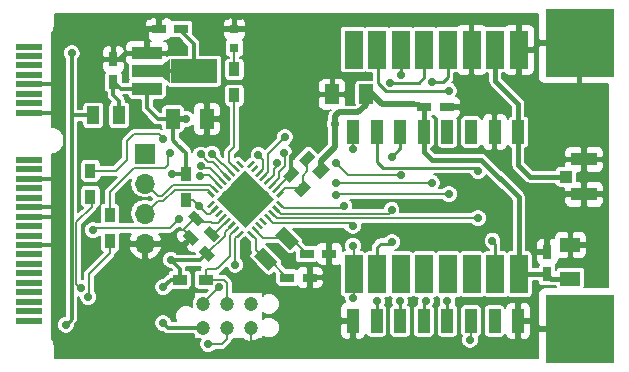
<source format=gtl>
G04 #@! TF.GenerationSoftware,KiCad,Pcbnew,(5.0.0)*
G04 #@! TF.CreationDate,2018-09-20T08:03:35+02:00*
G04 #@! TF.ProjectId,pcielora,706369656C6F72612E6B696361645F70,A*
G04 #@! TF.SameCoordinates,Original*
G04 #@! TF.FileFunction,Copper,L1,Top,Signal*
G04 #@! TF.FilePolarity,Positive*
%FSLAX46Y46*%
G04 Gerber Fmt 4.6, Leading zero omitted, Abs format (unit mm)*
G04 Created by KiCad (PCBNEW (5.0.0)) date 09/20/18 08:03:35*
%MOMM*%
%LPD*%
G01*
G04 APERTURE LIST*
G04 #@! TA.AperFunction,ViaPad*
%ADD10C,0.600000*%
G04 #@! TD*
G04 #@! TA.AperFunction,SMDPad,CuDef*
%ADD11C,0.900000*%
G04 #@! TD*
G04 #@! TA.AperFunction,Conductor*
%ADD12C,0.150000*%
G04 #@! TD*
G04 #@! TA.AperFunction,SMDPad,CuDef*
%ADD13R,0.750000X1.200000*%
G04 #@! TD*
G04 #@! TA.AperFunction,SMDPad,CuDef*
%ADD14R,1.651000X1.143000*%
G04 #@! TD*
G04 #@! TA.AperFunction,SMDPad,CuDef*
%ADD15R,0.900000X1.200000*%
G04 #@! TD*
G04 #@! TA.AperFunction,SMDPad,CuDef*
%ADD16C,0.750000*%
G04 #@! TD*
G04 #@! TA.AperFunction,SMDPad,CuDef*
%ADD17R,1.200000X0.750000*%
G04 #@! TD*
G04 #@! TA.AperFunction,ComponentPad*
%ADD18R,1.700000X1.700000*%
G04 #@! TD*
G04 #@! TA.AperFunction,ComponentPad*
%ADD19O,1.700000X1.700000*%
G04 #@! TD*
G04 #@! TA.AperFunction,SMDPad,CuDef*
%ADD20R,2.501900X1.000760*%
G04 #@! TD*
G04 #@! TA.AperFunction,SMDPad,CuDef*
%ADD21R,4.000500X1.998980*%
G04 #@! TD*
G04 #@! TA.AperFunction,SMDPad,CuDef*
%ADD22C,0.749300*%
G04 #@! TD*
G04 #@! TA.AperFunction,SMDPad,CuDef*
%ADD23R,1.143000X1.651000*%
G04 #@! TD*
G04 #@! TA.AperFunction,SMDPad,CuDef*
%ADD24R,0.800000X0.800000*%
G04 #@! TD*
G04 #@! TA.AperFunction,SMDPad,CuDef*
%ADD25R,1.000000X1.500000*%
G04 #@! TD*
G04 #@! TA.AperFunction,SMDPad,CuDef*
%ADD26R,1.200000X0.900000*%
G04 #@! TD*
G04 #@! TA.AperFunction,SMDPad,CuDef*
%ADD27C,1.016000*%
G04 #@! TD*
G04 #@! TA.AperFunction,BGAPad,CuDef*
%ADD28C,1.200000*%
G04 #@! TD*
G04 #@! TA.AperFunction,SMDPad,CuDef*
%ADD29R,1.000000X2.000000*%
G04 #@! TD*
G04 #@! TA.AperFunction,SMDPad,CuDef*
%ADD30R,1.500000X3.200000*%
G04 #@! TD*
G04 #@! TA.AperFunction,SMDPad,CuDef*
%ADD31R,2.200000X1.050000*%
G04 #@! TD*
G04 #@! TA.AperFunction,SMDPad,CuDef*
%ADD32R,1.050000X1.000000*%
G04 #@! TD*
G04 #@! TA.AperFunction,ComponentPad*
%ADD33R,5.800000X5.800000*%
G04 #@! TD*
G04 #@! TA.AperFunction,SMDPad,CuDef*
%ADD34R,2.300000X0.600000*%
G04 #@! TD*
G04 #@! TA.AperFunction,SMDPad,CuDef*
%ADD35C,0.250000*%
G04 #@! TD*
G04 #@! TA.AperFunction,SMDPad,CuDef*
%ADD36C,1.725000*%
G04 #@! TD*
G04 #@! TA.AperFunction,ViaPad*
%ADD37C,0.711200*%
G04 #@! TD*
G04 #@! TA.AperFunction,Conductor*
%ADD38C,0.203200*%
G04 #@! TD*
G04 #@! TA.AperFunction,Conductor*
%ADD39C,0.300000*%
G04 #@! TD*
G04 #@! TA.AperFunction,Conductor*
%ADD40C,0.304800*%
G04 #@! TD*
G04 #@! TA.AperFunction,Conductor*
%ADD41C,0.508000*%
G04 #@! TD*
G04 #@! TA.AperFunction,Conductor*
%ADD42C,0.406400*%
G04 #@! TD*
G04 #@! TA.AperFunction,Conductor*
%ADD43C,0.254000*%
G04 #@! TD*
G04 #@! TA.AperFunction,Conductor*
%ADD44C,0.200000*%
G04 #@! TD*
G04 APERTURE END LIST*
D10*
G04 #@! TO.N,GND*
G04 #@! TO.C,REF\002A\002A*
X125285500Y-84381500D03*
G04 #@! TD*
G04 #@! TO.N,GND*
G04 #@! TO.C,REF\002A\002A*
X129667000Y-95621000D03*
G04 #@! TD*
G04 #@! TO.N,GND*
G04 #@! TO.C,REF\002A\002A*
X119380000Y-95621000D03*
G04 #@! TD*
G04 #@! TO.N,GND*
G04 #@! TO.C,REF\002A\002A*
X159246000Y-95621000D03*
G04 #@! TD*
G04 #@! TO.N,GND*
G04 #@! TO.C,REF\002A\002A*
X158146000Y-95621000D03*
G04 #@! TD*
G04 #@! TO.N,GND*
G04 #@! TO.C,REF\002A\002A*
X157046000Y-95621000D03*
G04 #@! TD*
G04 #@! TO.N,GND*
G04 #@! TO.C,REF\002A\002A*
X155946000Y-95621000D03*
G04 #@! TD*
G04 #@! TO.N,GND*
G04 #@! TO.C,REF\002A\002A*
X154846000Y-95621000D03*
G04 #@! TD*
G04 #@! TO.N,GND*
G04 #@! TO.C,REF\002A\002A*
X153746000Y-95621000D03*
G04 #@! TD*
G04 #@! TO.N,GND*
G04 #@! TO.C,REF\002A\002A*
X152646000Y-95621000D03*
G04 #@! TD*
G04 #@! TO.N,GND*
G04 #@! TO.C,REF\002A\002A*
X151546000Y-95621000D03*
G04 #@! TD*
G04 #@! TO.N,GND*
G04 #@! TO.C,REF\002A\002A*
X150446000Y-95621000D03*
G04 #@! TD*
G04 #@! TO.N,GND*
G04 #@! TO.C,REF\002A\002A*
X149346000Y-95621000D03*
G04 #@! TD*
G04 #@! TO.N,GND*
G04 #@! TO.C,REF\002A\002A*
X148246000Y-95621000D03*
G04 #@! TD*
G04 #@! TO.N,GND*
G04 #@! TO.C,REF\002A\002A*
X147146000Y-95621000D03*
G04 #@! TD*
G04 #@! TO.N,GND*
G04 #@! TO.C,REF\002A\002A*
X146046000Y-95621000D03*
G04 #@! TD*
G04 #@! TO.N,GND*
G04 #@! TO.C,REF\002A\002A*
X144946000Y-95621000D03*
G04 #@! TD*
G04 #@! TO.N,GND*
G04 #@! TO.C,REF\002A\002A*
X143846000Y-95621000D03*
G04 #@! TD*
G04 #@! TO.N,GND*
G04 #@! TO.C,REF\002A\002A*
X142746000Y-95621000D03*
G04 #@! TD*
G04 #@! TO.N,GND*
G04 #@! TO.C,REF\002A\002A*
X141646000Y-95621000D03*
G04 #@! TD*
G04 #@! TO.N,GND*
G04 #@! TO.C,REF\002A\002A*
X140546000Y-95621000D03*
G04 #@! TD*
G04 #@! TO.N,GND*
G04 #@! TO.C,REF\002A\002A*
X139446000Y-95621000D03*
G04 #@! TD*
G04 #@! TO.N,GND*
G04 #@! TO.C,REF\002A\002A*
X158853000Y-67183000D03*
G04 #@! TD*
G04 #@! TO.N,GND*
G04 #@! TO.C,REF\002A\002A*
X157753000Y-67183000D03*
G04 #@! TD*
G04 #@! TO.N,GND*
G04 #@! TO.C,REF\002A\002A*
X156653000Y-67183000D03*
G04 #@! TD*
G04 #@! TO.N,GND*
G04 #@! TO.C,REF\002A\002A*
X155553000Y-67183000D03*
G04 #@! TD*
G04 #@! TO.N,GND*
G04 #@! TO.C,REF\002A\002A*
X154453000Y-67183000D03*
G04 #@! TD*
G04 #@! TO.N,GND*
G04 #@! TO.C,REF\002A\002A*
X153353000Y-67183000D03*
G04 #@! TD*
G04 #@! TO.N,GND*
G04 #@! TO.C,REF\002A\002A*
X152253000Y-67183000D03*
G04 #@! TD*
G04 #@! TO.N,GND*
G04 #@! TO.C,REF\002A\002A*
X151153000Y-67183000D03*
G04 #@! TD*
G04 #@! TO.N,GND*
G04 #@! TO.C,REF\002A\002A*
X150053000Y-67183000D03*
G04 #@! TD*
G04 #@! TO.N,GND*
G04 #@! TO.C,REF\002A\002A*
X148953000Y-67183000D03*
G04 #@! TD*
G04 #@! TO.N,GND*
G04 #@! TO.C,REF\002A\002A*
X147853000Y-67183000D03*
G04 #@! TD*
G04 #@! TO.N,GND*
G04 #@! TO.C,REF\002A\002A*
X146753000Y-67183000D03*
G04 #@! TD*
G04 #@! TO.N,GND*
G04 #@! TO.C,REF\002A\002A*
X145653000Y-67183000D03*
G04 #@! TD*
G04 #@! TO.N,GND*
G04 #@! TO.C,REF\002A\002A*
X144553000Y-67183000D03*
G04 #@! TD*
G04 #@! TO.N,GND*
G04 #@! TO.C,REF\002A\002A*
X143453000Y-67183000D03*
G04 #@! TD*
G04 #@! TO.N,GND*
G04 #@! TO.C,REF\002A\002A*
X142353000Y-67183000D03*
G04 #@! TD*
G04 #@! TO.N,GND*
G04 #@! TO.C,REF\002A\002A*
X141253000Y-67183000D03*
G04 #@! TD*
G04 #@! TO.N,GND*
G04 #@! TO.C,REF\002A\002A*
X140153000Y-67183000D03*
G04 #@! TD*
G04 #@! TO.N,GND*
G04 #@! TO.C,REF\002A\002A*
X139053000Y-67183000D03*
G04 #@! TD*
G04 #@! TO.N,GND*
G04 #@! TO.C,REF\002A\002A*
X137953000Y-67183000D03*
G04 #@! TD*
G04 #@! TO.N,GND*
G04 #@! TO.C,REF\002A\002A*
X136853000Y-67183000D03*
G04 #@! TD*
G04 #@! TO.N,GND*
G04 #@! TO.C,REF\002A\002A*
X135753000Y-67183000D03*
G04 #@! TD*
G04 #@! TO.N,GND*
G04 #@! TO.C,REF\002A\002A*
X134653000Y-67183000D03*
G04 #@! TD*
G04 #@! TO.N,GND*
G04 #@! TO.C,REF\002A\002A*
X133553000Y-67183000D03*
G04 #@! TD*
G04 #@! TO.N,GND*
G04 #@! TO.C,REF\002A\002A*
X132453000Y-67183000D03*
G04 #@! TD*
G04 #@! TO.N,GND*
G04 #@! TO.C,REF\002A\002A*
X131353000Y-67183000D03*
G04 #@! TD*
G04 #@! TO.N,GND*
G04 #@! TO.C,REF\002A\002A*
X130253000Y-67183000D03*
G04 #@! TD*
G04 #@! TO.N,GND*
G04 #@! TO.C,REF\002A\002A*
X129153000Y-67183000D03*
G04 #@! TD*
G04 #@! TO.N,GND*
G04 #@! TO.C,REF\002A\002A*
X128053000Y-67183000D03*
G04 #@! TD*
G04 #@! TO.N,GND*
G04 #@! TO.C,REF\002A\002A*
X126953000Y-67183000D03*
G04 #@! TD*
G04 #@! TO.N,GND*
G04 #@! TO.C,REF\002A\002A*
X125853000Y-67183000D03*
G04 #@! TD*
G04 #@! TO.N,GND*
G04 #@! TO.C,REF\002A\002A*
X124753000Y-67183000D03*
G04 #@! TD*
G04 #@! TO.N,GND*
G04 #@! TO.C,REF\002A\002A*
X123653000Y-67183000D03*
G04 #@! TD*
G04 #@! TO.N,GND*
G04 #@! TO.C,REF\002A\002A*
X122553000Y-67183000D03*
G04 #@! TD*
G04 #@! TO.N,GND*
G04 #@! TO.C,REF\002A\002A*
X121453000Y-67183000D03*
G04 #@! TD*
G04 #@! TO.N,GND*
G04 #@! TO.C,REF\002A\002A*
X120353000Y-67183000D03*
G04 #@! TD*
G04 #@! TO.N,GND*
G04 #@! TO.C,REF\002A\002A*
X119253000Y-67183000D03*
G04 #@! TD*
G04 #@! TO.N,GND*
G04 #@! TO.C,REF\002A\002A*
X165608000Y-89652000D03*
G04 #@! TD*
G04 #@! TO.N,GND*
G04 #@! TO.C,REF\002A\002A*
X165608000Y-88552000D03*
G04 #@! TD*
G04 #@! TO.N,GND*
G04 #@! TO.C,REF\002A\002A*
X165608000Y-87452000D03*
G04 #@! TD*
G04 #@! TO.N,GND*
G04 #@! TO.C,REF\002A\002A*
X165608000Y-86352000D03*
G04 #@! TD*
G04 #@! TO.N,GND*
G04 #@! TO.C,REF\002A\002A*
X165608000Y-85252000D03*
G04 #@! TD*
G04 #@! TO.N,GND*
G04 #@! TO.C,REF\002A\002A*
X165608000Y-84152000D03*
G04 #@! TD*
G04 #@! TO.N,GND*
G04 #@! TO.C,REF\002A\002A*
X165608000Y-83052000D03*
G04 #@! TD*
G04 #@! TO.N,GND*
G04 #@! TO.C,REF\002A\002A*
X165608000Y-81952000D03*
G04 #@! TD*
G04 #@! TO.N,GND*
G04 #@! TO.C,REF\002A\002A*
X165608000Y-80852000D03*
G04 #@! TD*
G04 #@! TO.N,GND*
G04 #@! TO.C,REF\002A\002A*
X165608000Y-79752000D03*
G04 #@! TD*
G04 #@! TO.N,GND*
G04 #@! TO.C,REF\002A\002A*
X165608000Y-78652000D03*
G04 #@! TD*
G04 #@! TO.N,GND*
G04 #@! TO.C,REF\002A\002A*
X165608000Y-77552000D03*
G04 #@! TD*
G04 #@! TO.N,GND*
G04 #@! TO.C,REF\002A\002A*
X165608000Y-76452000D03*
G04 #@! TD*
G04 #@! TO.N,GND*
G04 #@! TO.C,REF\002A\002A*
X165608000Y-75352000D03*
G04 #@! TD*
G04 #@! TO.N,GND*
G04 #@! TO.C,REF\002A\002A*
X165608000Y-74252000D03*
G04 #@! TD*
G04 #@! TO.N,+5V*
G04 #@! TO.C,REF\002A\002A*
X131318000Y-72390000D03*
G04 #@! TD*
G04 #@! TO.N,+5V*
G04 #@! TO.C,REF\002A\002A*
X130302000Y-72390000D03*
G04 #@! TD*
G04 #@! TO.N,+5V*
G04 #@! TO.C,REF\002A\002A*
X129159000Y-72390000D03*
G04 #@! TD*
G04 #@! TO.N,+5V*
G04 #@! TO.C,REF\002A\002A*
X131359000Y-71120000D03*
G04 #@! TD*
G04 #@! TO.N,+5V*
G04 #@! TO.C,REF\002A\002A*
X130259000Y-71120000D03*
G04 #@! TD*
G04 #@! TO.N,GND*
G04 #@! TO.C,REF\002A\002A*
X160909000Y-79883000D03*
G04 #@! TD*
G04 #@! TO.N,GND*
G04 #@! TO.C,REF\002A\002A*
X160528000Y-81534000D03*
G04 #@! TD*
G04 #@! TO.N,GND*
G04 #@! TO.C,REF\002A\002A*
X159131000Y-81534000D03*
G04 #@! TD*
G04 #@! TO.N,GND*
G04 #@! TO.C,REF\002A\002A*
X159639000Y-79883000D03*
G04 #@! TD*
G04 #@! TO.N,GND*
G04 #@! TO.C,REF\002A\002A*
X157988000Y-80772000D03*
G04 #@! TD*
G04 #@! TO.N,GND*
G04 #@! TO.C,REF\002A\002A*
X159131000Y-78867000D03*
G04 #@! TD*
G04 #@! TO.N,GND*
G04 #@! TO.C,REF\002A\002A*
X157353000Y-78867000D03*
G04 #@! TD*
G04 #@! TO.N,GND*
G04 #@! TO.C,REF\002A\002A*
X159131000Y-75057000D03*
G04 #@! TD*
G04 #@! TO.N,GND*
G04 #@! TO.C,REF\002A\002A*
X158750000Y-73787000D03*
G04 #@! TD*
G04 #@! TO.N,GND*
G04 #@! TO.C,REF\002A\002A*
X157353000Y-74803000D03*
G04 #@! TD*
G04 #@! TO.N,GND*
G04 #@! TO.C,REF\002A\002A*
X156210000Y-73787000D03*
G04 #@! TD*
G04 #@! TO.N,GND*
G04 #@! TO.C,REF\002A\002A*
X157607000Y-72644000D03*
G04 #@! TD*
G04 #@! TO.N,GND*
G04 #@! TO.C,REF\002A\002A*
X155321000Y-72644000D03*
G04 #@! TD*
D11*
G04 #@! TO.P,L1,1*
G04 #@! TO.N,+3V3*
X141493817Y-80121183D03*
D12*
G04 #@! TD*
G04 #@! TO.N,+3V3*
G04 #@! TO.C,L1*
G36*
X141599883Y-79378721D02*
X142236279Y-80015117D01*
X141387751Y-80863645D01*
X140751355Y-80227249D01*
X141599883Y-79378721D01*
X141599883Y-79378721D01*
G37*
D11*
G04 #@! TO.P,L1,2*
G04 #@! TO.N,Net-(C1-Pad1)*
X139938183Y-81676817D03*
D12*
G04 #@! TD*
G04 #@! TO.N,Net-(C1-Pad1)*
G04 #@! TO.C,L1*
G36*
X140044249Y-80934355D02*
X140680645Y-81570751D01*
X139832117Y-82419279D01*
X139195721Y-81782883D01*
X140044249Y-80934355D01*
X140044249Y-80934355D01*
G37*
D13*
G04 #@! TO.P,C4,1*
G04 #@! TO.N,+3V3*
X160655000Y-88961000D03*
G04 #@! TO.P,C4,2*
G04 #@! TO.N,GND*
X160655000Y-87061000D03*
G04 #@! TD*
D14*
G04 #@! TO.P,C5,1*
G04 #@! TO.N,+3V3*
X162623500Y-89311480D03*
G04 #@! TO.P,C5,2*
G04 #@! TO.N,GND*
X162623500Y-86456520D03*
G04 #@! TD*
D15*
G04 #@! TO.P,R1,1*
G04 #@! TO.N,+3V3*
X130073400Y-80484800D03*
G04 #@! TO.P,R1,2*
G04 #@! TO.N,/RESET*
X130073400Y-82684800D03*
G04 #@! TD*
G04 #@! TO.P,R2,1*
G04 #@! TO.N,Net-(D1-Pad2)*
X134175500Y-71607500D03*
G04 #@! TO.P,R2,2*
G04 #@! TO.N,Net-(R2-Pad2)*
X134175500Y-73807500D03*
G04 #@! TD*
G04 #@! TO.P,R4,1*
G04 #@! TO.N,/WLAN*
X121983500Y-80180000D03*
G04 #@! TO.P,R4,2*
G04 #@! TO.N,Net-(J1-Pad44)*
X121983500Y-82380000D03*
G04 #@! TD*
G04 #@! TO.P,R5,1*
G04 #@! TO.N,/WPAN*
X123634500Y-83926500D03*
G04 #@! TO.P,R5,2*
G04 #@! TO.N,Net-(J1-Pad46)*
X123634500Y-86126500D03*
G04 #@! TD*
D16*
G04 #@! TO.P,C1,1*
G04 #@! TO.N,Net-(C1-Pad1)*
X140308251Y-79147749D03*
D12*
G04 #@! TD*
G04 #@! TO.N,Net-(C1-Pad1)*
G04 #@! TO.C,C1*
G36*
X140467350Y-78458320D02*
X140997680Y-78988650D01*
X140149152Y-79837178D01*
X139618822Y-79306848D01*
X140467350Y-78458320D01*
X140467350Y-78458320D01*
G37*
D16*
G04 #@! TO.P,C1,2*
G04 #@! TO.N,GND*
X138964749Y-80491251D03*
D12*
G04 #@! TD*
G04 #@! TO.N,GND*
G04 #@! TO.C,C1*
G36*
X139123848Y-79801822D02*
X139654178Y-80332152D01*
X138805650Y-81180680D01*
X138275320Y-80650350D01*
X139123848Y-79801822D01*
X139123848Y-79801822D01*
G37*
D16*
G04 #@! TO.P,C2,1*
G04 #@! TO.N,GND*
X130519249Y-85840649D03*
D12*
G04 #@! TD*
G04 #@! TO.N,GND*
G04 #@! TO.C,C2*
G36*
X129829820Y-85681550D02*
X130360150Y-85151220D01*
X131208678Y-85999748D01*
X130678348Y-86530078D01*
X129829820Y-85681550D01*
X129829820Y-85681550D01*
G37*
D16*
G04 #@! TO.P,C2,2*
G04 #@! TO.N,+3V3*
X131862751Y-87184151D03*
D12*
G04 #@! TD*
G04 #@! TO.N,+3V3*
G04 #@! TO.C,C2*
G36*
X131173322Y-87025052D02*
X131703652Y-86494722D01*
X132552180Y-87343250D01*
X132021850Y-87873580D01*
X131173322Y-87025052D01*
X131173322Y-87025052D01*
G37*
D16*
G04 #@! TO.P,C3,1*
G04 #@! TO.N,Net-(C3-Pad1)*
X132243751Y-85558551D03*
D12*
G04 #@! TD*
G04 #@! TO.N,Net-(C3-Pad1)*
G04 #@! TO.C,C3*
G36*
X132933180Y-85717650D02*
X132402850Y-86247980D01*
X131554322Y-85399452D01*
X132084652Y-84869122D01*
X132933180Y-85717650D01*
X132933180Y-85717650D01*
G37*
D16*
G04 #@! TO.P,C3,2*
G04 #@! TO.N,GND*
X130900249Y-84215049D03*
D12*
G04 #@! TD*
G04 #@! TO.N,GND*
G04 #@! TO.C,C3*
G36*
X131589678Y-84374148D02*
X131059348Y-84904478D01*
X130210820Y-84055950D01*
X130741150Y-83525620D01*
X131589678Y-84374148D01*
X131589678Y-84374148D01*
G37*
D17*
G04 #@! TO.P,C6,1*
G04 #@! TO.N,+5V*
X129677200Y-68173600D03*
G04 #@! TO.P,C6,2*
G04 #@! TO.N,GND*
X127777200Y-68173600D03*
G04 #@! TD*
D13*
G04 #@! TO.P,C7,1*
G04 #@! TO.N,+3V3*
X123926600Y-72654200D03*
G04 #@! TO.P,C7,2*
G04 #@! TO.N,GND*
X123926600Y-70754200D03*
G04 #@! TD*
D18*
G04 #@! TO.P,P1,1*
G04 #@! TO.N,+5V*
X126619000Y-78740000D03*
D19*
G04 #@! TO.P,P1,2*
G04 #@! TO.N,/USB_N*
X126619000Y-81280000D03*
G04 #@! TO.P,P1,3*
G04 #@! TO.N,/USB_P*
X126619000Y-83820000D03*
G04 #@! TO.P,P1,4*
G04 #@! TO.N,GND*
X126619000Y-86360000D03*
G04 #@! TD*
D20*
G04 #@! TO.P,U5,1*
G04 #@! TO.N,GND*
X126781560Y-70253860D03*
G04 #@! TO.P,U5,2*
G04 #@! TO.N,+5V*
X126781560Y-71755000D03*
G04 #@! TO.P,U5,3*
G04 #@! TO.N,+3V3*
X126781560Y-73256140D03*
D21*
G04 #@! TO.P,U5,2*
G04 #@! TO.N,+5V*
X130733800Y-71755000D03*
D22*
X128384300Y-71755000D03*
D12*
G04 #@! TD*
G04 #@! TO.N,+5V*
G04 #@! TO.C,U5*
G36*
X128758950Y-72755760D02*
X128009650Y-72255380D01*
X128009650Y-71254620D01*
X128758950Y-70754240D01*
X128758950Y-72755760D01*
X128758950Y-72755760D01*
G37*
D17*
G04 #@! TO.P,C8,1*
G04 #@! TO.N,+3V3*
X150243500Y-74803000D03*
G04 #@! TO.P,C8,2*
G04 #@! TO.N,GND*
X152143500Y-74803000D03*
G04 #@! TD*
D23*
G04 #@! TO.P,C9,1*
G04 #@! TO.N,+3V3*
X145318480Y-73723500D03*
G04 #@! TO.P,C9,2*
G04 #@! TO.N,GND*
X142463520Y-73723500D03*
G04 #@! TD*
G04 #@! TO.P,C10,1*
G04 #@! TO.N,+3V3*
X128976120Y-75793600D03*
G04 #@! TO.P,C10,2*
G04 #@! TO.N,GND*
X131831080Y-75793600D03*
G04 #@! TD*
D17*
G04 #@! TO.P,C11,1*
G04 #@! TO.N,/XTAL2*
X140299400Y-87223600D03*
G04 #@! TO.P,C11,2*
G04 #@! TO.N,GND*
X142199400Y-87223600D03*
G04 #@! TD*
G04 #@! TO.P,C12,1*
G04 #@! TO.N,/XTAL1*
X138648400Y-89230200D03*
G04 #@! TO.P,C12,2*
G04 #@! TO.N,GND*
X140548400Y-89230200D03*
G04 #@! TD*
D24*
G04 #@! TO.P,D1,2*
G04 #@! TO.N,Net-(D1-Pad2)*
X134175500Y-69761000D03*
G04 #@! TO.P,D1,1*
G04 #@! TO.N,GND*
X134175500Y-68161000D03*
G04 #@! TD*
D25*
G04 #@! TO.P,F1,1*
G04 #@! TO.N,+3V3*
X124417000Y-75488800D03*
G04 #@! TO.P,F1,2*
G04 #@! TO.N,Net-(F1-Pad2)*
X122217000Y-75488800D03*
G04 #@! TD*
D26*
G04 #@! TO.P,R6,1*
G04 #@! TO.N,+3V3*
X129557600Y-89408000D03*
G04 #@! TO.P,R6,2*
G04 #@! TO.N,/SWCLK*
X131757600Y-89408000D03*
G04 #@! TD*
D27*
G04 #@! TO.P,Y1,1*
G04 #@! TO.N,/XTAL2*
X138615030Y-85870170D03*
D12*
G04 #@! TD*
G04 #@! TO.N,/XTAL2*
G04 #@! TO.C,Y1*
G36*
X138345622Y-84882342D02*
X139602858Y-86139578D01*
X138884438Y-86857998D01*
X137627202Y-85600762D01*
X138345622Y-84882342D01*
X138345622Y-84882342D01*
G37*
D27*
G04 #@! TO.P,Y1,2*
G04 #@! TO.N,/XTAL1*
X136820774Y-87664426D03*
D12*
G04 #@! TD*
G04 #@! TO.N,/XTAL1*
G04 #@! TO.C,Y1*
G36*
X136551366Y-86676598D02*
X137808602Y-87933834D01*
X137090182Y-88652254D01*
X135832946Y-87395018D01*
X136551366Y-86676598D01*
X136551366Y-86676598D01*
G37*
D28*
G04 #@! TO.P,PR1,2*
G04 #@! TO.N,/SWDIO*
X131540500Y-91456000D03*
G04 #@! TO.P,PR1,1*
G04 #@! TO.N,+3V3*
X131540500Y-93456000D03*
G04 #@! TO.P,PR1,3*
G04 #@! TO.N,/RESET*
X133540500Y-93456000D03*
G04 #@! TO.P,PR1,4*
G04 #@! TO.N,/SWCLK*
X133540500Y-91456000D03*
G04 #@! TO.P,PR1,6*
G04 #@! TO.N,N/C*
X135540500Y-91456000D03*
G04 #@! TO.P,PR1,5*
G04 #@! TO.N,GND*
X135540500Y-93456000D03*
G04 #@! TD*
D10*
G04 #@! TO.N,GND*
G04 #@! TO.C,REF\002A\002A*
X165608000Y-73152000D03*
G04 #@! TD*
D29*
G04 #@! TO.P,U3,1*
G04 #@! TO.N,GND*
X144208500Y-92900500D03*
G04 #@! TO.P,U3,2*
G04 #@! TO.N,/MISO*
X146208500Y-92900500D03*
G04 #@! TO.P,U3,3*
G04 #@! TO.N,/MOSI*
X148208500Y-92900500D03*
G04 #@! TO.P,U3,4*
G04 #@! TO.N,/SCK*
X150208500Y-92900500D03*
G04 #@! TO.P,U3,5*
G04 #@! TO.N,/NSS*
X152208500Y-92900500D03*
G04 #@! TO.P,U3,6*
G04 #@! TO.N,/RES_RFM*
X154208500Y-92900500D03*
G04 #@! TO.P,U3,7*
G04 #@! TO.N,N/C*
X156208500Y-92900500D03*
G04 #@! TO.P,U3,8*
G04 #@! TO.N,GND*
X158208500Y-92900500D03*
G04 #@! TO.P,U3,9*
G04 #@! TO.N,/ANT*
X158208500Y-76900500D03*
G04 #@! TO.P,U3,10*
G04 #@! TO.N,GND*
X156208500Y-76900500D03*
G04 #@! TO.P,U3,11*
G04 #@! TO.N,N/C*
X154208500Y-76900500D03*
G04 #@! TO.P,U3,12*
X152208500Y-76900500D03*
G04 #@! TO.P,U3,13*
G04 #@! TO.N,+3V3*
X150208500Y-76900500D03*
G04 #@! TO.P,U3,14*
G04 #@! TO.N,/RFM_DIOA*
X148208500Y-76900500D03*
G04 #@! TO.P,U3,15*
G04 #@! TO.N,/RFM_DIOB*
X146208500Y-76900500D03*
G04 #@! TO.P,U3,16*
G04 #@! TO.N,/RFM_DIOC*
X144208500Y-76900500D03*
G04 #@! TD*
D30*
G04 #@! TO.P,U2,1*
G04 #@! TO.N,/RES_RFM*
X144257000Y-88938500D03*
G04 #@! TO.P,U2,2*
G04 #@! TO.N,/RFM_DIOA*
X146257000Y-88938500D03*
G04 #@! TO.P,U2,3*
G04 #@! TO.N,N/C*
X148257000Y-88938500D03*
G04 #@! TO.P,U2,4*
X150257000Y-88938500D03*
G04 #@! TO.P,U2,5*
X152257000Y-88938500D03*
G04 #@! TO.P,U2,6*
X154257000Y-88938500D03*
G04 #@! TO.P,U2,7*
G04 #@! TO.N,/RFM_DIOB*
X156257000Y-88938500D03*
G04 #@! TO.P,U2,8*
G04 #@! TO.N,+3V3*
X158257000Y-88938500D03*
G04 #@! TO.P,U2,9*
G04 #@! TO.N,GND*
X158257000Y-69938500D03*
G04 #@! TO.P,U2,10*
G04 #@! TO.N,/ANT*
X156257000Y-69938500D03*
G04 #@! TO.P,U2,11*
G04 #@! TO.N,GND*
X154257000Y-69938500D03*
G04 #@! TO.P,U2,12*
G04 #@! TO.N,/SCK*
X152257000Y-69938500D03*
G04 #@! TO.P,U2,13*
G04 #@! TO.N,/MISO*
X150257000Y-69938500D03*
G04 #@! TO.P,U2,14*
G04 #@! TO.N,/MOSI*
X148257000Y-69938500D03*
G04 #@! TO.P,U2,15*
G04 #@! TO.N,/NSS*
X146257000Y-69938500D03*
G04 #@! TO.P,U2,16*
G04 #@! TO.N,N/C*
X144257000Y-69938500D03*
G04 #@! TD*
D31*
G04 #@! TO.P,E1,2*
G04 #@! TO.N,GND*
X163779200Y-79220800D03*
X163779200Y-82170800D03*
D32*
G04 #@! TO.P,E1,1*
G04 #@! TO.N,/ANT*
X162254200Y-80695800D03*
G04 #@! TD*
D33*
G04 #@! TO.P,MOUNTING_HOLE1,1*
G04 #@! TO.N,GND*
X163394000Y-69372000D03*
G04 #@! TD*
G04 #@! TO.P,MOUNTING_HOLE2,1*
G04 #@! TO.N,GND*
X163394000Y-93572000D03*
G04 #@! TD*
D10*
G04 #@! TO.N,+5V*
G04 #@! TO.C,REF\002A\002A*
X129159000Y-71120000D03*
G04 #@! TD*
D34*
G04 #@! TO.P,J1,1*
G04 #@! TO.N,N/C*
X116744000Y-69672000D03*
G04 #@! TO.P,J1,3*
X116744000Y-70472000D03*
G04 #@! TO.P,J1,5*
X116744000Y-71272000D03*
G04 #@! TO.P,J1,7*
X116744000Y-72072000D03*
G04 #@! TO.P,J1,9*
G04 #@! TO.N,GND*
X116744000Y-72872000D03*
G04 #@! TO.P,J1,11*
G04 #@! TO.N,N/C*
X116744000Y-73672000D03*
G04 #@! TO.P,J1,13*
X116744000Y-74472000D03*
G04 #@! TO.P,J1,15*
G04 #@! TO.N,GND*
X116744000Y-75272000D03*
G04 #@! TO.P,J1,17*
G04 #@! TO.N,N/C*
X116744000Y-79272000D03*
G04 #@! TO.P,J1,19*
X116744000Y-80072000D03*
G04 #@! TO.P,J1,21*
G04 #@! TO.N,GND*
X116744000Y-80872000D03*
G04 #@! TO.P,J1,23*
G04 #@! TO.N,N/C*
X116744000Y-81672000D03*
G04 #@! TO.P,J1,25*
X116744000Y-82472000D03*
G04 #@! TO.P,J1,27*
G04 #@! TO.N,GND*
X116744000Y-83272000D03*
G04 #@! TO.P,J1,29*
X116744000Y-84072000D03*
G04 #@! TO.P,J1,31*
G04 #@! TO.N,N/C*
X116744000Y-84872000D03*
G04 #@! TO.P,J1,33*
X116744000Y-85672000D03*
G04 #@! TO.P,J1,35*
G04 #@! TO.N,GND*
X116744000Y-86472000D03*
G04 #@! TO.P,J1,37*
G04 #@! TO.N,N/C*
X116744000Y-87272000D03*
G04 #@! TO.P,J1,39*
X116744000Y-88072000D03*
G04 #@! TO.P,J1,41*
X116744000Y-88872000D03*
G04 #@! TO.P,J1,43*
X116744000Y-89672000D03*
G04 #@! TO.P,J1,45*
X116744000Y-90472000D03*
G04 #@! TO.P,J1,47*
X116744000Y-91272000D03*
G04 #@! TO.P,J1,49*
X116744000Y-92072000D03*
G04 #@! TO.P,J1,51*
X116744000Y-92872000D03*
G04 #@! TD*
D35*
G04 #@! TO.P,U1,1*
G04 #@! TO.N,/XTAL1*
X135562219Y-85509893D03*
D12*
G04 #@! TD*
G04 #@! TO.N,/XTAL1*
G04 #@! TO.C,U1*
G36*
X135898095Y-85668992D02*
X135721318Y-85845769D01*
X135226343Y-85350794D01*
X135403120Y-85174017D01*
X135898095Y-85668992D01*
X135898095Y-85668992D01*
G37*
D35*
G04 #@! TO.P,U1,2*
G04 #@! TO.N,/XTAL2*
X135915773Y-85156340D03*
D12*
G04 #@! TD*
G04 #@! TO.N,/XTAL2*
G04 #@! TO.C,U1*
G36*
X136251649Y-85315439D02*
X136074872Y-85492216D01*
X135579897Y-84997241D01*
X135756674Y-84820464D01*
X136251649Y-85315439D01*
X136251649Y-85315439D01*
G37*
D35*
G04 #@! TO.P,U1,3*
G04 #@! TO.N,N/C*
X136269326Y-84802786D03*
D12*
G04 #@! TD*
G04 #@! TO.N,N/C*
G04 #@! TO.C,U1*
G36*
X136605202Y-84961885D02*
X136428425Y-85138662D01*
X135933450Y-84643687D01*
X136110227Y-84466910D01*
X136605202Y-84961885D01*
X136605202Y-84961885D01*
G37*
D35*
G04 #@! TO.P,U1,4*
G04 #@! TO.N,N/C*
X136622880Y-84449233D03*
D12*
G04 #@! TD*
G04 #@! TO.N,N/C*
G04 #@! TO.C,U1*
G36*
X136958756Y-84608332D02*
X136781979Y-84785109D01*
X136287004Y-84290134D01*
X136463781Y-84113357D01*
X136958756Y-84608332D01*
X136958756Y-84608332D01*
G37*
D35*
G04 #@! TO.P,U1,5*
G04 #@! TO.N,/RFM_DIOC*
X136976433Y-84095680D03*
D12*
G04 #@! TD*
G04 #@! TO.N,/RFM_DIOC*
G04 #@! TO.C,U1*
G36*
X137312309Y-84254779D02*
X137135532Y-84431556D01*
X136640557Y-83936581D01*
X136817334Y-83759804D01*
X137312309Y-84254779D01*
X137312309Y-84254779D01*
G37*
D35*
G04 #@! TO.P,U1,6*
G04 #@! TO.N,/RFM_DIOB*
X137329986Y-83742126D03*
D12*
G04 #@! TD*
G04 #@! TO.N,/RFM_DIOB*
G04 #@! TO.C,U1*
G36*
X137665862Y-83901225D02*
X137489085Y-84078002D01*
X136994110Y-83583027D01*
X137170887Y-83406250D01*
X137665862Y-83901225D01*
X137665862Y-83901225D01*
G37*
D35*
G04 #@! TO.P,U1,7*
G04 #@! TO.N,/RFM_DIOA*
X137683540Y-83388573D03*
D12*
G04 #@! TD*
G04 #@! TO.N,/RFM_DIOA*
G04 #@! TO.C,U1*
G36*
X138019416Y-83547672D02*
X137842639Y-83724449D01*
X137347664Y-83229474D01*
X137524441Y-83052697D01*
X138019416Y-83547672D01*
X138019416Y-83547672D01*
G37*
D35*
G04 #@! TO.P,U1,8*
G04 #@! TO.N,/RES_RFM*
X138037093Y-83035019D03*
D12*
G04 #@! TD*
G04 #@! TO.N,/RES_RFM*
G04 #@! TO.C,U1*
G36*
X138372969Y-83194118D02*
X138196192Y-83370895D01*
X137701217Y-82875920D01*
X137877994Y-82699143D01*
X138372969Y-83194118D01*
X138372969Y-83194118D01*
G37*
D35*
G04 #@! TO.P,U1,9*
G04 #@! TO.N,Net-(C1-Pad1)*
X138037093Y-82115781D03*
D12*
G04 #@! TD*
G04 #@! TO.N,Net-(C1-Pad1)*
G04 #@! TO.C,U1*
G36*
X138196192Y-81779905D02*
X138372969Y-81956682D01*
X137877994Y-82451657D01*
X137701217Y-82274880D01*
X138196192Y-81779905D01*
X138196192Y-81779905D01*
G37*
D35*
G04 #@! TO.P,U1,10*
G04 #@! TO.N,GND*
X137683540Y-81762227D03*
D12*
G04 #@! TD*
G04 #@! TO.N,GND*
G04 #@! TO.C,U1*
G36*
X137842639Y-81426351D02*
X138019416Y-81603128D01*
X137524441Y-82098103D01*
X137347664Y-81921326D01*
X137842639Y-81426351D01*
X137842639Y-81426351D01*
G37*
D35*
G04 #@! TO.P,U1,11*
G04 #@! TO.N,/MOSI*
X137329986Y-81408674D03*
D12*
G04 #@! TD*
G04 #@! TO.N,/MOSI*
G04 #@! TO.C,U1*
G36*
X137489085Y-81072798D02*
X137665862Y-81249575D01*
X137170887Y-81744550D01*
X136994110Y-81567773D01*
X137489085Y-81072798D01*
X137489085Y-81072798D01*
G37*
D35*
G04 #@! TO.P,U1,12*
G04 #@! TO.N,/SCK*
X136976433Y-81055120D03*
D12*
G04 #@! TD*
G04 #@! TO.N,/SCK*
G04 #@! TO.C,U1*
G36*
X137135532Y-80719244D02*
X137312309Y-80896021D01*
X136817334Y-81390996D01*
X136640557Y-81214219D01*
X137135532Y-80719244D01*
X137135532Y-80719244D01*
G37*
D35*
G04 #@! TO.P,U1,13*
G04 #@! TO.N,/MISO*
X136622880Y-80701567D03*
D12*
G04 #@! TD*
G04 #@! TO.N,/MISO*
G04 #@! TO.C,U1*
G36*
X136781979Y-80365691D02*
X136958756Y-80542468D01*
X136463781Y-81037443D01*
X136287004Y-80860666D01*
X136781979Y-80365691D01*
X136781979Y-80365691D01*
G37*
D35*
G04 #@! TO.P,U1,14*
G04 #@! TO.N,/NSS*
X136269326Y-80348014D03*
D12*
G04 #@! TD*
G04 #@! TO.N,/NSS*
G04 #@! TO.C,U1*
G36*
X136428425Y-80012138D02*
X136605202Y-80188915D01*
X136110227Y-80683890D01*
X135933450Y-80507113D01*
X136428425Y-80012138D01*
X136428425Y-80012138D01*
G37*
D35*
G04 #@! TO.P,U1,15*
G04 #@! TO.N,N/C*
X135915773Y-79994460D03*
D12*
G04 #@! TD*
G04 #@! TO.N,N/C*
G04 #@! TO.C,U1*
G36*
X136074872Y-79658584D02*
X136251649Y-79835361D01*
X135756674Y-80330336D01*
X135579897Y-80153559D01*
X136074872Y-79658584D01*
X136074872Y-79658584D01*
G37*
D35*
G04 #@! TO.P,U1,16*
G04 #@! TO.N,N/C*
X135562219Y-79640907D03*
D12*
G04 #@! TD*
G04 #@! TO.N,N/C*
G04 #@! TO.C,U1*
G36*
X135721318Y-79305031D02*
X135898095Y-79481808D01*
X135403120Y-79976783D01*
X135226343Y-79800006D01*
X135721318Y-79305031D01*
X135721318Y-79305031D01*
G37*
D35*
G04 #@! TO.P,U1,17*
G04 #@! TO.N,N/C*
X134642981Y-79640907D03*
D12*
G04 #@! TD*
G04 #@! TO.N,N/C*
G04 #@! TO.C,U1*
G36*
X134978857Y-79800006D02*
X134802080Y-79976783D01*
X134307105Y-79481808D01*
X134483882Y-79305031D01*
X134978857Y-79800006D01*
X134978857Y-79800006D01*
G37*
D35*
G04 #@! TO.P,U1,18*
G04 #@! TO.N,Net-(R2-Pad2)*
X134289427Y-79994460D03*
D12*
G04 #@! TD*
G04 #@! TO.N,Net-(R2-Pad2)*
G04 #@! TO.C,U1*
G36*
X134625303Y-80153559D02*
X134448526Y-80330336D01*
X133953551Y-79835361D01*
X134130328Y-79658584D01*
X134625303Y-80153559D01*
X134625303Y-80153559D01*
G37*
D35*
G04 #@! TO.P,U1,19*
G04 #@! TO.N,/WLAN*
X133935874Y-80348014D03*
D12*
G04 #@! TD*
G04 #@! TO.N,/WLAN*
G04 #@! TO.C,U1*
G36*
X134271750Y-80507113D02*
X134094973Y-80683890D01*
X133599998Y-80188915D01*
X133776775Y-80012138D01*
X134271750Y-80507113D01*
X134271750Y-80507113D01*
G37*
D35*
G04 #@! TO.P,U1,20*
G04 #@! TO.N,/WPAN*
X133582320Y-80701567D03*
D12*
G04 #@! TD*
G04 #@! TO.N,/WPAN*
G04 #@! TO.C,U1*
G36*
X133918196Y-80860666D02*
X133741419Y-81037443D01*
X133246444Y-80542468D01*
X133423221Y-80365691D01*
X133918196Y-80860666D01*
X133918196Y-80860666D01*
G37*
D35*
G04 #@! TO.P,U1,21*
G04 #@! TO.N,/SDA*
X133228767Y-81055120D03*
D12*
G04 #@! TD*
G04 #@! TO.N,/SDA*
G04 #@! TO.C,U1*
G36*
X133564643Y-81214219D02*
X133387866Y-81390996D01*
X132892891Y-80896021D01*
X133069668Y-80719244D01*
X133564643Y-81214219D01*
X133564643Y-81214219D01*
G37*
D35*
G04 #@! TO.P,U1,22*
G04 #@! TO.N,/SCL*
X132875214Y-81408674D03*
D12*
G04 #@! TD*
G04 #@! TO.N,/SCL*
G04 #@! TO.C,U1*
G36*
X133211090Y-81567773D02*
X133034313Y-81744550D01*
X132539338Y-81249575D01*
X132716115Y-81072798D01*
X133211090Y-81567773D01*
X133211090Y-81567773D01*
G37*
D35*
G04 #@! TO.P,U1,23*
G04 #@! TO.N,/USB_N*
X132521660Y-81762227D03*
D12*
G04 #@! TD*
G04 #@! TO.N,/USB_N*
G04 #@! TO.C,U1*
G36*
X132857536Y-81921326D02*
X132680759Y-82098103D01*
X132185784Y-81603128D01*
X132362561Y-81426351D01*
X132857536Y-81921326D01*
X132857536Y-81921326D01*
G37*
D35*
G04 #@! TO.P,U1,24*
G04 #@! TO.N,/USB_P*
X132168107Y-82115781D03*
D12*
G04 #@! TD*
G04 #@! TO.N,/USB_P*
G04 #@! TO.C,U1*
G36*
X132503983Y-82274880D02*
X132327206Y-82451657D01*
X131832231Y-81956682D01*
X132009008Y-81779905D01*
X132503983Y-82274880D01*
X132503983Y-82274880D01*
G37*
D35*
G04 #@! TO.P,U1,25*
G04 #@! TO.N,N/C*
X132168107Y-83035019D03*
D12*
G04 #@! TD*
G04 #@! TO.N,N/C*
G04 #@! TO.C,U1*
G36*
X132327206Y-82699143D02*
X132503983Y-82875920D01*
X132009008Y-83370895D01*
X131832231Y-83194118D01*
X132327206Y-82699143D01*
X132327206Y-82699143D01*
G37*
D35*
G04 #@! TO.P,U1,26*
G04 #@! TO.N,/RESET*
X132521660Y-83388573D03*
D12*
G04 #@! TD*
G04 #@! TO.N,/RESET*
G04 #@! TO.C,U1*
G36*
X132680759Y-83052697D02*
X132857536Y-83229474D01*
X132362561Y-83724449D01*
X132185784Y-83547672D01*
X132680759Y-83052697D01*
X132680759Y-83052697D01*
G37*
D35*
G04 #@! TO.P,U1,27*
G04 #@! TO.N,N/C*
X132875214Y-83742126D03*
D12*
G04 #@! TD*
G04 #@! TO.N,N/C*
G04 #@! TO.C,U1*
G36*
X133034313Y-83406250D02*
X133211090Y-83583027D01*
X132716115Y-84078002D01*
X132539338Y-83901225D01*
X133034313Y-83406250D01*
X133034313Y-83406250D01*
G37*
D35*
G04 #@! TO.P,U1,28*
G04 #@! TO.N,GND*
X133228767Y-84095680D03*
D12*
G04 #@! TD*
G04 #@! TO.N,GND*
G04 #@! TO.C,U1*
G36*
X133387866Y-83759804D02*
X133564643Y-83936581D01*
X133069668Y-84431556D01*
X132892891Y-84254779D01*
X133387866Y-83759804D01*
X133387866Y-83759804D01*
G37*
D35*
G04 #@! TO.P,U1,29*
G04 #@! TO.N,Net-(C3-Pad1)*
X133582320Y-84449233D03*
D12*
G04 #@! TD*
G04 #@! TO.N,Net-(C3-Pad1)*
G04 #@! TO.C,U1*
G36*
X133741419Y-84113357D02*
X133918196Y-84290134D01*
X133423221Y-84785109D01*
X133246444Y-84608332D01*
X133741419Y-84113357D01*
X133741419Y-84113357D01*
G37*
D35*
G04 #@! TO.P,U1,30*
G04 #@! TO.N,+3V3*
X133935874Y-84802786D03*
D12*
G04 #@! TD*
G04 #@! TO.N,+3V3*
G04 #@! TO.C,U1*
G36*
X134094973Y-84466910D02*
X134271750Y-84643687D01*
X133776775Y-85138662D01*
X133599998Y-84961885D01*
X134094973Y-84466910D01*
X134094973Y-84466910D01*
G37*
D35*
G04 #@! TO.P,U1,31*
G04 #@! TO.N,/SWCLK*
X134289427Y-85156340D03*
D12*
G04 #@! TD*
G04 #@! TO.N,/SWCLK*
G04 #@! TO.C,U1*
G36*
X134448526Y-84820464D02*
X134625303Y-84997241D01*
X134130328Y-85492216D01*
X133953551Y-85315439D01*
X134448526Y-84820464D01*
X134448526Y-84820464D01*
G37*
D35*
G04 #@! TO.P,U1,32*
G04 #@! TO.N,/SWDIO*
X134642981Y-85509893D03*
D12*
G04 #@! TD*
G04 #@! TO.N,/SWDIO*
G04 #@! TO.C,U1*
G36*
X134802080Y-85174017D02*
X134978857Y-85350794D01*
X134483882Y-85845769D01*
X134307105Y-85668992D01*
X134802080Y-85174017D01*
X134802080Y-85174017D01*
G37*
D36*
G04 #@! TO.P,U1,33*
G04 #@! TO.N,N/C*
X135102600Y-81355641D03*
D12*
G04 #@! TD*
G04 #@! TO.N,N/C*
G04 #@! TO.C,U1*
G36*
X136322359Y-81355641D02*
X135102600Y-82575400D01*
X133882841Y-81355641D01*
X135102600Y-80135882D01*
X136322359Y-81355641D01*
X136322359Y-81355641D01*
G37*
D36*
G04 #@! TO.P,U1,33*
G04 #@! TO.N,N/C*
X133882841Y-82575400D03*
D12*
G04 #@! TD*
G04 #@! TO.N,N/C*
G04 #@! TO.C,U1*
G36*
X135102600Y-82575400D02*
X133882841Y-83795159D01*
X132663082Y-82575400D01*
X133882841Y-81355641D01*
X135102600Y-82575400D01*
X135102600Y-82575400D01*
G37*
D36*
G04 #@! TO.P,U1,33*
G04 #@! TO.N,N/C*
X136322359Y-82575400D03*
D12*
G04 #@! TD*
G04 #@! TO.N,N/C*
G04 #@! TO.C,U1*
G36*
X137542118Y-82575400D02*
X136322359Y-83795159D01*
X135102600Y-82575400D01*
X136322359Y-81355641D01*
X137542118Y-82575400D01*
X137542118Y-82575400D01*
G37*
D36*
G04 #@! TO.P,U1,33*
G04 #@! TO.N,N/C*
X135102600Y-83795159D03*
D12*
G04 #@! TD*
G04 #@! TO.N,N/C*
G04 #@! TO.C,U1*
G36*
X136322359Y-83795159D02*
X135102600Y-85014918D01*
X133882841Y-83795159D01*
X135102600Y-82575400D01*
X136322359Y-83795159D01*
X136322359Y-83795159D01*
G37*
D10*
G04 #@! TO.N,N/C*
G04 #@! TO.C,U1*
X135102600Y-83796715D03*
X133881285Y-82575400D03*
X136323915Y-82575400D03*
X135102600Y-81354085D03*
X135102600Y-82575400D03*
G04 #@! TD*
D37*
G04 #@! TO.N,GND*
X119380000Y-88519000D03*
X119380000Y-92329000D03*
X119443500Y-72961500D03*
X119591000Y-79672000D03*
X119467000Y-83272000D03*
X119219000Y-86072000D03*
G04 #@! TO.N,+3V3*
X142684500Y-76200000D03*
X128143000Y-93091000D03*
X128143000Y-90043000D03*
X130111500Y-75819000D03*
X128803400Y-87731600D03*
X128854200Y-80492600D03*
G04 #@! TO.N,Net-(J1-Pad44)*
X121158000Y-90106500D03*
G04 #@! TO.N,Net-(J1-Pad46)*
X121793000Y-90868500D03*
G04 #@! TO.N,/SCK*
X137795000Y-79502000D03*
X150876000Y-81216500D03*
X142748000Y-81216500D03*
X150876000Y-72694800D03*
X150368000Y-91249500D03*
G04 #@! TO.N,/MISO*
X138430000Y-77343000D03*
X147320000Y-72720200D03*
X146240500Y-91249500D03*
G04 #@! TO.N,/MOSI*
X138366500Y-78676500D03*
X148272500Y-80581500D03*
X142748000Y-79502000D03*
X148272500Y-72072500D03*
X148209000Y-91249500D03*
G04 #@! TO.N,/NSS*
X152336500Y-82169000D03*
X136207500Y-78867000D03*
X142748000Y-82232500D03*
X152323800Y-73406000D03*
X152209500Y-91249500D03*
G04 #@! TO.N,+5V*
X130733800Y-71755000D03*
G04 #@! TO.N,/SWDIO*
X132905500Y-90043000D03*
X134239000Y-88138000D03*
G04 #@! TO.N,/SCL*
X131254500Y-80645000D03*
G04 #@! TO.N,/SDA*
X131381500Y-79756000D03*
X129476500Y-84264500D03*
X122174000Y-85217000D03*
G04 #@! TO.N,/WLAN*
X132270500Y-78740000D03*
X128143000Y-77470000D03*
G04 #@! TO.N,/WPAN*
X131318000Y-78803500D03*
X128714500Y-78676500D03*
G04 #@! TO.N,Net-(F1-Pad2)*
X120396000Y-70231000D03*
X119888000Y-93218000D03*
G04 #@! TO.N,/RFM_DIOC*
X144208500Y-84836000D03*
X144208500Y-78359000D03*
G04 #@! TO.N,/RFM_DIOB*
X154813000Y-84201000D03*
X154813000Y-80200500D03*
X156019500Y-86106000D03*
G04 #@! TO.N,/RFM_DIOA*
X147478750Y-83470750D03*
X147510500Y-86233000D03*
X147510500Y-78994000D03*
G04 #@! TO.N,/RES_RFM*
X143446500Y-83185000D03*
X144208500Y-86550500D03*
X144208500Y-90932000D03*
X154114500Y-94488000D03*
G04 #@! TO.N,/RESET*
X131953000Y-94869000D03*
X131191000Y-83185000D03*
G04 #@! TD*
D38*
G04 #@! TO.N,GND*
X142463520Y-73723500D02*
X140843000Y-73723500D01*
X140843000Y-73723500D02*
X139847320Y-74719180D01*
X126619000Y-86360000D02*
X129999898Y-86360000D01*
X129999898Y-86360000D02*
X130519249Y-85840649D01*
X119380000Y-92329000D02*
X119380000Y-88519000D01*
X119253000Y-72898000D02*
X119380000Y-72898000D01*
D39*
X119227000Y-72872000D02*
X119253000Y-72898000D01*
X116744000Y-72872000D02*
X119227000Y-72872000D01*
D38*
X119380000Y-72898000D02*
X119443500Y-72961500D01*
X119607000Y-80872000D02*
X119607000Y-79688000D01*
X119607000Y-79688000D02*
X119591000Y-79672000D01*
X119189500Y-86472000D02*
X119189500Y-86101500D01*
X119189500Y-86101500D02*
X119219000Y-86072000D01*
D40*
X138964749Y-80491251D02*
X138964749Y-78967251D01*
X138964749Y-78967251D02*
X139847320Y-78084680D01*
D38*
X139847320Y-78084680D02*
X139847320Y-74719180D01*
X138964749Y-78967251D02*
X139847320Y-78084680D01*
X137683540Y-81762227D02*
X137693773Y-81762227D01*
X137693773Y-81762227D02*
X138964749Y-80491251D01*
X137683540Y-81762227D02*
X137683540Y-81708960D01*
X130900249Y-84215049D02*
X130859451Y-84215049D01*
X130859451Y-84215049D02*
X129857500Y-85217000D01*
X129895600Y-85217000D02*
X130519249Y-85840649D01*
X129857500Y-85217000D02*
X129895600Y-85217000D01*
X133228767Y-84095680D02*
X133228767Y-84131733D01*
X133228767Y-84131733D02*
X132778500Y-84582000D01*
X132778500Y-84582000D02*
X132270500Y-84582000D01*
X132270500Y-84582000D02*
X132207000Y-84518500D01*
X132207000Y-84518500D02*
X131203700Y-84518500D01*
X131203700Y-84518500D02*
X130900249Y-84215049D01*
D40*
X127777200Y-68173600D02*
X126619000Y-68173600D01*
X126781560Y-68336160D02*
X126781560Y-70253860D01*
X126619000Y-68173600D02*
X126781560Y-68336160D01*
X123926600Y-70754200D02*
X124419400Y-70754200D01*
X124919740Y-70253860D02*
X126781560Y-70253860D01*
X124419400Y-70754200D02*
X124919740Y-70253860D01*
D39*
X116744000Y-75272000D02*
X119214000Y-75272000D01*
X119214000Y-75272000D02*
X119253000Y-75311000D01*
X116744000Y-86472000D02*
X119189500Y-86472000D01*
X119189500Y-86472000D02*
X119238000Y-86472000D01*
X119238000Y-86472000D02*
X119253000Y-86487000D01*
X116744000Y-84072000D02*
X119505000Y-84072000D01*
X119505000Y-84072000D02*
X119507000Y-84074000D01*
X116744000Y-83272000D02*
X119467000Y-83272000D01*
X119467000Y-83272000D02*
X119507000Y-83312000D01*
X116744000Y-80872000D02*
X119607000Y-80872000D01*
X119607000Y-80872000D02*
X119634000Y-80899000D01*
D38*
X135572500Y-94742000D02*
X135572500Y-93488000D01*
X135572500Y-93488000D02*
X135540500Y-93456000D01*
D41*
G04 #@! TO.N,+3V3*
X145318480Y-73723500D02*
X145318480Y-74582020D01*
X142684500Y-75565000D02*
X142684500Y-76200000D01*
X143002000Y-75247500D02*
X142684500Y-75565000D01*
X144653000Y-75247500D02*
X143002000Y-75247500D01*
X145318480Y-74582020D02*
X144653000Y-75247500D01*
X142684500Y-76200000D02*
X142702280Y-76200000D01*
X142702280Y-76200000D02*
X142684500Y-76200000D01*
X142684500Y-76200000D02*
X142702280Y-76200000D01*
X142702280Y-78150720D02*
X142702280Y-76200000D01*
D40*
X129557600Y-89408000D02*
X128778000Y-89408000D01*
X129765800Y-93472000D02*
X129775200Y-93481400D01*
X128524000Y-93472000D02*
X129765800Y-93472000D01*
X128143000Y-93091000D02*
X128524000Y-93472000D01*
X128778000Y-89408000D02*
X128143000Y-90043000D01*
X129775200Y-93481400D02*
X131515100Y-93481400D01*
X131515100Y-93481400D02*
X131540500Y-93456000D01*
D41*
X128976120Y-75793600D02*
X130086100Y-75793600D01*
X130086100Y-75793600D02*
X130111500Y-75819000D01*
X141493817Y-80121183D02*
X141493817Y-79359183D01*
X141493817Y-79359183D02*
X142702280Y-78150720D01*
D42*
X150208500Y-76900500D02*
X150208500Y-78580500D01*
X158257000Y-82438000D02*
X158257000Y-88938500D01*
X155067000Y-79248000D02*
X158257000Y-82438000D01*
X150876000Y-79248000D02*
X155067000Y-79248000D01*
X150208500Y-78580500D02*
X150876000Y-79248000D01*
D38*
X133935874Y-84802786D02*
X133935874Y-84821626D01*
X133935874Y-84821626D02*
X133350000Y-85407500D01*
X133350000Y-85407500D02*
X133350000Y-85696902D01*
X133350000Y-85696902D02*
X131862751Y-87184151D01*
D40*
X129557600Y-89408000D02*
X129557600Y-88485800D01*
X129557600Y-88485800D02*
X128803400Y-87731600D01*
X130073400Y-80484800D02*
X128862000Y-80484800D01*
X131289902Y-87757000D02*
X131862751Y-87184151D01*
X128828800Y-87757000D02*
X131289902Y-87757000D01*
X128803400Y-87731600D02*
X128828800Y-87757000D01*
X128862000Y-80484800D02*
X128854200Y-80492600D01*
X128976120Y-75793600D02*
X128976120Y-77591920D01*
X130073400Y-78689200D02*
X130073400Y-80484800D01*
X128976120Y-77591920D02*
X129349500Y-77965300D01*
X129349500Y-77965300D02*
X130073400Y-78689200D01*
X126781560Y-73256140D02*
X126781560Y-74889360D01*
X127685800Y-75793600D02*
X128976120Y-75793600D01*
X126781560Y-74889360D02*
X127685800Y-75793600D01*
X126781560Y-73256140D02*
X124528540Y-73256140D01*
X124528540Y-73256140D02*
X123926600Y-72654200D01*
X124417000Y-75488800D02*
X124417000Y-74277400D01*
X123926600Y-73787000D02*
X123926600Y-72654200D01*
X124417000Y-74277400D02*
X123926600Y-73787000D01*
D41*
X145719800Y-73583800D02*
X145973800Y-73837800D01*
D42*
X158257000Y-88938500D02*
X160632500Y-88938500D01*
X160632500Y-88938500D02*
X161005480Y-89311480D01*
X161005480Y-89311480D02*
X162623500Y-89311480D01*
X150208500Y-74973700D02*
X150208500Y-76900500D01*
X149733000Y-74498200D02*
X150208500Y-74973700D01*
D41*
X146634200Y-74498200D02*
X149352000Y-74498200D01*
D42*
X149352000Y-74498200D02*
X149733000Y-74498200D01*
D41*
X145973800Y-73837800D02*
X146634200Y-74498200D01*
D38*
X131775200Y-93649800D02*
X131775200Y-93481400D01*
G04 #@! TO.N,Net-(C1-Pad1)*
X139938183Y-81676817D02*
X139938183Y-80597317D01*
X140308251Y-80227249D02*
X140308251Y-79147749D01*
X139938183Y-80597317D02*
X140308251Y-80227249D01*
X138037093Y-82115781D02*
X138038719Y-82115781D01*
X138038719Y-82115781D02*
X138477683Y-81676817D01*
X138477683Y-81676817D02*
X139938183Y-81676817D01*
X138037093Y-82115781D02*
X138102219Y-82115781D01*
G04 #@! TO.N,Net-(C3-Pad1)*
X133582320Y-84449233D02*
X133546267Y-84449233D01*
X133546267Y-84449233D02*
X132436949Y-85558551D01*
X132436949Y-85558551D02*
X132243751Y-85558551D01*
D42*
G04 #@! TO.N,/ANT*
X158208500Y-76900500D02*
X158208500Y-79722500D01*
X159181800Y-80695800D02*
X162254200Y-80695800D01*
X158208500Y-79722500D02*
X159181800Y-80695800D01*
X156257000Y-69938500D02*
X156257000Y-72564000D01*
X158208500Y-74515500D02*
X158208500Y-76900500D01*
X156257000Y-72564000D02*
X158208500Y-74515500D01*
D38*
G04 #@! TO.N,/USB_N*
X128000137Y-82358401D02*
X127697401Y-82358401D01*
X127697401Y-82358401D02*
X126619000Y-81280000D01*
X128952638Y-81405900D02*
X128000137Y-82358401D01*
X132082743Y-81405900D02*
X128952638Y-81405900D01*
X132521660Y-81762227D02*
X132439070Y-81762227D01*
X132439070Y-81762227D02*
X132082743Y-81405900D01*
G04 #@! TO.N,/USB_P*
X128158861Y-82741601D02*
X128158859Y-82741599D01*
X128158859Y-82741599D02*
X127697401Y-82741599D01*
X127697401Y-82741599D02*
X126619000Y-83820000D01*
X129111362Y-81789100D02*
X128158861Y-82741601D01*
X131924017Y-81789100D02*
X129111362Y-81789100D01*
X132168107Y-82115781D02*
X132168107Y-82033190D01*
X132168107Y-82033190D02*
X131924017Y-81789100D01*
G04 #@! TO.N,Net-(J1-Pad44)*
X122110500Y-82380000D02*
X122110500Y-83248500D01*
X122110500Y-83248500D02*
X120800002Y-84558998D01*
X120800002Y-84558998D02*
X120800002Y-89748502D01*
X120800002Y-89748502D02*
X121158000Y-90106500D01*
G04 #@! TO.N,Net-(J1-Pad46)*
X123634500Y-86126500D02*
X123634500Y-87185500D01*
X121856500Y-88963500D02*
X121856500Y-89535000D01*
X123634500Y-87185500D02*
X121856500Y-88963500D01*
X121856500Y-90805000D02*
X121793000Y-90868500D01*
X121856500Y-89535000D02*
X121856500Y-90805000D01*
G04 #@! TO.N,/SCK*
X137795000Y-79819500D02*
X137795000Y-79502000D01*
X137541000Y-80073500D02*
X137795000Y-79819500D01*
X137541000Y-80518000D02*
X137541000Y-80073500D01*
X137003880Y-81055120D02*
X137541000Y-80518000D01*
X142748000Y-81216500D02*
X150876000Y-81216500D01*
X136976433Y-81055120D02*
X137003880Y-81055120D01*
D43*
X152273000Y-72212200D02*
X152273000Y-72263000D01*
X152273000Y-72212200D02*
X152273000Y-69954500D01*
X152273000Y-72263000D02*
X151841200Y-72694800D01*
X151841200Y-72694800D02*
X150876000Y-72694800D01*
X150208500Y-92900500D02*
X150208500Y-91409000D01*
X150208500Y-91409000D02*
X150368000Y-91249500D01*
X152273000Y-69954500D02*
X152257000Y-69938500D01*
D38*
G04 #@! TO.N,/MISO*
X136622880Y-80701567D02*
X136622880Y-80674120D01*
X136622880Y-80674120D02*
X137033000Y-80264000D01*
X137033000Y-78740000D02*
X138430000Y-77343000D01*
X137033000Y-80264000D02*
X137033000Y-78740000D01*
X138430000Y-77343000D02*
X138430000Y-77343000D01*
D43*
X150257000Y-72009000D02*
X150257000Y-72272400D01*
X149809200Y-72720200D02*
X147320000Y-72720200D01*
X150257000Y-72272400D02*
X149809200Y-72720200D01*
X146208500Y-92900500D02*
X146208500Y-91281500D01*
X146208500Y-91281500D02*
X146240500Y-91249500D01*
X150257000Y-72009000D02*
X150257000Y-69938500D01*
D38*
G04 #@! TO.N,/MOSI*
X138430000Y-79756000D02*
X138430000Y-78740000D01*
X138430000Y-78740000D02*
X138366500Y-78676500D01*
X143827500Y-80581500D02*
X148272500Y-80581500D01*
X142748000Y-79502000D02*
X143827500Y-80581500D01*
X137922000Y-80264000D02*
X138430000Y-79756000D01*
X137329986Y-81408674D02*
X137348826Y-81408674D01*
X137348826Y-81408674D02*
X137922000Y-80835500D01*
X137922000Y-80835500D02*
X137922000Y-80264000D01*
D43*
X148208500Y-92900500D02*
X148208500Y-91250000D01*
X148257000Y-72057000D02*
X148257000Y-69938500D01*
X148272500Y-72072500D02*
X148257000Y-72057000D01*
X148208500Y-91250000D02*
X148209000Y-91249500D01*
D38*
G04 #@! TO.N,/NSS*
X136588500Y-80073500D02*
X136588500Y-79248000D01*
X136588500Y-79248000D02*
X136207500Y-78867000D01*
X136313986Y-80348014D02*
X136588500Y-80073500D01*
X142811500Y-82169000D02*
X152336500Y-82169000D01*
X142748000Y-82232500D02*
X142811500Y-82169000D01*
X136269326Y-80348014D02*
X136313986Y-80348014D01*
X136269326Y-80348014D02*
X136269326Y-80329174D01*
D43*
X146367500Y-72669400D02*
X146367500Y-72783700D01*
X146989800Y-73406000D02*
X152323800Y-73406000D01*
X146367500Y-72783700D02*
X146989800Y-73406000D01*
X152208500Y-92900500D02*
X152208500Y-91250500D01*
X146367500Y-72669400D02*
X146367500Y-70049000D01*
X152208500Y-91250500D02*
X152209500Y-91249500D01*
X146367500Y-70049000D02*
X146257000Y-69938500D01*
D40*
G04 #@! TO.N,+5V*
X128384300Y-71755000D02*
X126781560Y-71755000D01*
X130733800Y-71755000D02*
X128384300Y-71755000D01*
X129677200Y-68173600D02*
X129677200Y-68387000D01*
X129677200Y-68387000D02*
X130733800Y-69443600D01*
X130733800Y-69443600D02*
X130733800Y-71755000D01*
D38*
G04 #@! TO.N,/SWCLK*
X132651500Y-89408000D02*
X133286500Y-89408000D01*
X133540500Y-89662000D02*
X133540500Y-90233500D01*
X133286500Y-89408000D02*
X133540500Y-89662000D01*
X131757600Y-89408000D02*
X131757600Y-88587400D01*
X131826000Y-88519000D02*
X132646600Y-88519000D01*
X131757600Y-88587400D02*
X131826000Y-88519000D01*
X133540500Y-91456000D02*
X133540500Y-90233500D01*
X132651500Y-89408000D02*
X131757600Y-89408000D01*
X134289427Y-85156340D02*
X134289427Y-85166573D01*
X134289427Y-85166573D02*
X133794500Y-85661500D01*
X132871300Y-88294300D02*
X132646600Y-88519000D01*
X133794500Y-87371100D02*
X132871300Y-88294300D01*
X133794500Y-85661500D02*
X133794500Y-87371100D01*
G04 #@! TO.N,/SWDIO*
X131540500Y-91456000D02*
X131540500Y-91408000D01*
X131540500Y-91408000D02*
X132905500Y-90043000D01*
X131757600Y-91463800D02*
X131775200Y-91481400D01*
X134239000Y-88138000D02*
X134239000Y-85913874D01*
X134642981Y-85509893D02*
X134239000Y-85913874D01*
G04 #@! TO.N,/SCL*
X131254500Y-80645000D02*
X131381500Y-80518000D01*
X131381500Y-80518000D02*
X131984540Y-80518000D01*
X131984540Y-80518000D02*
X132875214Y-81408674D01*
G04 #@! TO.N,/SDA*
X132120147Y-79946500D02*
X133228767Y-81055120D01*
X131572000Y-79946500D02*
X132120147Y-79946500D01*
X131381500Y-79756000D02*
X131572000Y-79946500D01*
X128714500Y-85026500D02*
X129476500Y-84264500D01*
X122364500Y-85026500D02*
X128714500Y-85026500D01*
X122174000Y-85217000D02*
X122364500Y-85026500D01*
G04 #@! TO.N,/WLAN*
X125666500Y-77089000D02*
X125095000Y-77660500D01*
X123167500Y-80200500D02*
X123147000Y-80180000D01*
X124142500Y-80200500D02*
X123167500Y-80200500D01*
X125095000Y-79248000D02*
X124142500Y-80200500D01*
X125095000Y-77660500D02*
X125095000Y-79248000D01*
X122110500Y-80180000D02*
X123147000Y-80180000D01*
X121861400Y-79933800D02*
X121861400Y-80322600D01*
X133159500Y-79629000D02*
X133223000Y-79629000D01*
X132270500Y-78740000D02*
X133159500Y-79629000D01*
X127762000Y-77089000D02*
X128143000Y-77470000D01*
X125666500Y-77089000D02*
X127762000Y-77089000D01*
X133935874Y-80348014D02*
X133935874Y-80341874D01*
X133935874Y-80341874D02*
X133223000Y-79629000D01*
G04 #@! TO.N,/WPAN*
X123634500Y-83926500D02*
X123634500Y-81978500D01*
X123634500Y-81978500D02*
X124036000Y-81577000D01*
X133582320Y-80701567D02*
X133582320Y-80686820D01*
X133582320Y-80686820D02*
X132334000Y-79438500D01*
X132334000Y-79438500D02*
X131953000Y-79438500D01*
X131953000Y-79438500D02*
X131318000Y-78803500D01*
X128714500Y-78676500D02*
X128587500Y-78803500D01*
X128587500Y-78803500D02*
X128587500Y-79692500D01*
X128587500Y-79692500D02*
X128333500Y-79946500D01*
X128333500Y-79946500D02*
X125666500Y-79946500D01*
X125666500Y-79946500D02*
X124036000Y-81577000D01*
G04 #@! TO.N,/XTAL2*
X138615030Y-85870170D02*
X138945970Y-85870170D01*
X138945970Y-85870170D02*
X140299400Y-87223600D01*
X135915773Y-85156340D02*
X135915773Y-85179273D01*
X135915773Y-85179273D02*
X136606670Y-85870170D01*
X136606670Y-85870170D02*
X138615030Y-85870170D01*
G04 #@! TO.N,/XTAL1*
X136820774Y-87664426D02*
X137082626Y-87664426D01*
X137082626Y-87664426D02*
X138648400Y-89230200D01*
X135562219Y-85509893D02*
X135562219Y-85524219D01*
X135562219Y-85524219D02*
X136017000Y-85979000D01*
X136017000Y-85979000D02*
X136017000Y-86860652D01*
X136017000Y-86860652D02*
X136820774Y-87664426D01*
G04 #@! TO.N,Net-(D1-Pad2)*
X134175500Y-69761000D02*
X134175500Y-71607500D01*
D40*
G04 #@! TO.N,Net-(F1-Pad2)*
X122217000Y-75488800D02*
X120396000Y-75488800D01*
X120472200Y-75463400D02*
X120396000Y-75463400D01*
X120421400Y-75463400D02*
X120472200Y-75463400D01*
X120396000Y-75488800D02*
X120421400Y-75463400D01*
X120396000Y-92710000D02*
X120396000Y-75463400D01*
X120396000Y-75463400D02*
X120396000Y-70231000D01*
D43*
X119888000Y-93218000D02*
X120396000Y-92710000D01*
D38*
G04 #@! TO.N,Net-(R2-Pad2)*
X134175500Y-73807500D02*
X134175500Y-78168500D01*
X134175500Y-78168500D02*
X134175500Y-78105000D01*
X134175500Y-78105000D02*
X134175500Y-78168500D01*
X134289427Y-79994460D02*
X134286960Y-79994460D01*
X134286960Y-79994460D02*
X133731000Y-79438500D01*
X133731000Y-79438500D02*
X133731000Y-78613000D01*
X133731000Y-78613000D02*
X134175500Y-78168500D01*
G04 #@! TO.N,/RFM_DIOC*
X143319500Y-84582000D02*
X143954500Y-84582000D01*
X143954500Y-84582000D02*
X144208500Y-84836000D01*
X139065000Y-84582000D02*
X143319500Y-84582000D01*
X136976433Y-84095680D02*
X136991180Y-84095680D01*
X136991180Y-84095680D02*
X137477500Y-84582000D01*
X137477500Y-84582000D02*
X139065000Y-84582000D01*
X144208500Y-78359000D02*
X144208500Y-76900500D01*
G04 #@! TO.N,/RFM_DIOB*
X137329986Y-83742126D02*
X137336126Y-83742126D01*
X137336126Y-83742126D02*
X137795000Y-84201000D01*
X137795000Y-84201000D02*
X154813000Y-84201000D01*
D43*
X156257000Y-88938500D02*
X156257000Y-86343500D01*
X146208500Y-79406500D02*
X146208500Y-76900500D01*
X146748500Y-79946500D02*
X146208500Y-79406500D01*
X154559000Y-79946500D02*
X146748500Y-79946500D01*
X154813000Y-80200500D02*
X154559000Y-79946500D01*
X156257000Y-86343500D02*
X156019500Y-86106000D01*
D38*
G04 #@! TO.N,/RFM_DIOA*
X147478750Y-83597750D02*
X147478750Y-83470750D01*
X147478750Y-83470750D02*
X147447000Y-83439000D01*
X137683540Y-83388573D02*
X137683540Y-83418838D01*
X137683540Y-83418838D02*
X138084702Y-83820000D01*
X138084702Y-83820000D02*
X147256500Y-83820000D01*
X147256500Y-83820000D02*
X147478750Y-83597750D01*
X147478750Y-83597750D02*
X147510500Y-83566000D01*
D43*
X148208500Y-76900500D02*
X148208500Y-78296000D01*
X146257000Y-86661000D02*
X146257000Y-88938500D01*
X146558000Y-86360000D02*
X146257000Y-86661000D01*
X147383500Y-86360000D02*
X146558000Y-86360000D01*
X147510500Y-86233000D02*
X147383500Y-86360000D01*
X148208500Y-78296000D02*
X147510500Y-78994000D01*
D38*
G04 #@! TO.N,/RES_RFM*
X138037093Y-83035019D02*
X138037093Y-83046093D01*
X138037093Y-83046093D02*
X138366500Y-83375500D01*
X138366500Y-83375500D02*
X143256000Y-83375500D01*
X143256000Y-83375500D02*
X143446500Y-83185000D01*
X144208500Y-86550500D02*
X144257000Y-86599000D01*
X144257000Y-86599000D02*
X144257000Y-88938500D01*
X154208500Y-92900500D02*
X154208500Y-94394000D01*
X144257000Y-90883500D02*
X144257000Y-88938500D01*
X144208500Y-90932000D02*
X144257000Y-90883500D01*
X154208500Y-94394000D02*
X154114500Y-94488000D01*
G04 #@! TO.N,/RESET*
X131953000Y-94869000D02*
X133096000Y-94869000D01*
X133540500Y-94424500D02*
X133540500Y-93456000D01*
X133096000Y-94869000D02*
X133540500Y-94424500D01*
X132521660Y-83388573D02*
X132511427Y-83388573D01*
X132511427Y-83388573D02*
X132080000Y-83820000D01*
X131826000Y-83820000D02*
X131191000Y-83185000D01*
X132080000Y-83820000D02*
X131826000Y-83820000D01*
X131191000Y-83185000D02*
X130690800Y-82684800D01*
X130690800Y-82684800D02*
X130073400Y-82684800D01*
G04 #@! TD*
D44*
G04 #@! TO.N,GND*
G36*
X159886000Y-69066000D02*
X160038000Y-69218000D01*
X163240000Y-69218000D01*
X163240000Y-69198000D01*
X163548000Y-69198000D01*
X163548000Y-69218000D01*
X163568000Y-69218000D01*
X163568000Y-69526000D01*
X163548000Y-69526000D01*
X163548000Y-72728000D01*
X163700000Y-72880000D01*
X165844000Y-72880000D01*
X165844000Y-90064000D01*
X163809434Y-90064000D01*
X163824704Y-90041651D01*
X163856836Y-89882980D01*
X163856836Y-88739980D01*
X163828944Y-88591749D01*
X163741340Y-88455608D01*
X163607671Y-88364276D01*
X163449000Y-88332144D01*
X161798000Y-88332144D01*
X161649769Y-88360036D01*
X161513628Y-88447640D01*
X161437836Y-88558565D01*
X161437836Y-88361000D01*
X161409944Y-88212769D01*
X161381804Y-88169038D01*
X161545437Y-88005405D01*
X161638000Y-87781939D01*
X161638000Y-87619840D01*
X161677062Y-87636020D01*
X162317500Y-87636020D01*
X162469500Y-87484020D01*
X162469500Y-86610520D01*
X162777500Y-86610520D01*
X162777500Y-87484020D01*
X162929500Y-87636020D01*
X163569938Y-87636020D01*
X163793404Y-87543458D01*
X163964437Y-87372425D01*
X164057000Y-87148959D01*
X164057000Y-86762520D01*
X163905000Y-86610520D01*
X162777500Y-86610520D01*
X162469500Y-86610520D01*
X162449500Y-86610520D01*
X162449500Y-86302520D01*
X162469500Y-86302520D01*
X162469500Y-85429020D01*
X162777500Y-85429020D01*
X162777500Y-86302520D01*
X163905000Y-86302520D01*
X164057000Y-86150520D01*
X164057000Y-85764081D01*
X163964437Y-85540615D01*
X163793404Y-85369582D01*
X163569938Y-85277020D01*
X162929500Y-85277020D01*
X162777500Y-85429020D01*
X162469500Y-85429020D01*
X162317500Y-85277020D01*
X161677062Y-85277020D01*
X161453596Y-85369582D01*
X161282563Y-85540615D01*
X161190000Y-85764081D01*
X161190000Y-85869180D01*
X161150938Y-85853000D01*
X160961000Y-85853000D01*
X160809000Y-86005000D01*
X160809000Y-86907000D01*
X160829000Y-86907000D01*
X160829000Y-87215000D01*
X160809000Y-87215000D01*
X160809000Y-87235000D01*
X160501000Y-87235000D01*
X160501000Y-87215000D01*
X159824000Y-87215000D01*
X159672000Y-87367000D01*
X159672000Y-87781939D01*
X159764563Y-88005405D01*
X159927511Y-88168353D01*
X159904296Y-88202329D01*
X159877368Y-88335300D01*
X159414836Y-88335300D01*
X159414836Y-87338500D01*
X159386944Y-87190269D01*
X159299340Y-87054128D01*
X159165671Y-86962796D01*
X159007000Y-86930664D01*
X158860200Y-86930664D01*
X158860200Y-86340061D01*
X159672000Y-86340061D01*
X159672000Y-86755000D01*
X159824000Y-86907000D01*
X160501000Y-86907000D01*
X160501000Y-86005000D01*
X160349000Y-85853000D01*
X160159062Y-85853000D01*
X159935596Y-85945562D01*
X159764563Y-86116595D01*
X159672000Y-86340061D01*
X158860200Y-86340061D01*
X158860200Y-82476800D01*
X162071200Y-82476800D01*
X162071200Y-82816739D01*
X162163763Y-83040205D01*
X162334796Y-83211238D01*
X162558262Y-83303800D01*
X163473200Y-83303800D01*
X163625200Y-83151800D01*
X163625200Y-82324800D01*
X163933200Y-82324800D01*
X163933200Y-83151800D01*
X164085200Y-83303800D01*
X165000138Y-83303800D01*
X165223604Y-83211238D01*
X165394637Y-83040205D01*
X165487200Y-82816739D01*
X165487200Y-82476800D01*
X165335200Y-82324800D01*
X163933200Y-82324800D01*
X163625200Y-82324800D01*
X162223200Y-82324800D01*
X162071200Y-82476800D01*
X158860200Y-82476800D01*
X158860200Y-82438000D01*
X158814284Y-82207165D01*
X158683527Y-82011473D01*
X155493527Y-78821473D01*
X155478353Y-78811334D01*
X155297835Y-78690716D01*
X155067000Y-78644800D01*
X151125853Y-78644800D01*
X150811700Y-78330646D01*
X150811700Y-78288917D01*
X150856731Y-78280444D01*
X150992872Y-78192840D01*
X151084204Y-78059171D01*
X151116336Y-77900500D01*
X151116336Y-75900500D01*
X151088444Y-75752269D01*
X151000840Y-75616128D01*
X150932105Y-75569164D01*
X150991731Y-75557944D01*
X151035462Y-75529804D01*
X151199095Y-75693437D01*
X151331490Y-75748277D01*
X151300664Y-75900500D01*
X151300664Y-77900500D01*
X151328556Y-78048731D01*
X151416160Y-78184872D01*
X151549829Y-78276204D01*
X151708500Y-78308336D01*
X152708500Y-78308336D01*
X152856731Y-78280444D01*
X152992872Y-78192840D01*
X153084204Y-78059171D01*
X153116336Y-77900500D01*
X153116336Y-75900500D01*
X153300664Y-75900500D01*
X153300664Y-77900500D01*
X153328556Y-78048731D01*
X153416160Y-78184872D01*
X153549829Y-78276204D01*
X153708500Y-78308336D01*
X154708500Y-78308336D01*
X154856731Y-78280444D01*
X154992872Y-78192840D01*
X155084204Y-78059171D01*
X155100500Y-77978700D01*
X155100500Y-78021439D01*
X155193063Y-78244905D01*
X155364096Y-78415938D01*
X155587562Y-78508500D01*
X155902500Y-78508500D01*
X156054500Y-78356500D01*
X156054500Y-77054500D01*
X156034500Y-77054500D01*
X156034500Y-76746500D01*
X156054500Y-76746500D01*
X156054500Y-75444500D01*
X155902500Y-75292500D01*
X155587562Y-75292500D01*
X155364096Y-75385062D01*
X155193063Y-75556095D01*
X155100500Y-75779561D01*
X155100500Y-75816340D01*
X155088444Y-75752269D01*
X155000840Y-75616128D01*
X154867171Y-75524796D01*
X154708500Y-75492664D01*
X153708500Y-75492664D01*
X153560269Y-75520556D01*
X153424128Y-75608160D01*
X153332796Y-75741829D01*
X153300664Y-75900500D01*
X153116336Y-75900500D01*
X153088444Y-75752269D01*
X153058440Y-75705642D01*
X153087905Y-75693437D01*
X153258938Y-75522404D01*
X153351500Y-75298938D01*
X153351500Y-75109000D01*
X153199500Y-74957000D01*
X152297500Y-74957000D01*
X152297500Y-74977000D01*
X151989500Y-74977000D01*
X151989500Y-74957000D01*
X151969500Y-74957000D01*
X151969500Y-74649000D01*
X151989500Y-74649000D01*
X151989500Y-74629000D01*
X152297500Y-74629000D01*
X152297500Y-74649000D01*
X153199500Y-74649000D01*
X153351500Y-74497000D01*
X153351500Y-74307062D01*
X153258938Y-74083596D01*
X153087905Y-73912563D01*
X152945115Y-73853417D01*
X152963993Y-73834572D01*
X153079268Y-73556957D01*
X153079531Y-73256361D01*
X152964740Y-72978546D01*
X152752372Y-72765807D01*
X152584987Y-72696303D01*
X152645645Y-72635646D01*
X152740874Y-72493126D01*
X152759885Y-72464674D01*
X152800000Y-72263000D01*
X152800000Y-71946336D01*
X153007000Y-71946336D01*
X153047393Y-71938735D01*
X153162596Y-72053938D01*
X153386062Y-72146500D01*
X153951000Y-72146500D01*
X154103000Y-71994500D01*
X154103000Y-70092500D01*
X154083000Y-70092500D01*
X154083000Y-69784500D01*
X154103000Y-69784500D01*
X154103000Y-67882500D01*
X154411000Y-67882500D01*
X154411000Y-69784500D01*
X154431000Y-69784500D01*
X154431000Y-70092500D01*
X154411000Y-70092500D01*
X154411000Y-71994500D01*
X154563000Y-72146500D01*
X155127938Y-72146500D01*
X155351404Y-72053938D01*
X155467088Y-71938254D01*
X155507000Y-71946336D01*
X155653800Y-71946336D01*
X155653800Y-72564000D01*
X155699716Y-72794835D01*
X155825500Y-72983085D01*
X155830473Y-72990527D01*
X157605300Y-74765354D01*
X157605300Y-75512083D01*
X157560269Y-75520556D01*
X157424128Y-75608160D01*
X157332796Y-75741829D01*
X157316500Y-75822300D01*
X157316500Y-75779561D01*
X157223937Y-75556095D01*
X157052904Y-75385062D01*
X156829438Y-75292500D01*
X156514500Y-75292500D01*
X156362500Y-75444500D01*
X156362500Y-76746500D01*
X156382500Y-76746500D01*
X156382500Y-77054500D01*
X156362500Y-77054500D01*
X156362500Y-78356500D01*
X156514500Y-78508500D01*
X156829438Y-78508500D01*
X157052904Y-78415938D01*
X157223937Y-78244905D01*
X157316500Y-78021439D01*
X157316500Y-77984660D01*
X157328556Y-78048731D01*
X157416160Y-78184872D01*
X157549829Y-78276204D01*
X157605300Y-78287437D01*
X157605300Y-79722500D01*
X157651216Y-79953335D01*
X157771865Y-80133899D01*
X157781973Y-80149027D01*
X158755273Y-81122327D01*
X158950965Y-81253084D01*
X159181800Y-81299000D01*
X161340783Y-81299000D01*
X161349256Y-81344031D01*
X161436860Y-81480172D01*
X161570529Y-81571504D01*
X161729200Y-81603636D01*
X162071200Y-81603636D01*
X162071200Y-81864800D01*
X162223200Y-82016800D01*
X163625200Y-82016800D01*
X163625200Y-81189800D01*
X163933200Y-81189800D01*
X163933200Y-82016800D01*
X165335200Y-82016800D01*
X165487200Y-81864800D01*
X165487200Y-81524861D01*
X165394637Y-81301395D01*
X165223604Y-81130362D01*
X165000138Y-81037800D01*
X164085200Y-81037800D01*
X163933200Y-81189800D01*
X163625200Y-81189800D01*
X163473200Y-81037800D01*
X163187036Y-81037800D01*
X163187036Y-80353800D01*
X163473200Y-80353800D01*
X163625200Y-80201800D01*
X163625200Y-79374800D01*
X163933200Y-79374800D01*
X163933200Y-80201800D01*
X164085200Y-80353800D01*
X165000138Y-80353800D01*
X165223604Y-80261238D01*
X165394637Y-80090205D01*
X165487200Y-79866739D01*
X165487200Y-79526800D01*
X165335200Y-79374800D01*
X163933200Y-79374800D01*
X163625200Y-79374800D01*
X162223200Y-79374800D01*
X162071200Y-79526800D01*
X162071200Y-79787964D01*
X161729200Y-79787964D01*
X161580969Y-79815856D01*
X161444828Y-79903460D01*
X161353496Y-80037129D01*
X161342263Y-80092600D01*
X159431654Y-80092600D01*
X158811700Y-79472646D01*
X158811700Y-78574861D01*
X162071200Y-78574861D01*
X162071200Y-78914800D01*
X162223200Y-79066800D01*
X163625200Y-79066800D01*
X163625200Y-78239800D01*
X163933200Y-78239800D01*
X163933200Y-79066800D01*
X165335200Y-79066800D01*
X165487200Y-78914800D01*
X165487200Y-78574861D01*
X165394637Y-78351395D01*
X165223604Y-78180362D01*
X165000138Y-78087800D01*
X164085200Y-78087800D01*
X163933200Y-78239800D01*
X163625200Y-78239800D01*
X163473200Y-78087800D01*
X162558262Y-78087800D01*
X162334796Y-78180362D01*
X162163763Y-78351395D01*
X162071200Y-78574861D01*
X158811700Y-78574861D01*
X158811700Y-78288917D01*
X158856731Y-78280444D01*
X158992872Y-78192840D01*
X159084204Y-78059171D01*
X159116336Y-77900500D01*
X159116336Y-75900500D01*
X159088444Y-75752269D01*
X159000840Y-75616128D01*
X158867171Y-75524796D01*
X158811700Y-75513563D01*
X158811700Y-74515500D01*
X158765784Y-74284665D01*
X158635027Y-74088973D01*
X156860200Y-72314146D01*
X156860200Y-71946336D01*
X157007000Y-71946336D01*
X157047393Y-71938735D01*
X157162596Y-72053938D01*
X157386062Y-72146500D01*
X157951000Y-72146500D01*
X158103000Y-71994500D01*
X158103000Y-70092500D01*
X158411000Y-70092500D01*
X158411000Y-71994500D01*
X158563000Y-72146500D01*
X159127938Y-72146500D01*
X159351404Y-72053938D01*
X159522437Y-71882905D01*
X159615000Y-71659439D01*
X159615000Y-70244500D01*
X159463000Y-70092500D01*
X158411000Y-70092500D01*
X158103000Y-70092500D01*
X158083000Y-70092500D01*
X158083000Y-69784500D01*
X158103000Y-69784500D01*
X158103000Y-67882500D01*
X158411000Y-67882500D01*
X158411000Y-69784500D01*
X159463000Y-69784500D01*
X159569500Y-69678000D01*
X159886000Y-69678000D01*
X159886000Y-72392938D01*
X159978562Y-72616404D01*
X160149595Y-72787437D01*
X160373061Y-72880000D01*
X163088000Y-72880000D01*
X163240000Y-72728000D01*
X163240000Y-69526000D01*
X160038000Y-69526000D01*
X159886000Y-69678000D01*
X159569500Y-69678000D01*
X159615000Y-69632500D01*
X159615000Y-68217561D01*
X159522437Y-67994095D01*
X159351404Y-67823062D01*
X159127938Y-67730500D01*
X158563000Y-67730500D01*
X158411000Y-67882500D01*
X158103000Y-67882500D01*
X157951000Y-67730500D01*
X157386062Y-67730500D01*
X157162596Y-67823062D01*
X157046912Y-67938746D01*
X157007000Y-67930664D01*
X155507000Y-67930664D01*
X155466607Y-67938265D01*
X155351404Y-67823062D01*
X155127938Y-67730500D01*
X154563000Y-67730500D01*
X154411000Y-67882500D01*
X154103000Y-67882500D01*
X153951000Y-67730500D01*
X153386062Y-67730500D01*
X153162596Y-67823062D01*
X153046912Y-67938746D01*
X153007000Y-67930664D01*
X151507000Y-67930664D01*
X151358769Y-67958556D01*
X151256129Y-68024603D01*
X151165671Y-67962796D01*
X151007000Y-67930664D01*
X149507000Y-67930664D01*
X149358769Y-67958556D01*
X149256129Y-68024603D01*
X149165671Y-67962796D01*
X149007000Y-67930664D01*
X147507000Y-67930664D01*
X147358769Y-67958556D01*
X147256129Y-68024603D01*
X147165671Y-67962796D01*
X147007000Y-67930664D01*
X145507000Y-67930664D01*
X145358769Y-67958556D01*
X145256129Y-68024603D01*
X145165671Y-67962796D01*
X145007000Y-67930664D01*
X143507000Y-67930664D01*
X143358769Y-67958556D01*
X143222628Y-68046160D01*
X143131296Y-68179829D01*
X143099164Y-68338500D01*
X143099164Y-71538500D01*
X143127056Y-71686731D01*
X143214660Y-71822872D01*
X143348329Y-71914204D01*
X143507000Y-71946336D01*
X145007000Y-71946336D01*
X145155231Y-71918444D01*
X145257871Y-71852397D01*
X145348329Y-71914204D01*
X145507000Y-71946336D01*
X145840500Y-71946336D01*
X145840500Y-72490164D01*
X144746980Y-72490164D01*
X144598749Y-72518056D01*
X144462608Y-72605660D01*
X144371276Y-72739329D01*
X144339144Y-72898000D01*
X144339144Y-74549000D01*
X144347517Y-74593500D01*
X143643020Y-74593500D01*
X143643020Y-74029500D01*
X143491020Y-73877500D01*
X142617520Y-73877500D01*
X142617520Y-73897500D01*
X142309520Y-73897500D01*
X142309520Y-73877500D01*
X141436020Y-73877500D01*
X141284020Y-74029500D01*
X141284020Y-74669938D01*
X141376582Y-74893404D01*
X141547615Y-75064437D01*
X141771081Y-75157000D01*
X142157520Y-75157000D01*
X142309518Y-75005002D01*
X142309518Y-75015086D01*
X142222052Y-75102552D01*
X142080283Y-75314725D01*
X142030500Y-75565000D01*
X142030500Y-75804679D01*
X141929032Y-76049043D01*
X141928769Y-76349639D01*
X142043560Y-76627454D01*
X142048280Y-76632182D01*
X142048280Y-77879824D01*
X141256951Y-78671153D01*
X140755734Y-78169936D01*
X140631196Y-78084844D01*
X140472984Y-78050523D01*
X140313884Y-78080460D01*
X140178966Y-78169936D01*
X139330438Y-79018464D01*
X139245346Y-79143002D01*
X139234322Y-79193822D01*
X139002910Y-79193822D01*
X138931600Y-79223359D01*
X138931600Y-79180034D01*
X139006693Y-79105072D01*
X139121968Y-78827457D01*
X139122231Y-78526861D01*
X139007440Y-78249046D01*
X138795072Y-78036307D01*
X138762973Y-78022979D01*
X138857454Y-77983940D01*
X139070193Y-77771572D01*
X139185468Y-77493957D01*
X139185731Y-77193361D01*
X139070940Y-76915546D01*
X138858572Y-76702807D01*
X138580957Y-76587532D01*
X138280361Y-76587269D01*
X138002546Y-76702060D01*
X137789807Y-76914428D01*
X137674532Y-77192043D01*
X137674359Y-77389271D01*
X136736360Y-78327270D01*
X136636072Y-78226807D01*
X136358457Y-78111532D01*
X136057861Y-78111269D01*
X135780046Y-78226060D01*
X135567307Y-78438428D01*
X135452032Y-78716043D01*
X135451780Y-79004149D01*
X135432934Y-79016647D01*
X135102600Y-79346981D01*
X134772266Y-79016647D01*
X134647728Y-78931555D01*
X134489516Y-78897234D01*
X134330416Y-78927171D01*
X134232600Y-78992041D01*
X134232600Y-78820770D01*
X134530185Y-78523185D01*
X134638918Y-78360454D01*
X134677100Y-78168500D01*
X134677100Y-74805627D01*
X134773731Y-74787444D01*
X134909872Y-74699840D01*
X135001204Y-74566171D01*
X135033336Y-74407500D01*
X135033336Y-73207500D01*
X135005444Y-73059269D01*
X134917840Y-72923128D01*
X134784171Y-72831796D01*
X134625500Y-72799664D01*
X133725500Y-72799664D01*
X133577269Y-72827556D01*
X133441128Y-72915160D01*
X133349796Y-73048829D01*
X133317664Y-73207500D01*
X133317664Y-74407500D01*
X133345556Y-74555731D01*
X133433160Y-74691872D01*
X133566829Y-74783204D01*
X133673900Y-74804887D01*
X133673900Y-77960730D01*
X133376315Y-78258315D01*
X133267582Y-78421046D01*
X133229400Y-78613000D01*
X133229400Y-78989530D01*
X133026060Y-78786190D01*
X133026231Y-78590361D01*
X132911440Y-78312546D01*
X132699072Y-78099807D01*
X132421457Y-77984532D01*
X132120861Y-77984269D01*
X131843046Y-78099060D01*
X131762601Y-78179364D01*
X131746572Y-78163307D01*
X131468957Y-78048032D01*
X131168361Y-78047769D01*
X130890546Y-78162560D01*
X130677807Y-78374928D01*
X130600379Y-78561398D01*
X130583751Y-78477805D01*
X130464006Y-78298594D01*
X129528520Y-77363108D01*
X129528520Y-77026936D01*
X129547620Y-77026936D01*
X129695851Y-76999044D01*
X129831992Y-76911440D01*
X129923324Y-76777771D01*
X129955456Y-76619100D01*
X129955456Y-76572356D01*
X129960543Y-76574468D01*
X130261139Y-76574731D01*
X130538954Y-76459940D01*
X130651580Y-76347510D01*
X130651580Y-76740038D01*
X130744142Y-76963504D01*
X130915175Y-77134537D01*
X131138641Y-77227100D01*
X131525080Y-77227100D01*
X131677080Y-77075100D01*
X131677080Y-75947600D01*
X131985080Y-75947600D01*
X131985080Y-77075100D01*
X132137080Y-77227100D01*
X132523519Y-77227100D01*
X132746985Y-77134537D01*
X132918018Y-76963504D01*
X133010580Y-76740038D01*
X133010580Y-76099600D01*
X132858580Y-75947600D01*
X131985080Y-75947600D01*
X131677080Y-75947600D01*
X131657080Y-75947600D01*
X131657080Y-75639600D01*
X131677080Y-75639600D01*
X131677080Y-74512100D01*
X131985080Y-74512100D01*
X131985080Y-75639600D01*
X132858580Y-75639600D01*
X133010580Y-75487600D01*
X133010580Y-74847162D01*
X132918018Y-74623696D01*
X132746985Y-74452663D01*
X132523519Y-74360100D01*
X132137080Y-74360100D01*
X131985080Y-74512100D01*
X131677080Y-74512100D01*
X131525080Y-74360100D01*
X131138641Y-74360100D01*
X130915175Y-74452663D01*
X130744142Y-74623696D01*
X130651580Y-74847162D01*
X130651580Y-75290510D01*
X130540072Y-75178807D01*
X130262457Y-75063532D01*
X129961861Y-75063269D01*
X129955456Y-75065915D01*
X129955456Y-74968100D01*
X129927564Y-74819869D01*
X129839960Y-74683728D01*
X129706291Y-74592396D01*
X129547620Y-74560264D01*
X128404620Y-74560264D01*
X128256389Y-74588156D01*
X128120248Y-74675760D01*
X128028916Y-74809429D01*
X127996784Y-74968100D01*
X127996784Y-75241200D01*
X127914611Y-75241200D01*
X127333960Y-74660548D01*
X127333960Y-74164356D01*
X128032510Y-74164356D01*
X128180741Y-74136464D01*
X128316882Y-74048860D01*
X128408214Y-73915191D01*
X128440346Y-73756520D01*
X128440346Y-73037519D01*
X128441210Y-73038862D01*
X128574879Y-73130194D01*
X128733550Y-73162326D01*
X128744184Y-73162326D01*
X128747683Y-73163440D01*
X128754089Y-73162326D01*
X132734050Y-73162326D01*
X132882281Y-73134434D01*
X133018422Y-73046830D01*
X133109754Y-72913161D01*
X133137315Y-72777062D01*
X141284020Y-72777062D01*
X141284020Y-73417500D01*
X141436020Y-73569500D01*
X142309520Y-73569500D01*
X142309520Y-72442000D01*
X142617520Y-72442000D01*
X142617520Y-73569500D01*
X143491020Y-73569500D01*
X143643020Y-73417500D01*
X143643020Y-72777062D01*
X143550458Y-72553596D01*
X143379425Y-72382563D01*
X143155959Y-72290000D01*
X142769520Y-72290000D01*
X142617520Y-72442000D01*
X142309520Y-72442000D01*
X142157520Y-72290000D01*
X141771081Y-72290000D01*
X141547615Y-72382563D01*
X141376582Y-72553596D01*
X141284020Y-72777062D01*
X133137315Y-72777062D01*
X133141886Y-72754490D01*
X133141886Y-70755510D01*
X133113994Y-70607279D01*
X133026390Y-70471138D01*
X132892721Y-70379806D01*
X132734050Y-70347674D01*
X131286200Y-70347674D01*
X131286200Y-69443600D01*
X131244151Y-69232206D01*
X131244151Y-69232205D01*
X131124406Y-69052994D01*
X130674086Y-68602674D01*
X130685036Y-68548600D01*
X130685036Y-68467000D01*
X133167500Y-68467000D01*
X133167500Y-68681939D01*
X133260063Y-68905405D01*
X133431096Y-69076438D01*
X133473744Y-69094103D01*
X133399796Y-69202329D01*
X133367664Y-69361000D01*
X133367664Y-70161000D01*
X133395556Y-70309231D01*
X133483160Y-70445372D01*
X133616829Y-70536704D01*
X133673900Y-70548261D01*
X133673900Y-70609373D01*
X133577269Y-70627556D01*
X133441128Y-70715160D01*
X133349796Y-70848829D01*
X133317664Y-71007500D01*
X133317664Y-72207500D01*
X133345556Y-72355731D01*
X133433160Y-72491872D01*
X133566829Y-72583204D01*
X133725500Y-72615336D01*
X134625500Y-72615336D01*
X134773731Y-72587444D01*
X134909872Y-72499840D01*
X135001204Y-72366171D01*
X135033336Y-72207500D01*
X135033336Y-71007500D01*
X135005444Y-70859269D01*
X134917840Y-70723128D01*
X134784171Y-70631796D01*
X134677100Y-70610113D01*
X134677100Y-70549718D01*
X134723731Y-70540944D01*
X134859872Y-70453340D01*
X134951204Y-70319671D01*
X134983336Y-70161000D01*
X134983336Y-69361000D01*
X134955444Y-69212769D01*
X134878700Y-69093505D01*
X134919904Y-69076438D01*
X135090937Y-68905405D01*
X135183500Y-68681939D01*
X135183500Y-68467000D01*
X135031500Y-68315000D01*
X134329500Y-68315000D01*
X134329500Y-68335000D01*
X134021500Y-68335000D01*
X134021500Y-68315000D01*
X133319500Y-68315000D01*
X133167500Y-68467000D01*
X130685036Y-68467000D01*
X130685036Y-67798600D01*
X130657144Y-67650369D01*
X130650512Y-67640061D01*
X133167500Y-67640061D01*
X133167500Y-67855000D01*
X133319500Y-68007000D01*
X134021500Y-68007000D01*
X134021500Y-67305000D01*
X134329500Y-67305000D01*
X134329500Y-68007000D01*
X135031500Y-68007000D01*
X135183500Y-67855000D01*
X135183500Y-67640061D01*
X135090937Y-67416595D01*
X134919904Y-67245562D01*
X134696438Y-67153000D01*
X134481500Y-67153000D01*
X134329500Y-67305000D01*
X134021500Y-67305000D01*
X133869500Y-67153000D01*
X133654562Y-67153000D01*
X133431096Y-67245562D01*
X133260063Y-67416595D01*
X133167500Y-67640061D01*
X130650512Y-67640061D01*
X130569540Y-67514228D01*
X130435871Y-67422896D01*
X130277200Y-67390764D01*
X129077200Y-67390764D01*
X128928969Y-67418656D01*
X128885238Y-67446796D01*
X128721605Y-67283163D01*
X128498139Y-67190600D01*
X128083200Y-67190600D01*
X127931200Y-67342600D01*
X127931200Y-68019600D01*
X127951200Y-68019600D01*
X127951200Y-68327600D01*
X127931200Y-68327600D01*
X127931200Y-68347600D01*
X127623200Y-68347600D01*
X127623200Y-68327600D01*
X126721200Y-68327600D01*
X126569200Y-68479600D01*
X126569200Y-68669538D01*
X126661762Y-68893004D01*
X126832795Y-69064037D01*
X127056261Y-69156600D01*
X127076440Y-69156600D01*
X126935560Y-69297480D01*
X126935560Y-70099860D01*
X128488510Y-70099860D01*
X128640510Y-69947860D01*
X128640510Y-69632541D01*
X128547947Y-69409075D01*
X128376914Y-69238042D01*
X128180294Y-69156600D01*
X128498139Y-69156600D01*
X128721605Y-69064037D01*
X128884553Y-68901089D01*
X128918529Y-68924304D01*
X129077200Y-68956436D01*
X129465424Y-68956436D01*
X130181400Y-69672412D01*
X130181400Y-70347674D01*
X128733550Y-70347674D01*
X128700596Y-70353875D01*
X128682256Y-70353680D01*
X128665811Y-70360420D01*
X128585319Y-70375566D01*
X128506764Y-70426114D01*
X128488510Y-70407860D01*
X126935560Y-70407860D01*
X126935560Y-70427860D01*
X126627560Y-70427860D01*
X126627560Y-70407860D01*
X125074610Y-70407860D01*
X124922610Y-70559860D01*
X124922610Y-70875179D01*
X125015173Y-71098645D01*
X125130920Y-71214392D01*
X125122774Y-71254620D01*
X125122774Y-72255380D01*
X125150666Y-72403611D01*
X125216839Y-72506447D01*
X125154906Y-72597089D01*
X125133308Y-72703740D01*
X124757352Y-72703740D01*
X124709436Y-72655824D01*
X124709436Y-72054200D01*
X124681544Y-71905969D01*
X124653404Y-71862238D01*
X124817037Y-71698605D01*
X124909600Y-71475139D01*
X124909600Y-71060200D01*
X124757600Y-70908200D01*
X124080600Y-70908200D01*
X124080600Y-70928200D01*
X123772600Y-70928200D01*
X123772600Y-70908200D01*
X123095600Y-70908200D01*
X122943600Y-71060200D01*
X122943600Y-71475139D01*
X123036163Y-71698605D01*
X123199111Y-71861553D01*
X123175896Y-71895529D01*
X123143764Y-72054200D01*
X123143764Y-73254200D01*
X123171656Y-73402431D01*
X123259260Y-73538572D01*
X123374200Y-73617107D01*
X123374200Y-73787000D01*
X123416249Y-73998395D01*
X123535994Y-74177606D01*
X123737418Y-74379030D01*
X123632628Y-74446460D01*
X123541296Y-74580129D01*
X123509164Y-74738800D01*
X123509164Y-76238800D01*
X123537056Y-76387031D01*
X123624660Y-76523172D01*
X123758329Y-76614504D01*
X123917000Y-76646636D01*
X124917000Y-76646636D01*
X125065231Y-76618744D01*
X125201372Y-76531140D01*
X125292704Y-76397471D01*
X125324836Y-76238800D01*
X125324836Y-74738800D01*
X125296944Y-74590569D01*
X125209340Y-74454428D01*
X125075671Y-74363096D01*
X124969400Y-74341575D01*
X124969400Y-74277400D01*
X124938006Y-74119572D01*
X124927351Y-74066005D01*
X124807606Y-73886794D01*
X124729352Y-73808540D01*
X125132562Y-73808540D01*
X125150666Y-73904751D01*
X125238270Y-74040892D01*
X125371939Y-74132224D01*
X125530610Y-74164356D01*
X126229160Y-74164356D01*
X126229160Y-74889360D01*
X126271209Y-75100755D01*
X126390954Y-75279966D01*
X127295192Y-76184203D01*
X127295194Y-76184206D01*
X127474406Y-76303951D01*
X127685800Y-76346000D01*
X127996784Y-76346000D01*
X127996784Y-76619100D01*
X128004338Y-76659248D01*
X127953954Y-76625582D01*
X127762000Y-76587400D01*
X125666500Y-76587400D01*
X125474546Y-76625582D01*
X125311815Y-76734315D01*
X124740315Y-77305815D01*
X124631582Y-77468546D01*
X124593400Y-77660500D01*
X124593400Y-79040231D01*
X123934730Y-79698900D01*
X123250061Y-79698900D01*
X123147000Y-79678400D01*
X122841336Y-79678400D01*
X122841336Y-79580000D01*
X122813444Y-79431769D01*
X122725840Y-79295628D01*
X122592171Y-79204296D01*
X122433500Y-79172164D01*
X121533500Y-79172164D01*
X121385269Y-79200056D01*
X121249128Y-79287660D01*
X121157796Y-79421329D01*
X121125664Y-79580000D01*
X121125664Y-80780000D01*
X121153556Y-80928231D01*
X121241160Y-81064372D01*
X121374829Y-81155704D01*
X121533500Y-81187836D01*
X122433500Y-81187836D01*
X122581731Y-81159944D01*
X122717872Y-81072340D01*
X122809204Y-80938671D01*
X122841336Y-80780000D01*
X122841336Y-80681600D01*
X123064439Y-80681600D01*
X123167500Y-80702100D01*
X124142500Y-80702100D01*
X124216187Y-80687443D01*
X123279815Y-81623815D01*
X123171082Y-81786546D01*
X123132900Y-81978500D01*
X123132900Y-82928373D01*
X123036269Y-82946556D01*
X122900128Y-83034160D01*
X122808796Y-83167829D01*
X122776664Y-83326500D01*
X122776664Y-84524900D01*
X122477565Y-84524900D01*
X122324957Y-84461532D01*
X122024361Y-84461269D01*
X121746546Y-84576060D01*
X121533807Y-84788428D01*
X121418532Y-85066043D01*
X121418269Y-85366639D01*
X121533060Y-85644454D01*
X121745428Y-85857193D01*
X122023043Y-85972468D01*
X122323639Y-85972731D01*
X122601454Y-85857940D01*
X122776664Y-85683036D01*
X122776664Y-86726500D01*
X122804556Y-86874731D01*
X122892160Y-87010872D01*
X123015490Y-87095140D01*
X121501815Y-88608815D01*
X121393082Y-88771546D01*
X121354900Y-88963500D01*
X121354900Y-89370109D01*
X121308957Y-89351032D01*
X121301602Y-89351026D01*
X121301602Y-84766768D01*
X122465185Y-83603185D01*
X122573918Y-83440454D01*
X122591136Y-83353892D01*
X122717872Y-83272340D01*
X122809204Y-83138671D01*
X122841336Y-82980000D01*
X122841336Y-81780000D01*
X122813444Y-81631769D01*
X122725840Y-81495628D01*
X122592171Y-81404296D01*
X122433500Y-81372164D01*
X121533500Y-81372164D01*
X121385269Y-81400056D01*
X121249128Y-81487660D01*
X121157796Y-81621329D01*
X121125664Y-81780000D01*
X121125664Y-82980000D01*
X121153556Y-83128231D01*
X121241160Y-83264372D01*
X121326766Y-83322864D01*
X120948400Y-83701230D01*
X120948400Y-76041200D01*
X121309164Y-76041200D01*
X121309164Y-76238800D01*
X121337056Y-76387031D01*
X121424660Y-76523172D01*
X121558329Y-76614504D01*
X121717000Y-76646636D01*
X122717000Y-76646636D01*
X122865231Y-76618744D01*
X123001372Y-76531140D01*
X123092704Y-76397471D01*
X123124836Y-76238800D01*
X123124836Y-74738800D01*
X123096944Y-74590569D01*
X123009340Y-74454428D01*
X122875671Y-74363096D01*
X122717000Y-74330964D01*
X121717000Y-74330964D01*
X121568769Y-74358856D01*
X121432628Y-74446460D01*
X121341296Y-74580129D01*
X121309164Y-74738800D01*
X121309164Y-74936400D01*
X120948400Y-74936400D01*
X120948400Y-70747212D01*
X121036193Y-70659572D01*
X121151468Y-70381957D01*
X121151731Y-70081361D01*
X121131857Y-70033261D01*
X122943600Y-70033261D01*
X122943600Y-70448200D01*
X123095600Y-70600200D01*
X123772600Y-70600200D01*
X123772600Y-69698200D01*
X124080600Y-69698200D01*
X124080600Y-70600200D01*
X124757600Y-70600200D01*
X124909600Y-70448200D01*
X124909600Y-70033261D01*
X124817037Y-69809795D01*
X124646004Y-69638762D01*
X124630986Y-69632541D01*
X124922610Y-69632541D01*
X124922610Y-69947860D01*
X125074610Y-70099860D01*
X126627560Y-70099860D01*
X126627560Y-69297480D01*
X126475560Y-69145480D01*
X125409672Y-69145480D01*
X125186206Y-69238042D01*
X125015173Y-69409075D01*
X124922610Y-69632541D01*
X124630986Y-69632541D01*
X124422538Y-69546200D01*
X124232600Y-69546200D01*
X124080600Y-69698200D01*
X123772600Y-69698200D01*
X123620600Y-69546200D01*
X123430662Y-69546200D01*
X123207196Y-69638762D01*
X123036163Y-69809795D01*
X122943600Y-70033261D01*
X121131857Y-70033261D01*
X121036940Y-69803546D01*
X120824572Y-69590807D01*
X120546957Y-69475532D01*
X120246361Y-69475269D01*
X119968546Y-69590060D01*
X119755807Y-69802428D01*
X119640532Y-70080043D01*
X119640269Y-70380639D01*
X119755060Y-70658454D01*
X119843600Y-70747149D01*
X119843600Y-92462361D01*
X119738361Y-92462269D01*
X119460546Y-92577060D01*
X119247807Y-92789428D01*
X119132532Y-93067043D01*
X119132269Y-93367639D01*
X119247060Y-93645454D01*
X119459428Y-93858193D01*
X119737043Y-93973468D01*
X120037639Y-93973731D01*
X120315454Y-93858940D01*
X120528193Y-93646572D01*
X120643468Y-93368957D01*
X120643609Y-93207682D01*
X120678353Y-93172938D01*
X120786606Y-93100606D01*
X120906351Y-92921394D01*
X120948400Y-92710000D01*
X120948400Y-90837617D01*
X121007043Y-90861968D01*
X121037406Y-90861995D01*
X121037269Y-91018139D01*
X121152060Y-91295954D01*
X121364428Y-91508693D01*
X121642043Y-91623968D01*
X121942639Y-91624231D01*
X122220454Y-91509440D01*
X122433193Y-91297072D01*
X122548468Y-91019457D01*
X122548731Y-90718861D01*
X122433940Y-90441046D01*
X122358100Y-90365074D01*
X122358100Y-89171270D01*
X123989185Y-87540185D01*
X124097918Y-87377454D01*
X124136101Y-87185500D01*
X124136100Y-87185495D01*
X124136100Y-87124627D01*
X124232731Y-87106444D01*
X124368872Y-87018840D01*
X124460204Y-86885171D01*
X124489822Y-86738910D01*
X125211097Y-86738910D01*
X125355523Y-87087616D01*
X125730146Y-87515741D01*
X126240089Y-87767915D01*
X126465000Y-87657856D01*
X126465000Y-86514000D01*
X126773000Y-86514000D01*
X126773000Y-87657856D01*
X126997911Y-87767915D01*
X127507854Y-87515741D01*
X127882477Y-87087616D01*
X128026903Y-86738910D01*
X127915889Y-86514000D01*
X126773000Y-86514000D01*
X126465000Y-86514000D01*
X125322111Y-86514000D01*
X125211097Y-86738910D01*
X124489822Y-86738910D01*
X124492336Y-86726500D01*
X124492336Y-85528100D01*
X125446775Y-85528100D01*
X125355523Y-85632384D01*
X125211097Y-85981090D01*
X125322111Y-86206000D01*
X126465000Y-86206000D01*
X126465000Y-86186000D01*
X126773000Y-86186000D01*
X126773000Y-86206000D01*
X127915889Y-86206000D01*
X128026903Y-85981090D01*
X127882477Y-85632384D01*
X127791225Y-85528100D01*
X128714500Y-85528100D01*
X128906454Y-85489918D01*
X129069185Y-85381185D01*
X129430310Y-85020060D01*
X129626139Y-85020231D01*
X129634929Y-85016599D01*
X129556168Y-85095360D01*
X129663647Y-85202839D01*
X129448689Y-85202839D01*
X129314383Y-85337145D01*
X129221820Y-85560611D01*
X129221820Y-85802488D01*
X129314382Y-86025954D01*
X129607788Y-86319360D01*
X129822749Y-86319360D01*
X130301460Y-85840649D01*
X130287318Y-85826507D01*
X130505107Y-85608718D01*
X130519249Y-85622860D01*
X130533391Y-85608718D01*
X130751180Y-85826507D01*
X130737038Y-85840649D01*
X130751180Y-85854791D01*
X130533391Y-86072580D01*
X130519249Y-86058438D01*
X130040538Y-86537149D01*
X130040538Y-86752110D01*
X130333944Y-87045516D01*
X130557410Y-87138078D01*
X130787853Y-87138078D01*
X130795462Y-87178518D01*
X130812759Y-87204600D01*
X129344968Y-87204600D01*
X129231972Y-87091407D01*
X128954357Y-86976132D01*
X128653761Y-86975869D01*
X128375946Y-87090660D01*
X128163207Y-87303028D01*
X128047932Y-87580643D01*
X128047669Y-87881239D01*
X128162460Y-88159054D01*
X128374828Y-88371793D01*
X128652443Y-88487068D01*
X128777766Y-88487178D01*
X128859257Y-88568669D01*
X128809369Y-88578056D01*
X128673228Y-88665660D01*
X128581896Y-88799329D01*
X128561262Y-88901219D01*
X128387394Y-89017394D01*
X128117410Y-89287378D01*
X127993361Y-89287269D01*
X127715546Y-89402060D01*
X127502807Y-89614428D01*
X127387532Y-89892043D01*
X127387269Y-90192639D01*
X127502060Y-90470454D01*
X127714428Y-90683193D01*
X127992043Y-90798468D01*
X128292639Y-90798731D01*
X128570454Y-90683940D01*
X128783193Y-90471572D01*
X128875523Y-90249215D01*
X128957600Y-90265836D01*
X130157600Y-90265836D01*
X130305831Y-90237944D01*
X130441972Y-90150340D01*
X130533304Y-90016671D01*
X130565436Y-89858000D01*
X130565436Y-88958000D01*
X130537544Y-88809769D01*
X130449940Y-88673628D01*
X130316271Y-88582296D01*
X130157600Y-88550164D01*
X130110000Y-88550164D01*
X130110000Y-88485800D01*
X130074912Y-88309400D01*
X131289902Y-88309400D01*
X131361145Y-88295229D01*
X131294182Y-88395446D01*
X131263407Y-88550164D01*
X131157600Y-88550164D01*
X131009369Y-88578056D01*
X130873228Y-88665660D01*
X130781896Y-88799329D01*
X130749764Y-88958000D01*
X130749764Y-89858000D01*
X130777656Y-90006231D01*
X130865260Y-90142372D01*
X130998929Y-90233704D01*
X131157600Y-90265836D01*
X131973295Y-90265836D01*
X131788130Y-90451000D01*
X130810000Y-90451000D01*
X130773654Y-90457839D01*
X130740273Y-90479319D01*
X130717879Y-90512094D01*
X130710000Y-90551000D01*
X130710000Y-90872071D01*
X130693236Y-90888806D01*
X130540674Y-91256215D01*
X130540327Y-91654040D01*
X130560600Y-91703103D01*
X130550975Y-91693462D01*
X130220306Y-91556157D01*
X129862264Y-91555844D01*
X129531357Y-91692572D01*
X129277962Y-91945525D01*
X129140657Y-92276194D01*
X129140344Y-92634236D01*
X129258254Y-92919600D01*
X128889740Y-92919600D01*
X128783940Y-92663546D01*
X128571572Y-92450807D01*
X128293957Y-92335532D01*
X127993361Y-92335269D01*
X127715546Y-92450060D01*
X127502807Y-92662428D01*
X127387532Y-92940043D01*
X127387269Y-93240639D01*
X127502060Y-93518454D01*
X127714428Y-93731193D01*
X127992043Y-93846468D01*
X128117366Y-93846578D01*
X128133394Y-93862606D01*
X128312605Y-93982351D01*
X128524000Y-94024400D01*
X129727939Y-94024400D01*
X129775200Y-94033801D01*
X129775205Y-94033800D01*
X130704312Y-94033800D01*
X130710000Y-94039498D01*
X130710000Y-94361000D01*
X130716839Y-94397346D01*
X130738319Y-94430727D01*
X130771094Y-94453121D01*
X130810000Y-94461000D01*
X131304265Y-94461000D01*
X131197532Y-94718043D01*
X131197269Y-95018639D01*
X131312060Y-95296454D01*
X131524428Y-95509193D01*
X131802043Y-95624468D01*
X132102639Y-95624731D01*
X132380454Y-95509940D01*
X132520037Y-95370600D01*
X133096000Y-95370600D01*
X133287954Y-95332418D01*
X133450685Y-95223685D01*
X133895185Y-94779185D01*
X134003918Y-94616454D01*
X134034840Y-94461000D01*
X134928487Y-94461000D01*
X134946815Y-94535138D01*
X135404975Y-94680186D01*
X135883768Y-94638864D01*
X136134185Y-94535138D01*
X136152513Y-94461000D01*
X136461500Y-94461000D01*
X136497846Y-94454161D01*
X136531227Y-94432681D01*
X136553621Y-94399906D01*
X136561500Y-94361000D01*
X136561500Y-94149893D01*
X136630025Y-94218538D01*
X136960694Y-94355843D01*
X137318736Y-94356156D01*
X137649643Y-94219428D01*
X137903038Y-93966475D01*
X138040343Y-93635806D01*
X138040656Y-93277764D01*
X138011211Y-93206500D01*
X143100500Y-93206500D01*
X143100500Y-94021439D01*
X143193063Y-94244905D01*
X143364096Y-94415938D01*
X143587562Y-94508500D01*
X143902500Y-94508500D01*
X144054500Y-94356500D01*
X144054500Y-93054500D01*
X143252500Y-93054500D01*
X143100500Y-93206500D01*
X138011211Y-93206500D01*
X137903928Y-92946857D01*
X137650975Y-92693462D01*
X137320306Y-92556157D01*
X136962264Y-92555844D01*
X136631357Y-92692572D01*
X136561500Y-92762307D01*
X136561500Y-92149893D01*
X136630025Y-92218538D01*
X136960694Y-92355843D01*
X137318736Y-92356156D01*
X137649643Y-92219428D01*
X137903038Y-91966475D01*
X138040343Y-91635806D01*
X138040656Y-91277764D01*
X137903928Y-90946857D01*
X137650975Y-90693462D01*
X137320306Y-90556157D01*
X136962264Y-90555844D01*
X136631357Y-90692572D01*
X136561500Y-90762307D01*
X136561500Y-90551000D01*
X136554661Y-90514654D01*
X136533181Y-90481273D01*
X136500406Y-90458879D01*
X136461500Y-90451000D01*
X134042100Y-90451000D01*
X134042100Y-89662000D01*
X134003918Y-89470046D01*
X133895185Y-89307315D01*
X133641185Y-89053315D01*
X133478454Y-88944582D01*
X133286500Y-88906400D01*
X132952323Y-88906400D01*
X133001285Y-88873685D01*
X133513695Y-88361275D01*
X133598060Y-88565454D01*
X133810428Y-88778193D01*
X134088043Y-88893468D01*
X134388639Y-88893731D01*
X134666454Y-88778940D01*
X134879193Y-88566572D01*
X134994468Y-88288957D01*
X134994731Y-87988361D01*
X134879940Y-87710546D01*
X134740600Y-87570963D01*
X134740600Y-86155154D01*
X134772266Y-86134153D01*
X135102600Y-85803819D01*
X135432934Y-86134153D01*
X135515400Y-86190499D01*
X135515400Y-86860652D01*
X135553582Y-87052606D01*
X135571610Y-87079586D01*
X135544562Y-87106634D01*
X135459470Y-87231172D01*
X135425149Y-87389384D01*
X135455086Y-87548484D01*
X135544562Y-87683402D01*
X136801798Y-88940638D01*
X136926336Y-89025730D01*
X137084548Y-89060051D01*
X137243648Y-89030114D01*
X137378566Y-88940638D01*
X137514017Y-88805187D01*
X137640564Y-88931734D01*
X137640564Y-89605200D01*
X137668456Y-89753431D01*
X137756060Y-89889572D01*
X137889729Y-89980904D01*
X138048400Y-90013036D01*
X139248400Y-90013036D01*
X139396631Y-89985144D01*
X139440362Y-89957004D01*
X139603995Y-90120637D01*
X139827461Y-90213200D01*
X140242400Y-90213200D01*
X140394400Y-90061200D01*
X140394400Y-89384200D01*
X140702400Y-89384200D01*
X140702400Y-90061200D01*
X140854400Y-90213200D01*
X141269339Y-90213200D01*
X141492805Y-90120637D01*
X141663838Y-89949604D01*
X141756400Y-89726138D01*
X141756400Y-89536200D01*
X141604400Y-89384200D01*
X140702400Y-89384200D01*
X140394400Y-89384200D01*
X140374400Y-89384200D01*
X140374400Y-89076200D01*
X140394400Y-89076200D01*
X140394400Y-88399200D01*
X140702400Y-88399200D01*
X140702400Y-89076200D01*
X141604400Y-89076200D01*
X141756400Y-88924200D01*
X141756400Y-88734262D01*
X141663838Y-88510796D01*
X141492805Y-88339763D01*
X141269339Y-88247200D01*
X140854400Y-88247200D01*
X140702400Y-88399200D01*
X140394400Y-88399200D01*
X140242400Y-88247200D01*
X139827461Y-88247200D01*
X139603995Y-88339763D01*
X139441047Y-88502711D01*
X139407071Y-88479496D01*
X139248400Y-88447364D01*
X138574934Y-88447364D01*
X138189774Y-88062204D01*
X138216399Y-87939468D01*
X138186462Y-87780368D01*
X138096986Y-87645450D01*
X136839750Y-86388214D01*
X136815683Y-86371770D01*
X137821442Y-86371770D01*
X138596054Y-87146382D01*
X138720592Y-87231474D01*
X138878804Y-87265795D01*
X139037904Y-87235858D01*
X139172822Y-87146382D01*
X139291564Y-87027640D01*
X139291564Y-87598600D01*
X139319456Y-87746831D01*
X139407060Y-87882972D01*
X139540729Y-87974304D01*
X139699400Y-88006436D01*
X140899400Y-88006436D01*
X141047631Y-87978544D01*
X141091362Y-87950404D01*
X141254995Y-88114037D01*
X141478461Y-88206600D01*
X141893400Y-88206600D01*
X142045400Y-88054600D01*
X142045400Y-87377600D01*
X142025400Y-87377600D01*
X142025400Y-87069600D01*
X142045400Y-87069600D01*
X142045400Y-86392600D01*
X141893400Y-86240600D01*
X141478461Y-86240600D01*
X141254995Y-86333163D01*
X141092047Y-86496111D01*
X141058071Y-86472896D01*
X140899400Y-86440764D01*
X140225934Y-86440764D01*
X139996346Y-86211176D01*
X140010655Y-86145212D01*
X139980718Y-85986112D01*
X139891242Y-85851194D01*
X139123648Y-85083600D01*
X143493246Y-85083600D01*
X143567560Y-85263454D01*
X143779928Y-85476193D01*
X144057543Y-85591468D01*
X144358139Y-85591731D01*
X144635954Y-85476940D01*
X144848693Y-85264572D01*
X144963968Y-84986957D01*
X144964217Y-84702600D01*
X154246077Y-84702600D01*
X154384428Y-84841193D01*
X154662043Y-84956468D01*
X154962639Y-84956731D01*
X155240454Y-84841940D01*
X155453193Y-84629572D01*
X155568468Y-84351957D01*
X155568731Y-84051361D01*
X155453940Y-83773546D01*
X155241572Y-83560807D01*
X154963957Y-83445532D01*
X154663361Y-83445269D01*
X154385546Y-83560060D01*
X154245963Y-83699400D01*
X148201957Y-83699400D01*
X148234218Y-83621707D01*
X148234481Y-83321111D01*
X148119690Y-83043296D01*
X147907322Y-82830557D01*
X147629707Y-82715282D01*
X147329111Y-82715019D01*
X147051296Y-82829810D01*
X146838557Y-83042178D01*
X146723860Y-83318400D01*
X144201983Y-83318400D01*
X144202231Y-83035361D01*
X144087440Y-82757546D01*
X144000646Y-82670600D01*
X151769577Y-82670600D01*
X151907928Y-82809193D01*
X152185543Y-82924468D01*
X152486139Y-82924731D01*
X152763954Y-82809940D01*
X152976693Y-82597572D01*
X153091968Y-82319957D01*
X153092231Y-82019361D01*
X152977440Y-81741546D01*
X152765072Y-81528807D01*
X152487457Y-81413532D01*
X152186861Y-81413269D01*
X151909046Y-81528060D01*
X151769463Y-81667400D01*
X151493826Y-81667400D01*
X151516193Y-81645072D01*
X151631468Y-81367457D01*
X151631731Y-81066861D01*
X151516940Y-80789046D01*
X151304572Y-80576307D01*
X151056983Y-80473500D01*
X154108241Y-80473500D01*
X154172060Y-80627954D01*
X154384428Y-80840693D01*
X154662043Y-80955968D01*
X154962639Y-80956231D01*
X155240454Y-80841440D01*
X155453193Y-80629072D01*
X155494805Y-80528859D01*
X157653800Y-82687854D01*
X157653800Y-86930664D01*
X157507000Y-86930664D01*
X157358769Y-86958556D01*
X157256129Y-87024603D01*
X157165671Y-86962796D01*
X157007000Y-86930664D01*
X156784000Y-86930664D01*
X156784000Y-86343500D01*
X156769436Y-86270280D01*
X156774968Y-86256957D01*
X156775231Y-85956361D01*
X156660440Y-85678546D01*
X156448072Y-85465807D01*
X156170457Y-85350532D01*
X155869861Y-85350269D01*
X155592046Y-85465060D01*
X155379307Y-85677428D01*
X155264032Y-85955043D01*
X155263769Y-86255639D01*
X155378560Y-86533454D01*
X155590928Y-86746193D01*
X155730000Y-86803940D01*
X155730000Y-86930664D01*
X155507000Y-86930664D01*
X155358769Y-86958556D01*
X155256129Y-87024603D01*
X155165671Y-86962796D01*
X155007000Y-86930664D01*
X153507000Y-86930664D01*
X153358769Y-86958556D01*
X153256129Y-87024603D01*
X153165671Y-86962796D01*
X153007000Y-86930664D01*
X151507000Y-86930664D01*
X151358769Y-86958556D01*
X151256129Y-87024603D01*
X151165671Y-86962796D01*
X151007000Y-86930664D01*
X149507000Y-86930664D01*
X149358769Y-86958556D01*
X149256129Y-87024603D01*
X149165671Y-86962796D01*
X149007000Y-86930664D01*
X147800672Y-86930664D01*
X147937954Y-86873940D01*
X148150693Y-86661572D01*
X148265968Y-86383957D01*
X148266231Y-86083361D01*
X148151440Y-85805546D01*
X147939072Y-85592807D01*
X147661457Y-85477532D01*
X147360861Y-85477269D01*
X147083046Y-85592060D01*
X146870307Y-85804428D01*
X146858443Y-85833000D01*
X146558000Y-85833000D01*
X146420476Y-85860355D01*
X146356325Y-85873115D01*
X146185355Y-85987355D01*
X145884355Y-86288355D01*
X145770115Y-86459325D01*
X145750834Y-86556260D01*
X145730000Y-86661000D01*
X145730000Y-86930664D01*
X145507000Y-86930664D01*
X145358769Y-86958556D01*
X145256129Y-87024603D01*
X145165671Y-86962796D01*
X145007000Y-86930664D01*
X144868794Y-86930664D01*
X144963968Y-86701457D01*
X144964231Y-86400861D01*
X144849440Y-86123046D01*
X144637072Y-85910307D01*
X144359457Y-85795032D01*
X144058861Y-85794769D01*
X143781046Y-85909560D01*
X143568307Y-86121928D01*
X143453032Y-86399543D01*
X143452769Y-86700139D01*
X143548020Y-86930664D01*
X143507000Y-86930664D01*
X143368223Y-86956777D01*
X143407400Y-86917600D01*
X143407400Y-86727662D01*
X143314838Y-86504196D01*
X143143805Y-86333163D01*
X142920339Y-86240600D01*
X142505400Y-86240600D01*
X142353400Y-86392600D01*
X142353400Y-87069600D01*
X142373400Y-87069600D01*
X142373400Y-87377600D01*
X142353400Y-87377600D01*
X142353400Y-88054600D01*
X142505400Y-88206600D01*
X142920339Y-88206600D01*
X143099164Y-88132528D01*
X143099164Y-90538500D01*
X143127056Y-90686731D01*
X143214660Y-90822872D01*
X143348329Y-90914204D01*
X143452897Y-90935380D01*
X143452769Y-91081639D01*
X143546861Y-91309359D01*
X143364096Y-91385062D01*
X143193063Y-91556095D01*
X143100500Y-91779561D01*
X143100500Y-92594500D01*
X143252500Y-92746500D01*
X144054500Y-92746500D01*
X144054500Y-92726500D01*
X144362500Y-92726500D01*
X144362500Y-92746500D01*
X144382500Y-92746500D01*
X144382500Y-93054500D01*
X144362500Y-93054500D01*
X144362500Y-94356500D01*
X144514500Y-94508500D01*
X144829438Y-94508500D01*
X145052904Y-94415938D01*
X145223937Y-94244905D01*
X145316500Y-94021439D01*
X145316500Y-93984660D01*
X145328556Y-94048731D01*
X145416160Y-94184872D01*
X145549829Y-94276204D01*
X145708500Y-94308336D01*
X146708500Y-94308336D01*
X146856731Y-94280444D01*
X146992872Y-94192840D01*
X147084204Y-94059171D01*
X147116336Y-93900500D01*
X147116336Y-91900500D01*
X147088444Y-91752269D01*
X147000840Y-91616128D01*
X146927283Y-91565869D01*
X146995968Y-91400457D01*
X146996231Y-91099861D01*
X146932796Y-90946336D01*
X147007000Y-90946336D01*
X147155231Y-90918444D01*
X147257871Y-90852397D01*
X147348329Y-90914204D01*
X147507000Y-90946336D01*
X147516733Y-90946336D01*
X147453532Y-91098543D01*
X147453269Y-91399139D01*
X147515374Y-91549445D01*
X147424128Y-91608160D01*
X147332796Y-91741829D01*
X147300664Y-91900500D01*
X147300664Y-93900500D01*
X147328556Y-94048731D01*
X147416160Y-94184872D01*
X147549829Y-94276204D01*
X147708500Y-94308336D01*
X148708500Y-94308336D01*
X148856731Y-94280444D01*
X148992872Y-94192840D01*
X149084204Y-94059171D01*
X149116336Y-93900500D01*
X149116336Y-91900500D01*
X149088444Y-91752269D01*
X149000840Y-91616128D01*
X148902745Y-91549103D01*
X148964468Y-91400457D01*
X148964731Y-91099861D01*
X148901296Y-90946336D01*
X149007000Y-90946336D01*
X149155231Y-90918444D01*
X149257871Y-90852397D01*
X149348329Y-90914204D01*
X149507000Y-90946336D01*
X149675733Y-90946336D01*
X149612532Y-91098543D01*
X149612269Y-91399139D01*
X149655067Y-91502718D01*
X149560269Y-91520556D01*
X149424128Y-91608160D01*
X149332796Y-91741829D01*
X149300664Y-91900500D01*
X149300664Y-93900500D01*
X149328556Y-94048731D01*
X149416160Y-94184872D01*
X149549829Y-94276204D01*
X149708500Y-94308336D01*
X150708500Y-94308336D01*
X150856731Y-94280444D01*
X150992872Y-94192840D01*
X151084204Y-94059171D01*
X151116336Y-93900500D01*
X151116336Y-91900500D01*
X151088444Y-91752269D01*
X151020942Y-91647368D01*
X151123468Y-91400457D01*
X151123731Y-91099861D01*
X151056451Y-90937031D01*
X151155231Y-90918444D01*
X151257871Y-90852397D01*
X151348329Y-90914204D01*
X151507000Y-90946336D01*
X151517233Y-90946336D01*
X151454032Y-91098543D01*
X151453769Y-91399139D01*
X151515769Y-91549191D01*
X151424128Y-91608160D01*
X151332796Y-91741829D01*
X151300664Y-91900500D01*
X151300664Y-93900500D01*
X151328556Y-94048731D01*
X151416160Y-94184872D01*
X151549829Y-94276204D01*
X151708500Y-94308336D01*
X152708500Y-94308336D01*
X152856731Y-94280444D01*
X152992872Y-94192840D01*
X153084204Y-94059171D01*
X153116336Y-93900500D01*
X153116336Y-91900500D01*
X153300664Y-91900500D01*
X153300664Y-93900500D01*
X153328556Y-94048731D01*
X153416160Y-94184872D01*
X153420879Y-94188097D01*
X153359032Y-94337043D01*
X153358769Y-94637639D01*
X153473560Y-94915454D01*
X153685928Y-95128193D01*
X153963543Y-95243468D01*
X154264139Y-95243731D01*
X154541954Y-95128940D01*
X154754693Y-94916572D01*
X154869968Y-94638957D01*
X154870231Y-94338361D01*
X154847053Y-94282265D01*
X154856731Y-94280444D01*
X154992872Y-94192840D01*
X155084204Y-94059171D01*
X155116336Y-93900500D01*
X155116336Y-91900500D01*
X155300664Y-91900500D01*
X155300664Y-93900500D01*
X155328556Y-94048731D01*
X155416160Y-94184872D01*
X155549829Y-94276204D01*
X155708500Y-94308336D01*
X156708500Y-94308336D01*
X156856731Y-94280444D01*
X156992872Y-94192840D01*
X157084204Y-94059171D01*
X157100500Y-93978700D01*
X157100500Y-94021439D01*
X157193063Y-94244905D01*
X157364096Y-94415938D01*
X157587562Y-94508500D01*
X157902500Y-94508500D01*
X158054500Y-94356500D01*
X158054500Y-93054500D01*
X158362500Y-93054500D01*
X158362500Y-94356500D01*
X158514500Y-94508500D01*
X158829438Y-94508500D01*
X159052904Y-94415938D01*
X159223937Y-94244905D01*
X159316500Y-94021439D01*
X159316500Y-93206500D01*
X159164500Y-93054500D01*
X158362500Y-93054500D01*
X158054500Y-93054500D01*
X158034500Y-93054500D01*
X158034500Y-92746500D01*
X158054500Y-92746500D01*
X158054500Y-91444500D01*
X158362500Y-91444500D01*
X158362500Y-92746500D01*
X159164500Y-92746500D01*
X159316500Y-92594500D01*
X159316500Y-91779561D01*
X159223937Y-91556095D01*
X159052904Y-91385062D01*
X158829438Y-91292500D01*
X158514500Y-91292500D01*
X158362500Y-91444500D01*
X158054500Y-91444500D01*
X157902500Y-91292500D01*
X157587562Y-91292500D01*
X157364096Y-91385062D01*
X157193063Y-91556095D01*
X157100500Y-91779561D01*
X157100500Y-91816340D01*
X157088444Y-91752269D01*
X157000840Y-91616128D01*
X156867171Y-91524796D01*
X156708500Y-91492664D01*
X155708500Y-91492664D01*
X155560269Y-91520556D01*
X155424128Y-91608160D01*
X155332796Y-91741829D01*
X155300664Y-91900500D01*
X155116336Y-91900500D01*
X155088444Y-91752269D01*
X155000840Y-91616128D01*
X154867171Y-91524796D01*
X154708500Y-91492664D01*
X153708500Y-91492664D01*
X153560269Y-91520556D01*
X153424128Y-91608160D01*
X153332796Y-91741829D01*
X153300664Y-91900500D01*
X153116336Y-91900500D01*
X153088444Y-91752269D01*
X153000840Y-91616128D01*
X152903135Y-91549369D01*
X152964968Y-91400457D01*
X152965231Y-91099861D01*
X152901796Y-90946336D01*
X153007000Y-90946336D01*
X153155231Y-90918444D01*
X153257871Y-90852397D01*
X153348329Y-90914204D01*
X153507000Y-90946336D01*
X155007000Y-90946336D01*
X155155231Y-90918444D01*
X155257871Y-90852397D01*
X155348329Y-90914204D01*
X155507000Y-90946336D01*
X157007000Y-90946336D01*
X157155231Y-90918444D01*
X157257871Y-90852397D01*
X157348329Y-90914204D01*
X157507000Y-90946336D01*
X159007000Y-90946336D01*
X159155231Y-90918444D01*
X159291372Y-90830840D01*
X159382704Y-90697171D01*
X159414836Y-90538500D01*
X159414836Y-89541700D01*
X159872164Y-89541700D01*
X159872164Y-89561000D01*
X159900056Y-89709231D01*
X159987660Y-89845372D01*
X160121329Y-89936704D01*
X160280000Y-89968836D01*
X161030000Y-89968836D01*
X161178231Y-89940944D01*
X161219047Y-89914680D01*
X161396129Y-89914680D01*
X161418056Y-90031211D01*
X161439155Y-90064000D01*
X160373061Y-90064000D01*
X160149595Y-90156563D01*
X159978562Y-90327596D01*
X159886000Y-90551062D01*
X159886000Y-93266000D01*
X160038000Y-93418000D01*
X163240000Y-93418000D01*
X163240000Y-93398000D01*
X163548000Y-93398000D01*
X163548000Y-93418000D01*
X163568000Y-93418000D01*
X163568000Y-93726000D01*
X163548000Y-93726000D01*
X163548000Y-93746000D01*
X163240000Y-93746000D01*
X163240000Y-93726000D01*
X160038000Y-93726000D01*
X159886000Y-93878000D01*
X159886000Y-96022000D01*
X118994000Y-96022000D01*
X118994000Y-95122000D01*
X118985354Y-95078533D01*
X118985354Y-95034210D01*
X118924457Y-94728063D01*
X118924457Y-94728061D01*
X118889682Y-94644107D01*
X118857266Y-94565846D01*
X118857262Y-94565842D01*
X118744000Y-94396335D01*
X118744000Y-78800980D01*
X118968798Y-78756264D01*
X118968804Y-78756264D01*
X119065905Y-78716043D01*
X119131020Y-78689072D01*
X119131023Y-78689069D01*
X119374337Y-78526491D01*
X119498493Y-78402335D01*
X119661071Y-78159021D01*
X119661072Y-78159020D01*
X119728264Y-77996803D01*
X119785354Y-77709790D01*
X119785354Y-77534208D01*
X119785353Y-77534206D01*
X119728264Y-77247197D01*
X119661072Y-77084980D01*
X119661071Y-77084979D01*
X119498491Y-76841663D01*
X119374335Y-76717507D01*
X119131023Y-76554931D01*
X119131020Y-76554928D01*
X119054353Y-76523172D01*
X118968804Y-76487736D01*
X118968798Y-76487736D01*
X118744000Y-76443020D01*
X118744000Y-68547665D01*
X118857262Y-68378158D01*
X118857266Y-68378154D01*
X118901400Y-68271602D01*
X118924457Y-68215939D01*
X118924457Y-68215937D01*
X118985354Y-67909790D01*
X118985354Y-67865467D01*
X118994000Y-67822000D01*
X118994000Y-67677662D01*
X126569200Y-67677662D01*
X126569200Y-67867600D01*
X126721200Y-68019600D01*
X127623200Y-68019600D01*
X127623200Y-67342600D01*
X127471200Y-67190600D01*
X127056261Y-67190600D01*
X126832795Y-67283163D01*
X126661762Y-67454196D01*
X126569200Y-67677662D01*
X118994000Y-67677662D01*
X118994000Y-66922000D01*
X159886000Y-66922000D01*
X159886000Y-69066000D01*
X159886000Y-69066000D01*
G37*
X159886000Y-69066000D02*
X160038000Y-69218000D01*
X163240000Y-69218000D01*
X163240000Y-69198000D01*
X163548000Y-69198000D01*
X163548000Y-69218000D01*
X163568000Y-69218000D01*
X163568000Y-69526000D01*
X163548000Y-69526000D01*
X163548000Y-72728000D01*
X163700000Y-72880000D01*
X165844000Y-72880000D01*
X165844000Y-90064000D01*
X163809434Y-90064000D01*
X163824704Y-90041651D01*
X163856836Y-89882980D01*
X163856836Y-88739980D01*
X163828944Y-88591749D01*
X163741340Y-88455608D01*
X163607671Y-88364276D01*
X163449000Y-88332144D01*
X161798000Y-88332144D01*
X161649769Y-88360036D01*
X161513628Y-88447640D01*
X161437836Y-88558565D01*
X161437836Y-88361000D01*
X161409944Y-88212769D01*
X161381804Y-88169038D01*
X161545437Y-88005405D01*
X161638000Y-87781939D01*
X161638000Y-87619840D01*
X161677062Y-87636020D01*
X162317500Y-87636020D01*
X162469500Y-87484020D01*
X162469500Y-86610520D01*
X162777500Y-86610520D01*
X162777500Y-87484020D01*
X162929500Y-87636020D01*
X163569938Y-87636020D01*
X163793404Y-87543458D01*
X163964437Y-87372425D01*
X164057000Y-87148959D01*
X164057000Y-86762520D01*
X163905000Y-86610520D01*
X162777500Y-86610520D01*
X162469500Y-86610520D01*
X162449500Y-86610520D01*
X162449500Y-86302520D01*
X162469500Y-86302520D01*
X162469500Y-85429020D01*
X162777500Y-85429020D01*
X162777500Y-86302520D01*
X163905000Y-86302520D01*
X164057000Y-86150520D01*
X164057000Y-85764081D01*
X163964437Y-85540615D01*
X163793404Y-85369582D01*
X163569938Y-85277020D01*
X162929500Y-85277020D01*
X162777500Y-85429020D01*
X162469500Y-85429020D01*
X162317500Y-85277020D01*
X161677062Y-85277020D01*
X161453596Y-85369582D01*
X161282563Y-85540615D01*
X161190000Y-85764081D01*
X161190000Y-85869180D01*
X161150938Y-85853000D01*
X160961000Y-85853000D01*
X160809000Y-86005000D01*
X160809000Y-86907000D01*
X160829000Y-86907000D01*
X160829000Y-87215000D01*
X160809000Y-87215000D01*
X160809000Y-87235000D01*
X160501000Y-87235000D01*
X160501000Y-87215000D01*
X159824000Y-87215000D01*
X159672000Y-87367000D01*
X159672000Y-87781939D01*
X159764563Y-88005405D01*
X159927511Y-88168353D01*
X159904296Y-88202329D01*
X159877368Y-88335300D01*
X159414836Y-88335300D01*
X159414836Y-87338500D01*
X159386944Y-87190269D01*
X159299340Y-87054128D01*
X159165671Y-86962796D01*
X159007000Y-86930664D01*
X158860200Y-86930664D01*
X158860200Y-86340061D01*
X159672000Y-86340061D01*
X159672000Y-86755000D01*
X159824000Y-86907000D01*
X160501000Y-86907000D01*
X160501000Y-86005000D01*
X160349000Y-85853000D01*
X160159062Y-85853000D01*
X159935596Y-85945562D01*
X159764563Y-86116595D01*
X159672000Y-86340061D01*
X158860200Y-86340061D01*
X158860200Y-82476800D01*
X162071200Y-82476800D01*
X162071200Y-82816739D01*
X162163763Y-83040205D01*
X162334796Y-83211238D01*
X162558262Y-83303800D01*
X163473200Y-83303800D01*
X163625200Y-83151800D01*
X163625200Y-82324800D01*
X163933200Y-82324800D01*
X163933200Y-83151800D01*
X164085200Y-83303800D01*
X165000138Y-83303800D01*
X165223604Y-83211238D01*
X165394637Y-83040205D01*
X165487200Y-82816739D01*
X165487200Y-82476800D01*
X165335200Y-82324800D01*
X163933200Y-82324800D01*
X163625200Y-82324800D01*
X162223200Y-82324800D01*
X162071200Y-82476800D01*
X158860200Y-82476800D01*
X158860200Y-82438000D01*
X158814284Y-82207165D01*
X158683527Y-82011473D01*
X155493527Y-78821473D01*
X155478353Y-78811334D01*
X155297835Y-78690716D01*
X155067000Y-78644800D01*
X151125853Y-78644800D01*
X150811700Y-78330646D01*
X150811700Y-78288917D01*
X150856731Y-78280444D01*
X150992872Y-78192840D01*
X151084204Y-78059171D01*
X151116336Y-77900500D01*
X151116336Y-75900500D01*
X151088444Y-75752269D01*
X151000840Y-75616128D01*
X150932105Y-75569164D01*
X150991731Y-75557944D01*
X151035462Y-75529804D01*
X151199095Y-75693437D01*
X151331490Y-75748277D01*
X151300664Y-75900500D01*
X151300664Y-77900500D01*
X151328556Y-78048731D01*
X151416160Y-78184872D01*
X151549829Y-78276204D01*
X151708500Y-78308336D01*
X152708500Y-78308336D01*
X152856731Y-78280444D01*
X152992872Y-78192840D01*
X153084204Y-78059171D01*
X153116336Y-77900500D01*
X153116336Y-75900500D01*
X153300664Y-75900500D01*
X153300664Y-77900500D01*
X153328556Y-78048731D01*
X153416160Y-78184872D01*
X153549829Y-78276204D01*
X153708500Y-78308336D01*
X154708500Y-78308336D01*
X154856731Y-78280444D01*
X154992872Y-78192840D01*
X155084204Y-78059171D01*
X155100500Y-77978700D01*
X155100500Y-78021439D01*
X155193063Y-78244905D01*
X155364096Y-78415938D01*
X155587562Y-78508500D01*
X155902500Y-78508500D01*
X156054500Y-78356500D01*
X156054500Y-77054500D01*
X156034500Y-77054500D01*
X156034500Y-76746500D01*
X156054500Y-76746500D01*
X156054500Y-75444500D01*
X155902500Y-75292500D01*
X155587562Y-75292500D01*
X155364096Y-75385062D01*
X155193063Y-75556095D01*
X155100500Y-75779561D01*
X155100500Y-75816340D01*
X155088444Y-75752269D01*
X155000840Y-75616128D01*
X154867171Y-75524796D01*
X154708500Y-75492664D01*
X153708500Y-75492664D01*
X153560269Y-75520556D01*
X153424128Y-75608160D01*
X153332796Y-75741829D01*
X153300664Y-75900500D01*
X153116336Y-75900500D01*
X153088444Y-75752269D01*
X153058440Y-75705642D01*
X153087905Y-75693437D01*
X153258938Y-75522404D01*
X153351500Y-75298938D01*
X153351500Y-75109000D01*
X153199500Y-74957000D01*
X152297500Y-74957000D01*
X152297500Y-74977000D01*
X151989500Y-74977000D01*
X151989500Y-74957000D01*
X151969500Y-74957000D01*
X151969500Y-74649000D01*
X151989500Y-74649000D01*
X151989500Y-74629000D01*
X152297500Y-74629000D01*
X152297500Y-74649000D01*
X153199500Y-74649000D01*
X153351500Y-74497000D01*
X153351500Y-74307062D01*
X153258938Y-74083596D01*
X153087905Y-73912563D01*
X152945115Y-73853417D01*
X152963993Y-73834572D01*
X153079268Y-73556957D01*
X153079531Y-73256361D01*
X152964740Y-72978546D01*
X152752372Y-72765807D01*
X152584987Y-72696303D01*
X152645645Y-72635646D01*
X152740874Y-72493126D01*
X152759885Y-72464674D01*
X152800000Y-72263000D01*
X152800000Y-71946336D01*
X153007000Y-71946336D01*
X153047393Y-71938735D01*
X153162596Y-72053938D01*
X153386062Y-72146500D01*
X153951000Y-72146500D01*
X154103000Y-71994500D01*
X154103000Y-70092500D01*
X154083000Y-70092500D01*
X154083000Y-69784500D01*
X154103000Y-69784500D01*
X154103000Y-67882500D01*
X154411000Y-67882500D01*
X154411000Y-69784500D01*
X154431000Y-69784500D01*
X154431000Y-70092500D01*
X154411000Y-70092500D01*
X154411000Y-71994500D01*
X154563000Y-72146500D01*
X155127938Y-72146500D01*
X155351404Y-72053938D01*
X155467088Y-71938254D01*
X155507000Y-71946336D01*
X155653800Y-71946336D01*
X155653800Y-72564000D01*
X155699716Y-72794835D01*
X155825500Y-72983085D01*
X155830473Y-72990527D01*
X157605300Y-74765354D01*
X157605300Y-75512083D01*
X157560269Y-75520556D01*
X157424128Y-75608160D01*
X157332796Y-75741829D01*
X157316500Y-75822300D01*
X157316500Y-75779561D01*
X157223937Y-75556095D01*
X157052904Y-75385062D01*
X156829438Y-75292500D01*
X156514500Y-75292500D01*
X156362500Y-75444500D01*
X156362500Y-76746500D01*
X156382500Y-76746500D01*
X156382500Y-77054500D01*
X156362500Y-77054500D01*
X156362500Y-78356500D01*
X156514500Y-78508500D01*
X156829438Y-78508500D01*
X157052904Y-78415938D01*
X157223937Y-78244905D01*
X157316500Y-78021439D01*
X157316500Y-77984660D01*
X157328556Y-78048731D01*
X157416160Y-78184872D01*
X157549829Y-78276204D01*
X157605300Y-78287437D01*
X157605300Y-79722500D01*
X157651216Y-79953335D01*
X157771865Y-80133899D01*
X157781973Y-80149027D01*
X158755273Y-81122327D01*
X158950965Y-81253084D01*
X159181800Y-81299000D01*
X161340783Y-81299000D01*
X161349256Y-81344031D01*
X161436860Y-81480172D01*
X161570529Y-81571504D01*
X161729200Y-81603636D01*
X162071200Y-81603636D01*
X162071200Y-81864800D01*
X162223200Y-82016800D01*
X163625200Y-82016800D01*
X163625200Y-81189800D01*
X163933200Y-81189800D01*
X163933200Y-82016800D01*
X165335200Y-82016800D01*
X165487200Y-81864800D01*
X165487200Y-81524861D01*
X165394637Y-81301395D01*
X165223604Y-81130362D01*
X165000138Y-81037800D01*
X164085200Y-81037800D01*
X163933200Y-81189800D01*
X163625200Y-81189800D01*
X163473200Y-81037800D01*
X163187036Y-81037800D01*
X163187036Y-80353800D01*
X163473200Y-80353800D01*
X163625200Y-80201800D01*
X163625200Y-79374800D01*
X163933200Y-79374800D01*
X163933200Y-80201800D01*
X164085200Y-80353800D01*
X165000138Y-80353800D01*
X165223604Y-80261238D01*
X165394637Y-80090205D01*
X165487200Y-79866739D01*
X165487200Y-79526800D01*
X165335200Y-79374800D01*
X163933200Y-79374800D01*
X163625200Y-79374800D01*
X162223200Y-79374800D01*
X162071200Y-79526800D01*
X162071200Y-79787964D01*
X161729200Y-79787964D01*
X161580969Y-79815856D01*
X161444828Y-79903460D01*
X161353496Y-80037129D01*
X161342263Y-80092600D01*
X159431654Y-80092600D01*
X158811700Y-79472646D01*
X158811700Y-78574861D01*
X162071200Y-78574861D01*
X162071200Y-78914800D01*
X162223200Y-79066800D01*
X163625200Y-79066800D01*
X163625200Y-78239800D01*
X163933200Y-78239800D01*
X163933200Y-79066800D01*
X165335200Y-79066800D01*
X165487200Y-78914800D01*
X165487200Y-78574861D01*
X165394637Y-78351395D01*
X165223604Y-78180362D01*
X165000138Y-78087800D01*
X164085200Y-78087800D01*
X163933200Y-78239800D01*
X163625200Y-78239800D01*
X163473200Y-78087800D01*
X162558262Y-78087800D01*
X162334796Y-78180362D01*
X162163763Y-78351395D01*
X162071200Y-78574861D01*
X158811700Y-78574861D01*
X158811700Y-78288917D01*
X158856731Y-78280444D01*
X158992872Y-78192840D01*
X159084204Y-78059171D01*
X159116336Y-77900500D01*
X159116336Y-75900500D01*
X159088444Y-75752269D01*
X159000840Y-75616128D01*
X158867171Y-75524796D01*
X158811700Y-75513563D01*
X158811700Y-74515500D01*
X158765784Y-74284665D01*
X158635027Y-74088973D01*
X156860200Y-72314146D01*
X156860200Y-71946336D01*
X157007000Y-71946336D01*
X157047393Y-71938735D01*
X157162596Y-72053938D01*
X157386062Y-72146500D01*
X157951000Y-72146500D01*
X158103000Y-71994500D01*
X158103000Y-70092500D01*
X158411000Y-70092500D01*
X158411000Y-71994500D01*
X158563000Y-72146500D01*
X159127938Y-72146500D01*
X159351404Y-72053938D01*
X159522437Y-71882905D01*
X159615000Y-71659439D01*
X159615000Y-70244500D01*
X159463000Y-70092500D01*
X158411000Y-70092500D01*
X158103000Y-70092500D01*
X158083000Y-70092500D01*
X158083000Y-69784500D01*
X158103000Y-69784500D01*
X158103000Y-67882500D01*
X158411000Y-67882500D01*
X158411000Y-69784500D01*
X159463000Y-69784500D01*
X159569500Y-69678000D01*
X159886000Y-69678000D01*
X159886000Y-72392938D01*
X159978562Y-72616404D01*
X160149595Y-72787437D01*
X160373061Y-72880000D01*
X163088000Y-72880000D01*
X163240000Y-72728000D01*
X163240000Y-69526000D01*
X160038000Y-69526000D01*
X159886000Y-69678000D01*
X159569500Y-69678000D01*
X159615000Y-69632500D01*
X159615000Y-68217561D01*
X159522437Y-67994095D01*
X159351404Y-67823062D01*
X159127938Y-67730500D01*
X158563000Y-67730500D01*
X158411000Y-67882500D01*
X158103000Y-67882500D01*
X157951000Y-67730500D01*
X157386062Y-67730500D01*
X157162596Y-67823062D01*
X157046912Y-67938746D01*
X157007000Y-67930664D01*
X155507000Y-67930664D01*
X155466607Y-67938265D01*
X155351404Y-67823062D01*
X155127938Y-67730500D01*
X154563000Y-67730500D01*
X154411000Y-67882500D01*
X154103000Y-67882500D01*
X153951000Y-67730500D01*
X153386062Y-67730500D01*
X153162596Y-67823062D01*
X153046912Y-67938746D01*
X153007000Y-67930664D01*
X151507000Y-67930664D01*
X151358769Y-67958556D01*
X151256129Y-68024603D01*
X151165671Y-67962796D01*
X151007000Y-67930664D01*
X149507000Y-67930664D01*
X149358769Y-67958556D01*
X149256129Y-68024603D01*
X149165671Y-67962796D01*
X149007000Y-67930664D01*
X147507000Y-67930664D01*
X147358769Y-67958556D01*
X147256129Y-68024603D01*
X147165671Y-67962796D01*
X147007000Y-67930664D01*
X145507000Y-67930664D01*
X145358769Y-67958556D01*
X145256129Y-68024603D01*
X145165671Y-67962796D01*
X145007000Y-67930664D01*
X143507000Y-67930664D01*
X143358769Y-67958556D01*
X143222628Y-68046160D01*
X143131296Y-68179829D01*
X143099164Y-68338500D01*
X143099164Y-71538500D01*
X143127056Y-71686731D01*
X143214660Y-71822872D01*
X143348329Y-71914204D01*
X143507000Y-71946336D01*
X145007000Y-71946336D01*
X145155231Y-71918444D01*
X145257871Y-71852397D01*
X145348329Y-71914204D01*
X145507000Y-71946336D01*
X145840500Y-71946336D01*
X145840500Y-72490164D01*
X144746980Y-72490164D01*
X144598749Y-72518056D01*
X144462608Y-72605660D01*
X144371276Y-72739329D01*
X144339144Y-72898000D01*
X144339144Y-74549000D01*
X144347517Y-74593500D01*
X143643020Y-74593500D01*
X143643020Y-74029500D01*
X143491020Y-73877500D01*
X142617520Y-73877500D01*
X142617520Y-73897500D01*
X142309520Y-73897500D01*
X142309520Y-73877500D01*
X141436020Y-73877500D01*
X141284020Y-74029500D01*
X141284020Y-74669938D01*
X141376582Y-74893404D01*
X141547615Y-75064437D01*
X141771081Y-75157000D01*
X142157520Y-75157000D01*
X142309518Y-75005002D01*
X142309518Y-75015086D01*
X142222052Y-75102552D01*
X142080283Y-75314725D01*
X142030500Y-75565000D01*
X142030500Y-75804679D01*
X141929032Y-76049043D01*
X141928769Y-76349639D01*
X142043560Y-76627454D01*
X142048280Y-76632182D01*
X142048280Y-77879824D01*
X141256951Y-78671153D01*
X140755734Y-78169936D01*
X140631196Y-78084844D01*
X140472984Y-78050523D01*
X140313884Y-78080460D01*
X140178966Y-78169936D01*
X139330438Y-79018464D01*
X139245346Y-79143002D01*
X139234322Y-79193822D01*
X139002910Y-79193822D01*
X138931600Y-79223359D01*
X138931600Y-79180034D01*
X139006693Y-79105072D01*
X139121968Y-78827457D01*
X139122231Y-78526861D01*
X139007440Y-78249046D01*
X138795072Y-78036307D01*
X138762973Y-78022979D01*
X138857454Y-77983940D01*
X139070193Y-77771572D01*
X139185468Y-77493957D01*
X139185731Y-77193361D01*
X139070940Y-76915546D01*
X138858572Y-76702807D01*
X138580957Y-76587532D01*
X138280361Y-76587269D01*
X138002546Y-76702060D01*
X137789807Y-76914428D01*
X137674532Y-77192043D01*
X137674359Y-77389271D01*
X136736360Y-78327270D01*
X136636072Y-78226807D01*
X136358457Y-78111532D01*
X136057861Y-78111269D01*
X135780046Y-78226060D01*
X135567307Y-78438428D01*
X135452032Y-78716043D01*
X135451780Y-79004149D01*
X135432934Y-79016647D01*
X135102600Y-79346981D01*
X134772266Y-79016647D01*
X134647728Y-78931555D01*
X134489516Y-78897234D01*
X134330416Y-78927171D01*
X134232600Y-78992041D01*
X134232600Y-78820770D01*
X134530185Y-78523185D01*
X134638918Y-78360454D01*
X134677100Y-78168500D01*
X134677100Y-74805627D01*
X134773731Y-74787444D01*
X134909872Y-74699840D01*
X135001204Y-74566171D01*
X135033336Y-74407500D01*
X135033336Y-73207500D01*
X135005444Y-73059269D01*
X134917840Y-72923128D01*
X134784171Y-72831796D01*
X134625500Y-72799664D01*
X133725500Y-72799664D01*
X133577269Y-72827556D01*
X133441128Y-72915160D01*
X133349796Y-73048829D01*
X133317664Y-73207500D01*
X133317664Y-74407500D01*
X133345556Y-74555731D01*
X133433160Y-74691872D01*
X133566829Y-74783204D01*
X133673900Y-74804887D01*
X133673900Y-77960730D01*
X133376315Y-78258315D01*
X133267582Y-78421046D01*
X133229400Y-78613000D01*
X133229400Y-78989530D01*
X133026060Y-78786190D01*
X133026231Y-78590361D01*
X132911440Y-78312546D01*
X132699072Y-78099807D01*
X132421457Y-77984532D01*
X132120861Y-77984269D01*
X131843046Y-78099060D01*
X131762601Y-78179364D01*
X131746572Y-78163307D01*
X131468957Y-78048032D01*
X131168361Y-78047769D01*
X130890546Y-78162560D01*
X130677807Y-78374928D01*
X130600379Y-78561398D01*
X130583751Y-78477805D01*
X130464006Y-78298594D01*
X129528520Y-77363108D01*
X129528520Y-77026936D01*
X129547620Y-77026936D01*
X129695851Y-76999044D01*
X129831992Y-76911440D01*
X129923324Y-76777771D01*
X129955456Y-76619100D01*
X129955456Y-76572356D01*
X129960543Y-76574468D01*
X130261139Y-76574731D01*
X130538954Y-76459940D01*
X130651580Y-76347510D01*
X130651580Y-76740038D01*
X130744142Y-76963504D01*
X130915175Y-77134537D01*
X131138641Y-77227100D01*
X131525080Y-77227100D01*
X131677080Y-77075100D01*
X131677080Y-75947600D01*
X131985080Y-75947600D01*
X131985080Y-77075100D01*
X132137080Y-77227100D01*
X132523519Y-77227100D01*
X132746985Y-77134537D01*
X132918018Y-76963504D01*
X133010580Y-76740038D01*
X133010580Y-76099600D01*
X132858580Y-75947600D01*
X131985080Y-75947600D01*
X131677080Y-75947600D01*
X131657080Y-75947600D01*
X131657080Y-75639600D01*
X131677080Y-75639600D01*
X131677080Y-74512100D01*
X131985080Y-74512100D01*
X131985080Y-75639600D01*
X132858580Y-75639600D01*
X133010580Y-75487600D01*
X133010580Y-74847162D01*
X132918018Y-74623696D01*
X132746985Y-74452663D01*
X132523519Y-74360100D01*
X132137080Y-74360100D01*
X131985080Y-74512100D01*
X131677080Y-74512100D01*
X131525080Y-74360100D01*
X131138641Y-74360100D01*
X130915175Y-74452663D01*
X130744142Y-74623696D01*
X130651580Y-74847162D01*
X130651580Y-75290510D01*
X130540072Y-75178807D01*
X130262457Y-75063532D01*
X129961861Y-75063269D01*
X129955456Y-75065915D01*
X129955456Y-74968100D01*
X129927564Y-74819869D01*
X129839960Y-74683728D01*
X129706291Y-74592396D01*
X129547620Y-74560264D01*
X128404620Y-74560264D01*
X128256389Y-74588156D01*
X128120248Y-74675760D01*
X128028916Y-74809429D01*
X127996784Y-74968100D01*
X127996784Y-75241200D01*
X127914611Y-75241200D01*
X127333960Y-74660548D01*
X127333960Y-74164356D01*
X128032510Y-74164356D01*
X128180741Y-74136464D01*
X128316882Y-74048860D01*
X128408214Y-73915191D01*
X128440346Y-73756520D01*
X128440346Y-73037519D01*
X128441210Y-73038862D01*
X128574879Y-73130194D01*
X128733550Y-73162326D01*
X128744184Y-73162326D01*
X128747683Y-73163440D01*
X128754089Y-73162326D01*
X132734050Y-73162326D01*
X132882281Y-73134434D01*
X133018422Y-73046830D01*
X133109754Y-72913161D01*
X133137315Y-72777062D01*
X141284020Y-72777062D01*
X141284020Y-73417500D01*
X141436020Y-73569500D01*
X142309520Y-73569500D01*
X142309520Y-72442000D01*
X142617520Y-72442000D01*
X142617520Y-73569500D01*
X143491020Y-73569500D01*
X143643020Y-73417500D01*
X143643020Y-72777062D01*
X143550458Y-72553596D01*
X143379425Y-72382563D01*
X143155959Y-72290000D01*
X142769520Y-72290000D01*
X142617520Y-72442000D01*
X142309520Y-72442000D01*
X142157520Y-72290000D01*
X141771081Y-72290000D01*
X141547615Y-72382563D01*
X141376582Y-72553596D01*
X141284020Y-72777062D01*
X133137315Y-72777062D01*
X133141886Y-72754490D01*
X133141886Y-70755510D01*
X133113994Y-70607279D01*
X133026390Y-70471138D01*
X132892721Y-70379806D01*
X132734050Y-70347674D01*
X131286200Y-70347674D01*
X131286200Y-69443600D01*
X131244151Y-69232206D01*
X131244151Y-69232205D01*
X131124406Y-69052994D01*
X130674086Y-68602674D01*
X130685036Y-68548600D01*
X130685036Y-68467000D01*
X133167500Y-68467000D01*
X133167500Y-68681939D01*
X133260063Y-68905405D01*
X133431096Y-69076438D01*
X133473744Y-69094103D01*
X133399796Y-69202329D01*
X133367664Y-69361000D01*
X133367664Y-70161000D01*
X133395556Y-70309231D01*
X133483160Y-70445372D01*
X133616829Y-70536704D01*
X133673900Y-70548261D01*
X133673900Y-70609373D01*
X133577269Y-70627556D01*
X133441128Y-70715160D01*
X133349796Y-70848829D01*
X133317664Y-71007500D01*
X133317664Y-72207500D01*
X133345556Y-72355731D01*
X133433160Y-72491872D01*
X133566829Y-72583204D01*
X133725500Y-72615336D01*
X134625500Y-72615336D01*
X134773731Y-72587444D01*
X134909872Y-72499840D01*
X135001204Y-72366171D01*
X135033336Y-72207500D01*
X135033336Y-71007500D01*
X135005444Y-70859269D01*
X134917840Y-70723128D01*
X134784171Y-70631796D01*
X134677100Y-70610113D01*
X134677100Y-70549718D01*
X134723731Y-70540944D01*
X134859872Y-70453340D01*
X134951204Y-70319671D01*
X134983336Y-70161000D01*
X134983336Y-69361000D01*
X134955444Y-69212769D01*
X134878700Y-69093505D01*
X134919904Y-69076438D01*
X135090937Y-68905405D01*
X135183500Y-68681939D01*
X135183500Y-68467000D01*
X135031500Y-68315000D01*
X134329500Y-68315000D01*
X134329500Y-68335000D01*
X134021500Y-68335000D01*
X134021500Y-68315000D01*
X133319500Y-68315000D01*
X133167500Y-68467000D01*
X130685036Y-68467000D01*
X130685036Y-67798600D01*
X130657144Y-67650369D01*
X130650512Y-67640061D01*
X133167500Y-67640061D01*
X133167500Y-67855000D01*
X133319500Y-68007000D01*
X134021500Y-68007000D01*
X134021500Y-67305000D01*
X134329500Y-67305000D01*
X134329500Y-68007000D01*
X135031500Y-68007000D01*
X135183500Y-67855000D01*
X135183500Y-67640061D01*
X135090937Y-67416595D01*
X134919904Y-67245562D01*
X134696438Y-67153000D01*
X134481500Y-67153000D01*
X134329500Y-67305000D01*
X134021500Y-67305000D01*
X133869500Y-67153000D01*
X133654562Y-67153000D01*
X133431096Y-67245562D01*
X133260063Y-67416595D01*
X133167500Y-67640061D01*
X130650512Y-67640061D01*
X130569540Y-67514228D01*
X130435871Y-67422896D01*
X130277200Y-67390764D01*
X129077200Y-67390764D01*
X128928969Y-67418656D01*
X128885238Y-67446796D01*
X128721605Y-67283163D01*
X128498139Y-67190600D01*
X128083200Y-67190600D01*
X127931200Y-67342600D01*
X127931200Y-68019600D01*
X127951200Y-68019600D01*
X127951200Y-68327600D01*
X127931200Y-68327600D01*
X127931200Y-68347600D01*
X127623200Y-68347600D01*
X127623200Y-68327600D01*
X126721200Y-68327600D01*
X126569200Y-68479600D01*
X126569200Y-68669538D01*
X126661762Y-68893004D01*
X126832795Y-69064037D01*
X127056261Y-69156600D01*
X127076440Y-69156600D01*
X126935560Y-69297480D01*
X126935560Y-70099860D01*
X128488510Y-70099860D01*
X128640510Y-69947860D01*
X128640510Y-69632541D01*
X128547947Y-69409075D01*
X128376914Y-69238042D01*
X128180294Y-69156600D01*
X128498139Y-69156600D01*
X128721605Y-69064037D01*
X128884553Y-68901089D01*
X128918529Y-68924304D01*
X129077200Y-68956436D01*
X129465424Y-68956436D01*
X130181400Y-69672412D01*
X130181400Y-70347674D01*
X128733550Y-70347674D01*
X128700596Y-70353875D01*
X128682256Y-70353680D01*
X128665811Y-70360420D01*
X128585319Y-70375566D01*
X128506764Y-70426114D01*
X128488510Y-70407860D01*
X126935560Y-70407860D01*
X126935560Y-70427860D01*
X126627560Y-70427860D01*
X126627560Y-70407860D01*
X125074610Y-70407860D01*
X124922610Y-70559860D01*
X124922610Y-70875179D01*
X125015173Y-71098645D01*
X125130920Y-71214392D01*
X125122774Y-71254620D01*
X125122774Y-72255380D01*
X125150666Y-72403611D01*
X125216839Y-72506447D01*
X125154906Y-72597089D01*
X125133308Y-72703740D01*
X124757352Y-72703740D01*
X124709436Y-72655824D01*
X124709436Y-72054200D01*
X124681544Y-71905969D01*
X124653404Y-71862238D01*
X124817037Y-71698605D01*
X124909600Y-71475139D01*
X124909600Y-71060200D01*
X124757600Y-70908200D01*
X124080600Y-70908200D01*
X124080600Y-70928200D01*
X123772600Y-70928200D01*
X123772600Y-70908200D01*
X123095600Y-70908200D01*
X122943600Y-71060200D01*
X122943600Y-71475139D01*
X123036163Y-71698605D01*
X123199111Y-71861553D01*
X123175896Y-71895529D01*
X123143764Y-72054200D01*
X123143764Y-73254200D01*
X123171656Y-73402431D01*
X123259260Y-73538572D01*
X123374200Y-73617107D01*
X123374200Y-73787000D01*
X123416249Y-73998395D01*
X123535994Y-74177606D01*
X123737418Y-74379030D01*
X123632628Y-74446460D01*
X123541296Y-74580129D01*
X123509164Y-74738800D01*
X123509164Y-76238800D01*
X123537056Y-76387031D01*
X123624660Y-76523172D01*
X123758329Y-76614504D01*
X123917000Y-76646636D01*
X124917000Y-76646636D01*
X125065231Y-76618744D01*
X125201372Y-76531140D01*
X125292704Y-76397471D01*
X125324836Y-76238800D01*
X125324836Y-74738800D01*
X125296944Y-74590569D01*
X125209340Y-74454428D01*
X125075671Y-74363096D01*
X124969400Y-74341575D01*
X124969400Y-74277400D01*
X124938006Y-74119572D01*
X124927351Y-74066005D01*
X124807606Y-73886794D01*
X124729352Y-73808540D01*
X125132562Y-73808540D01*
X125150666Y-73904751D01*
X125238270Y-74040892D01*
X125371939Y-74132224D01*
X125530610Y-74164356D01*
X126229160Y-74164356D01*
X126229160Y-74889360D01*
X126271209Y-75100755D01*
X126390954Y-75279966D01*
X127295192Y-76184203D01*
X127295194Y-76184206D01*
X127474406Y-76303951D01*
X127685800Y-76346000D01*
X127996784Y-76346000D01*
X127996784Y-76619100D01*
X128004338Y-76659248D01*
X127953954Y-76625582D01*
X127762000Y-76587400D01*
X125666500Y-76587400D01*
X125474546Y-76625582D01*
X125311815Y-76734315D01*
X124740315Y-77305815D01*
X124631582Y-77468546D01*
X124593400Y-77660500D01*
X124593400Y-79040231D01*
X123934730Y-79698900D01*
X123250061Y-79698900D01*
X123147000Y-79678400D01*
X122841336Y-79678400D01*
X122841336Y-79580000D01*
X122813444Y-79431769D01*
X122725840Y-79295628D01*
X122592171Y-79204296D01*
X122433500Y-79172164D01*
X121533500Y-79172164D01*
X121385269Y-79200056D01*
X121249128Y-79287660D01*
X121157796Y-79421329D01*
X121125664Y-79580000D01*
X121125664Y-80780000D01*
X121153556Y-80928231D01*
X121241160Y-81064372D01*
X121374829Y-81155704D01*
X121533500Y-81187836D01*
X122433500Y-81187836D01*
X122581731Y-81159944D01*
X122717872Y-81072340D01*
X122809204Y-80938671D01*
X122841336Y-80780000D01*
X122841336Y-80681600D01*
X123064439Y-80681600D01*
X123167500Y-80702100D01*
X124142500Y-80702100D01*
X124216187Y-80687443D01*
X123279815Y-81623815D01*
X123171082Y-81786546D01*
X123132900Y-81978500D01*
X123132900Y-82928373D01*
X123036269Y-82946556D01*
X122900128Y-83034160D01*
X122808796Y-83167829D01*
X122776664Y-83326500D01*
X122776664Y-84524900D01*
X122477565Y-84524900D01*
X122324957Y-84461532D01*
X122024361Y-84461269D01*
X121746546Y-84576060D01*
X121533807Y-84788428D01*
X121418532Y-85066043D01*
X121418269Y-85366639D01*
X121533060Y-85644454D01*
X121745428Y-85857193D01*
X122023043Y-85972468D01*
X122323639Y-85972731D01*
X122601454Y-85857940D01*
X122776664Y-85683036D01*
X122776664Y-86726500D01*
X122804556Y-86874731D01*
X122892160Y-87010872D01*
X123015490Y-87095140D01*
X121501815Y-88608815D01*
X121393082Y-88771546D01*
X121354900Y-88963500D01*
X121354900Y-89370109D01*
X121308957Y-89351032D01*
X121301602Y-89351026D01*
X121301602Y-84766768D01*
X122465185Y-83603185D01*
X122573918Y-83440454D01*
X122591136Y-83353892D01*
X122717872Y-83272340D01*
X122809204Y-83138671D01*
X122841336Y-82980000D01*
X122841336Y-81780000D01*
X122813444Y-81631769D01*
X122725840Y-81495628D01*
X122592171Y-81404296D01*
X122433500Y-81372164D01*
X121533500Y-81372164D01*
X121385269Y-81400056D01*
X121249128Y-81487660D01*
X121157796Y-81621329D01*
X121125664Y-81780000D01*
X121125664Y-82980000D01*
X121153556Y-83128231D01*
X121241160Y-83264372D01*
X121326766Y-83322864D01*
X120948400Y-83701230D01*
X120948400Y-76041200D01*
X121309164Y-76041200D01*
X121309164Y-76238800D01*
X121337056Y-76387031D01*
X121424660Y-76523172D01*
X121558329Y-76614504D01*
X121717000Y-76646636D01*
X122717000Y-76646636D01*
X122865231Y-76618744D01*
X123001372Y-76531140D01*
X123092704Y-76397471D01*
X123124836Y-76238800D01*
X123124836Y-74738800D01*
X123096944Y-74590569D01*
X123009340Y-74454428D01*
X122875671Y-74363096D01*
X122717000Y-74330964D01*
X121717000Y-74330964D01*
X121568769Y-74358856D01*
X121432628Y-74446460D01*
X121341296Y-74580129D01*
X121309164Y-74738800D01*
X121309164Y-74936400D01*
X120948400Y-74936400D01*
X120948400Y-70747212D01*
X121036193Y-70659572D01*
X121151468Y-70381957D01*
X121151731Y-70081361D01*
X121131857Y-70033261D01*
X122943600Y-70033261D01*
X122943600Y-70448200D01*
X123095600Y-70600200D01*
X123772600Y-70600200D01*
X123772600Y-69698200D01*
X124080600Y-69698200D01*
X124080600Y-70600200D01*
X124757600Y-70600200D01*
X124909600Y-70448200D01*
X124909600Y-70033261D01*
X124817037Y-69809795D01*
X124646004Y-69638762D01*
X124630986Y-69632541D01*
X124922610Y-69632541D01*
X124922610Y-69947860D01*
X125074610Y-70099860D01*
X126627560Y-70099860D01*
X126627560Y-69297480D01*
X126475560Y-69145480D01*
X125409672Y-69145480D01*
X125186206Y-69238042D01*
X125015173Y-69409075D01*
X124922610Y-69632541D01*
X124630986Y-69632541D01*
X124422538Y-69546200D01*
X124232600Y-69546200D01*
X124080600Y-69698200D01*
X123772600Y-69698200D01*
X123620600Y-69546200D01*
X123430662Y-69546200D01*
X123207196Y-69638762D01*
X123036163Y-69809795D01*
X122943600Y-70033261D01*
X121131857Y-70033261D01*
X121036940Y-69803546D01*
X120824572Y-69590807D01*
X120546957Y-69475532D01*
X120246361Y-69475269D01*
X119968546Y-69590060D01*
X119755807Y-69802428D01*
X119640532Y-70080043D01*
X119640269Y-70380639D01*
X119755060Y-70658454D01*
X119843600Y-70747149D01*
X119843600Y-92462361D01*
X119738361Y-92462269D01*
X119460546Y-92577060D01*
X119247807Y-92789428D01*
X119132532Y-93067043D01*
X119132269Y-93367639D01*
X119247060Y-93645454D01*
X119459428Y-93858193D01*
X119737043Y-93973468D01*
X120037639Y-93973731D01*
X120315454Y-93858940D01*
X120528193Y-93646572D01*
X120643468Y-93368957D01*
X120643609Y-93207682D01*
X120678353Y-93172938D01*
X120786606Y-93100606D01*
X120906351Y-92921394D01*
X120948400Y-92710000D01*
X120948400Y-90837617D01*
X121007043Y-90861968D01*
X121037406Y-90861995D01*
X121037269Y-91018139D01*
X121152060Y-91295954D01*
X121364428Y-91508693D01*
X121642043Y-91623968D01*
X121942639Y-91624231D01*
X122220454Y-91509440D01*
X122433193Y-91297072D01*
X122548468Y-91019457D01*
X122548731Y-90718861D01*
X122433940Y-90441046D01*
X122358100Y-90365074D01*
X122358100Y-89171270D01*
X123989185Y-87540185D01*
X124097918Y-87377454D01*
X124136101Y-87185500D01*
X124136100Y-87185495D01*
X124136100Y-87124627D01*
X124232731Y-87106444D01*
X124368872Y-87018840D01*
X124460204Y-86885171D01*
X124489822Y-86738910D01*
X125211097Y-86738910D01*
X125355523Y-87087616D01*
X125730146Y-87515741D01*
X126240089Y-87767915D01*
X126465000Y-87657856D01*
X126465000Y-86514000D01*
X126773000Y-86514000D01*
X126773000Y-87657856D01*
X126997911Y-87767915D01*
X127507854Y-87515741D01*
X127882477Y-87087616D01*
X128026903Y-86738910D01*
X127915889Y-86514000D01*
X126773000Y-86514000D01*
X126465000Y-86514000D01*
X125322111Y-86514000D01*
X125211097Y-86738910D01*
X124489822Y-86738910D01*
X124492336Y-86726500D01*
X124492336Y-85528100D01*
X125446775Y-85528100D01*
X125355523Y-85632384D01*
X125211097Y-85981090D01*
X125322111Y-86206000D01*
X126465000Y-86206000D01*
X126465000Y-86186000D01*
X126773000Y-86186000D01*
X126773000Y-86206000D01*
X127915889Y-86206000D01*
X128026903Y-85981090D01*
X127882477Y-85632384D01*
X127791225Y-85528100D01*
X128714500Y-85528100D01*
X128906454Y-85489918D01*
X129069185Y-85381185D01*
X129430310Y-85020060D01*
X129626139Y-85020231D01*
X129634929Y-85016599D01*
X129556168Y-85095360D01*
X129663647Y-85202839D01*
X129448689Y-85202839D01*
X129314383Y-85337145D01*
X129221820Y-85560611D01*
X129221820Y-85802488D01*
X129314382Y-86025954D01*
X129607788Y-86319360D01*
X129822749Y-86319360D01*
X130301460Y-85840649D01*
X130287318Y-85826507D01*
X130505107Y-85608718D01*
X130519249Y-85622860D01*
X130533391Y-85608718D01*
X130751180Y-85826507D01*
X130737038Y-85840649D01*
X130751180Y-85854791D01*
X130533391Y-86072580D01*
X130519249Y-86058438D01*
X130040538Y-86537149D01*
X130040538Y-86752110D01*
X130333944Y-87045516D01*
X130557410Y-87138078D01*
X130787853Y-87138078D01*
X130795462Y-87178518D01*
X130812759Y-87204600D01*
X129344968Y-87204600D01*
X129231972Y-87091407D01*
X128954357Y-86976132D01*
X128653761Y-86975869D01*
X128375946Y-87090660D01*
X128163207Y-87303028D01*
X128047932Y-87580643D01*
X128047669Y-87881239D01*
X128162460Y-88159054D01*
X128374828Y-88371793D01*
X128652443Y-88487068D01*
X128777766Y-88487178D01*
X128859257Y-88568669D01*
X128809369Y-88578056D01*
X128673228Y-88665660D01*
X128581896Y-88799329D01*
X128561262Y-88901219D01*
X128387394Y-89017394D01*
X128117410Y-89287378D01*
X127993361Y-89287269D01*
X127715546Y-89402060D01*
X127502807Y-89614428D01*
X127387532Y-89892043D01*
X127387269Y-90192639D01*
X127502060Y-90470454D01*
X127714428Y-90683193D01*
X127992043Y-90798468D01*
X128292639Y-90798731D01*
X128570454Y-90683940D01*
X128783193Y-90471572D01*
X128875523Y-90249215D01*
X128957600Y-90265836D01*
X130157600Y-90265836D01*
X130305831Y-90237944D01*
X130441972Y-90150340D01*
X130533304Y-90016671D01*
X130565436Y-89858000D01*
X130565436Y-88958000D01*
X130537544Y-88809769D01*
X130449940Y-88673628D01*
X130316271Y-88582296D01*
X130157600Y-88550164D01*
X130110000Y-88550164D01*
X130110000Y-88485800D01*
X130074912Y-88309400D01*
X131289902Y-88309400D01*
X131361145Y-88295229D01*
X131294182Y-88395446D01*
X131263407Y-88550164D01*
X131157600Y-88550164D01*
X131009369Y-88578056D01*
X130873228Y-88665660D01*
X130781896Y-88799329D01*
X130749764Y-88958000D01*
X130749764Y-89858000D01*
X130777656Y-90006231D01*
X130865260Y-90142372D01*
X130998929Y-90233704D01*
X131157600Y-90265836D01*
X131973295Y-90265836D01*
X131788130Y-90451000D01*
X130810000Y-90451000D01*
X130773654Y-90457839D01*
X130740273Y-90479319D01*
X130717879Y-90512094D01*
X130710000Y-90551000D01*
X130710000Y-90872071D01*
X130693236Y-90888806D01*
X130540674Y-91256215D01*
X130540327Y-91654040D01*
X130560600Y-91703103D01*
X130550975Y-91693462D01*
X130220306Y-91556157D01*
X129862264Y-91555844D01*
X129531357Y-91692572D01*
X129277962Y-91945525D01*
X129140657Y-92276194D01*
X129140344Y-92634236D01*
X129258254Y-92919600D01*
X128889740Y-92919600D01*
X128783940Y-92663546D01*
X128571572Y-92450807D01*
X128293957Y-92335532D01*
X127993361Y-92335269D01*
X127715546Y-92450060D01*
X127502807Y-92662428D01*
X127387532Y-92940043D01*
X127387269Y-93240639D01*
X127502060Y-93518454D01*
X127714428Y-93731193D01*
X127992043Y-93846468D01*
X128117366Y-93846578D01*
X128133394Y-93862606D01*
X128312605Y-93982351D01*
X128524000Y-94024400D01*
X129727939Y-94024400D01*
X129775200Y-94033801D01*
X129775205Y-94033800D01*
X130704312Y-94033800D01*
X130710000Y-94039498D01*
X130710000Y-94361000D01*
X130716839Y-94397346D01*
X130738319Y-94430727D01*
X130771094Y-94453121D01*
X130810000Y-94461000D01*
X131304265Y-94461000D01*
X131197532Y-94718043D01*
X131197269Y-95018639D01*
X131312060Y-95296454D01*
X131524428Y-95509193D01*
X131802043Y-95624468D01*
X132102639Y-95624731D01*
X132380454Y-95509940D01*
X132520037Y-95370600D01*
X133096000Y-95370600D01*
X133287954Y-95332418D01*
X133450685Y-95223685D01*
X133895185Y-94779185D01*
X134003918Y-94616454D01*
X134034840Y-94461000D01*
X134928487Y-94461000D01*
X134946815Y-94535138D01*
X135404975Y-94680186D01*
X135883768Y-94638864D01*
X136134185Y-94535138D01*
X136152513Y-94461000D01*
X136461500Y-94461000D01*
X136497846Y-94454161D01*
X136531227Y-94432681D01*
X136553621Y-94399906D01*
X136561500Y-94361000D01*
X136561500Y-94149893D01*
X136630025Y-94218538D01*
X136960694Y-94355843D01*
X137318736Y-94356156D01*
X137649643Y-94219428D01*
X137903038Y-93966475D01*
X138040343Y-93635806D01*
X138040656Y-93277764D01*
X138011211Y-93206500D01*
X143100500Y-93206500D01*
X143100500Y-94021439D01*
X143193063Y-94244905D01*
X143364096Y-94415938D01*
X143587562Y-94508500D01*
X143902500Y-94508500D01*
X144054500Y-94356500D01*
X144054500Y-93054500D01*
X143252500Y-93054500D01*
X143100500Y-93206500D01*
X138011211Y-93206500D01*
X137903928Y-92946857D01*
X137650975Y-92693462D01*
X137320306Y-92556157D01*
X136962264Y-92555844D01*
X136631357Y-92692572D01*
X136561500Y-92762307D01*
X136561500Y-92149893D01*
X136630025Y-92218538D01*
X136960694Y-92355843D01*
X137318736Y-92356156D01*
X137649643Y-92219428D01*
X137903038Y-91966475D01*
X138040343Y-91635806D01*
X138040656Y-91277764D01*
X137903928Y-90946857D01*
X137650975Y-90693462D01*
X137320306Y-90556157D01*
X136962264Y-90555844D01*
X136631357Y-90692572D01*
X136561500Y-90762307D01*
X136561500Y-90551000D01*
X136554661Y-90514654D01*
X136533181Y-90481273D01*
X136500406Y-90458879D01*
X136461500Y-90451000D01*
X134042100Y-90451000D01*
X134042100Y-89662000D01*
X134003918Y-89470046D01*
X133895185Y-89307315D01*
X133641185Y-89053315D01*
X133478454Y-88944582D01*
X133286500Y-88906400D01*
X132952323Y-88906400D01*
X133001285Y-88873685D01*
X133513695Y-88361275D01*
X133598060Y-88565454D01*
X133810428Y-88778193D01*
X134088043Y-88893468D01*
X134388639Y-88893731D01*
X134666454Y-88778940D01*
X134879193Y-88566572D01*
X134994468Y-88288957D01*
X134994731Y-87988361D01*
X134879940Y-87710546D01*
X134740600Y-87570963D01*
X134740600Y-86155154D01*
X134772266Y-86134153D01*
X135102600Y-85803819D01*
X135432934Y-86134153D01*
X135515400Y-86190499D01*
X135515400Y-86860652D01*
X135553582Y-87052606D01*
X135571610Y-87079586D01*
X135544562Y-87106634D01*
X135459470Y-87231172D01*
X135425149Y-87389384D01*
X135455086Y-87548484D01*
X135544562Y-87683402D01*
X136801798Y-88940638D01*
X136926336Y-89025730D01*
X137084548Y-89060051D01*
X137243648Y-89030114D01*
X137378566Y-88940638D01*
X137514017Y-88805187D01*
X137640564Y-88931734D01*
X137640564Y-89605200D01*
X137668456Y-89753431D01*
X137756060Y-89889572D01*
X137889729Y-89980904D01*
X138048400Y-90013036D01*
X139248400Y-90013036D01*
X139396631Y-89985144D01*
X139440362Y-89957004D01*
X139603995Y-90120637D01*
X139827461Y-90213200D01*
X140242400Y-90213200D01*
X140394400Y-90061200D01*
X140394400Y-89384200D01*
X140702400Y-89384200D01*
X140702400Y-90061200D01*
X140854400Y-90213200D01*
X141269339Y-90213200D01*
X141492805Y-90120637D01*
X141663838Y-89949604D01*
X141756400Y-89726138D01*
X141756400Y-89536200D01*
X141604400Y-89384200D01*
X140702400Y-89384200D01*
X140394400Y-89384200D01*
X140374400Y-89384200D01*
X140374400Y-89076200D01*
X140394400Y-89076200D01*
X140394400Y-88399200D01*
X140702400Y-88399200D01*
X140702400Y-89076200D01*
X141604400Y-89076200D01*
X141756400Y-88924200D01*
X141756400Y-88734262D01*
X141663838Y-88510796D01*
X141492805Y-88339763D01*
X141269339Y-88247200D01*
X140854400Y-88247200D01*
X140702400Y-88399200D01*
X140394400Y-88399200D01*
X140242400Y-88247200D01*
X139827461Y-88247200D01*
X139603995Y-88339763D01*
X139441047Y-88502711D01*
X139407071Y-88479496D01*
X139248400Y-88447364D01*
X138574934Y-88447364D01*
X138189774Y-88062204D01*
X138216399Y-87939468D01*
X138186462Y-87780368D01*
X138096986Y-87645450D01*
X136839750Y-86388214D01*
X136815683Y-86371770D01*
X137821442Y-86371770D01*
X138596054Y-87146382D01*
X138720592Y-87231474D01*
X138878804Y-87265795D01*
X139037904Y-87235858D01*
X139172822Y-87146382D01*
X139291564Y-87027640D01*
X139291564Y-87598600D01*
X139319456Y-87746831D01*
X139407060Y-87882972D01*
X139540729Y-87974304D01*
X139699400Y-88006436D01*
X140899400Y-88006436D01*
X141047631Y-87978544D01*
X141091362Y-87950404D01*
X141254995Y-88114037D01*
X141478461Y-88206600D01*
X141893400Y-88206600D01*
X142045400Y-88054600D01*
X142045400Y-87377600D01*
X142025400Y-87377600D01*
X142025400Y-87069600D01*
X142045400Y-87069600D01*
X142045400Y-86392600D01*
X141893400Y-86240600D01*
X141478461Y-86240600D01*
X141254995Y-86333163D01*
X141092047Y-86496111D01*
X141058071Y-86472896D01*
X140899400Y-86440764D01*
X140225934Y-86440764D01*
X139996346Y-86211176D01*
X140010655Y-86145212D01*
X139980718Y-85986112D01*
X139891242Y-85851194D01*
X139123648Y-85083600D01*
X143493246Y-85083600D01*
X143567560Y-85263454D01*
X143779928Y-85476193D01*
X144057543Y-85591468D01*
X144358139Y-85591731D01*
X144635954Y-85476940D01*
X144848693Y-85264572D01*
X144963968Y-84986957D01*
X144964217Y-84702600D01*
X154246077Y-84702600D01*
X154384428Y-84841193D01*
X154662043Y-84956468D01*
X154962639Y-84956731D01*
X155240454Y-84841940D01*
X155453193Y-84629572D01*
X155568468Y-84351957D01*
X155568731Y-84051361D01*
X155453940Y-83773546D01*
X155241572Y-83560807D01*
X154963957Y-83445532D01*
X154663361Y-83445269D01*
X154385546Y-83560060D01*
X154245963Y-83699400D01*
X148201957Y-83699400D01*
X148234218Y-83621707D01*
X148234481Y-83321111D01*
X148119690Y-83043296D01*
X147907322Y-82830557D01*
X147629707Y-82715282D01*
X147329111Y-82715019D01*
X147051296Y-82829810D01*
X146838557Y-83042178D01*
X146723860Y-83318400D01*
X144201983Y-83318400D01*
X144202231Y-83035361D01*
X144087440Y-82757546D01*
X144000646Y-82670600D01*
X151769577Y-82670600D01*
X151907928Y-82809193D01*
X152185543Y-82924468D01*
X152486139Y-82924731D01*
X152763954Y-82809940D01*
X152976693Y-82597572D01*
X153091968Y-82319957D01*
X153092231Y-82019361D01*
X152977440Y-81741546D01*
X152765072Y-81528807D01*
X152487457Y-81413532D01*
X152186861Y-81413269D01*
X151909046Y-81528060D01*
X151769463Y-81667400D01*
X151493826Y-81667400D01*
X151516193Y-81645072D01*
X151631468Y-81367457D01*
X151631731Y-81066861D01*
X151516940Y-80789046D01*
X151304572Y-80576307D01*
X151056983Y-80473500D01*
X154108241Y-80473500D01*
X154172060Y-80627954D01*
X154384428Y-80840693D01*
X154662043Y-80955968D01*
X154962639Y-80956231D01*
X155240454Y-80841440D01*
X155453193Y-80629072D01*
X155494805Y-80528859D01*
X157653800Y-82687854D01*
X157653800Y-86930664D01*
X157507000Y-86930664D01*
X157358769Y-86958556D01*
X157256129Y-87024603D01*
X157165671Y-86962796D01*
X157007000Y-86930664D01*
X156784000Y-86930664D01*
X156784000Y-86343500D01*
X156769436Y-86270280D01*
X156774968Y-86256957D01*
X156775231Y-85956361D01*
X156660440Y-85678546D01*
X156448072Y-85465807D01*
X156170457Y-85350532D01*
X155869861Y-85350269D01*
X155592046Y-85465060D01*
X155379307Y-85677428D01*
X155264032Y-85955043D01*
X155263769Y-86255639D01*
X155378560Y-86533454D01*
X155590928Y-86746193D01*
X155730000Y-86803940D01*
X155730000Y-86930664D01*
X155507000Y-86930664D01*
X155358769Y-86958556D01*
X155256129Y-87024603D01*
X155165671Y-86962796D01*
X155007000Y-86930664D01*
X153507000Y-86930664D01*
X153358769Y-86958556D01*
X153256129Y-87024603D01*
X153165671Y-86962796D01*
X153007000Y-86930664D01*
X151507000Y-86930664D01*
X151358769Y-86958556D01*
X151256129Y-87024603D01*
X151165671Y-86962796D01*
X151007000Y-86930664D01*
X149507000Y-86930664D01*
X149358769Y-86958556D01*
X149256129Y-87024603D01*
X149165671Y-86962796D01*
X149007000Y-86930664D01*
X147800672Y-86930664D01*
X147937954Y-86873940D01*
X148150693Y-86661572D01*
X148265968Y-86383957D01*
X148266231Y-86083361D01*
X148151440Y-85805546D01*
X147939072Y-85592807D01*
X147661457Y-85477532D01*
X147360861Y-85477269D01*
X147083046Y-85592060D01*
X146870307Y-85804428D01*
X146858443Y-85833000D01*
X146558000Y-85833000D01*
X146420476Y-85860355D01*
X146356325Y-85873115D01*
X146185355Y-85987355D01*
X145884355Y-86288355D01*
X145770115Y-86459325D01*
X145750834Y-86556260D01*
X145730000Y-86661000D01*
X145730000Y-86930664D01*
X145507000Y-86930664D01*
X145358769Y-86958556D01*
X145256129Y-87024603D01*
X145165671Y-86962796D01*
X145007000Y-86930664D01*
X144868794Y-86930664D01*
X144963968Y-86701457D01*
X144964231Y-86400861D01*
X144849440Y-86123046D01*
X144637072Y-85910307D01*
X144359457Y-85795032D01*
X144058861Y-85794769D01*
X143781046Y-85909560D01*
X143568307Y-86121928D01*
X143453032Y-86399543D01*
X143452769Y-86700139D01*
X143548020Y-86930664D01*
X143507000Y-86930664D01*
X143368223Y-86956777D01*
X143407400Y-86917600D01*
X143407400Y-86727662D01*
X143314838Y-86504196D01*
X143143805Y-86333163D01*
X142920339Y-86240600D01*
X142505400Y-86240600D01*
X142353400Y-86392600D01*
X142353400Y-87069600D01*
X142373400Y-87069600D01*
X142373400Y-87377600D01*
X142353400Y-87377600D01*
X142353400Y-88054600D01*
X142505400Y-88206600D01*
X142920339Y-88206600D01*
X143099164Y-88132528D01*
X143099164Y-90538500D01*
X143127056Y-90686731D01*
X143214660Y-90822872D01*
X143348329Y-90914204D01*
X143452897Y-90935380D01*
X143452769Y-91081639D01*
X143546861Y-91309359D01*
X143364096Y-91385062D01*
X143193063Y-91556095D01*
X143100500Y-91779561D01*
X143100500Y-92594500D01*
X143252500Y-92746500D01*
X144054500Y-92746500D01*
X144054500Y-92726500D01*
X144362500Y-92726500D01*
X144362500Y-92746500D01*
X144382500Y-92746500D01*
X144382500Y-93054500D01*
X144362500Y-93054500D01*
X144362500Y-94356500D01*
X144514500Y-94508500D01*
X144829438Y-94508500D01*
X145052904Y-94415938D01*
X145223937Y-94244905D01*
X145316500Y-94021439D01*
X145316500Y-93984660D01*
X145328556Y-94048731D01*
X145416160Y-94184872D01*
X145549829Y-94276204D01*
X145708500Y-94308336D01*
X146708500Y-94308336D01*
X146856731Y-94280444D01*
X146992872Y-94192840D01*
X147084204Y-94059171D01*
X147116336Y-93900500D01*
X147116336Y-91900500D01*
X147088444Y-91752269D01*
X147000840Y-91616128D01*
X146927283Y-91565869D01*
X146995968Y-91400457D01*
X146996231Y-91099861D01*
X146932796Y-90946336D01*
X147007000Y-90946336D01*
X147155231Y-90918444D01*
X147257871Y-90852397D01*
X147348329Y-90914204D01*
X147507000Y-90946336D01*
X147516733Y-90946336D01*
X147453532Y-91098543D01*
X147453269Y-91399139D01*
X147515374Y-91549445D01*
X147424128Y-91608160D01*
X147332796Y-91741829D01*
X147300664Y-91900500D01*
X147300664Y-93900500D01*
X147328556Y-94048731D01*
X147416160Y-94184872D01*
X147549829Y-94276204D01*
X147708500Y-94308336D01*
X148708500Y-94308336D01*
X148856731Y-94280444D01*
X148992872Y-94192840D01*
X149084204Y-94059171D01*
X149116336Y-93900500D01*
X149116336Y-91900500D01*
X149088444Y-91752269D01*
X149000840Y-91616128D01*
X148902745Y-91549103D01*
X148964468Y-91400457D01*
X148964731Y-91099861D01*
X148901296Y-90946336D01*
X149007000Y-90946336D01*
X149155231Y-90918444D01*
X149257871Y-90852397D01*
X149348329Y-90914204D01*
X149507000Y-90946336D01*
X149675733Y-90946336D01*
X149612532Y-91098543D01*
X149612269Y-91399139D01*
X149655067Y-91502718D01*
X149560269Y-91520556D01*
X149424128Y-91608160D01*
X149332796Y-91741829D01*
X149300664Y-91900500D01*
X149300664Y-93900500D01*
X149328556Y-94048731D01*
X149416160Y-94184872D01*
X149549829Y-94276204D01*
X149708500Y-94308336D01*
X150708500Y-94308336D01*
X150856731Y-94280444D01*
X150992872Y-94192840D01*
X151084204Y-94059171D01*
X151116336Y-93900500D01*
X151116336Y-91900500D01*
X151088444Y-91752269D01*
X151020942Y-91647368D01*
X151123468Y-91400457D01*
X151123731Y-91099861D01*
X151056451Y-90937031D01*
X151155231Y-90918444D01*
X151257871Y-90852397D01*
X151348329Y-90914204D01*
X151507000Y-90946336D01*
X151517233Y-90946336D01*
X151454032Y-91098543D01*
X151453769Y-91399139D01*
X151515769Y-91549191D01*
X151424128Y-91608160D01*
X151332796Y-91741829D01*
X151300664Y-91900500D01*
X151300664Y-93900500D01*
X151328556Y-94048731D01*
X151416160Y-94184872D01*
X151549829Y-94276204D01*
X151708500Y-94308336D01*
X152708500Y-94308336D01*
X152856731Y-94280444D01*
X152992872Y-94192840D01*
X153084204Y-94059171D01*
X153116336Y-93900500D01*
X153116336Y-91900500D01*
X153300664Y-91900500D01*
X153300664Y-93900500D01*
X153328556Y-94048731D01*
X153416160Y-94184872D01*
X153420879Y-94188097D01*
X153359032Y-94337043D01*
X153358769Y-94637639D01*
X153473560Y-94915454D01*
X153685928Y-95128193D01*
X153963543Y-95243468D01*
X154264139Y-95243731D01*
X154541954Y-95128940D01*
X154754693Y-94916572D01*
X154869968Y-94638957D01*
X154870231Y-94338361D01*
X154847053Y-94282265D01*
X154856731Y-94280444D01*
X154992872Y-94192840D01*
X155084204Y-94059171D01*
X155116336Y-93900500D01*
X155116336Y-91900500D01*
X155300664Y-91900500D01*
X155300664Y-93900500D01*
X155328556Y-94048731D01*
X155416160Y-94184872D01*
X155549829Y-94276204D01*
X155708500Y-94308336D01*
X156708500Y-94308336D01*
X156856731Y-94280444D01*
X156992872Y-94192840D01*
X157084204Y-94059171D01*
X157100500Y-93978700D01*
X157100500Y-94021439D01*
X157193063Y-94244905D01*
X157364096Y-94415938D01*
X157587562Y-94508500D01*
X157902500Y-94508500D01*
X158054500Y-94356500D01*
X158054500Y-93054500D01*
X158362500Y-93054500D01*
X158362500Y-94356500D01*
X158514500Y-94508500D01*
X158829438Y-94508500D01*
X159052904Y-94415938D01*
X159223937Y-94244905D01*
X159316500Y-94021439D01*
X159316500Y-93206500D01*
X159164500Y-93054500D01*
X158362500Y-93054500D01*
X158054500Y-93054500D01*
X158034500Y-93054500D01*
X158034500Y-92746500D01*
X158054500Y-92746500D01*
X158054500Y-91444500D01*
X158362500Y-91444500D01*
X158362500Y-92746500D01*
X159164500Y-92746500D01*
X159316500Y-92594500D01*
X159316500Y-91779561D01*
X159223937Y-91556095D01*
X159052904Y-91385062D01*
X158829438Y-91292500D01*
X158514500Y-91292500D01*
X158362500Y-91444500D01*
X158054500Y-91444500D01*
X157902500Y-91292500D01*
X157587562Y-91292500D01*
X157364096Y-91385062D01*
X157193063Y-91556095D01*
X157100500Y-91779561D01*
X157100500Y-91816340D01*
X157088444Y-91752269D01*
X157000840Y-91616128D01*
X156867171Y-91524796D01*
X156708500Y-91492664D01*
X155708500Y-91492664D01*
X155560269Y-91520556D01*
X155424128Y-91608160D01*
X155332796Y-91741829D01*
X155300664Y-91900500D01*
X155116336Y-91900500D01*
X155088444Y-91752269D01*
X155000840Y-91616128D01*
X154867171Y-91524796D01*
X154708500Y-91492664D01*
X153708500Y-91492664D01*
X153560269Y-91520556D01*
X153424128Y-91608160D01*
X153332796Y-91741829D01*
X153300664Y-91900500D01*
X153116336Y-91900500D01*
X153088444Y-91752269D01*
X153000840Y-91616128D01*
X152903135Y-91549369D01*
X152964968Y-91400457D01*
X152965231Y-91099861D01*
X152901796Y-90946336D01*
X153007000Y-90946336D01*
X153155231Y-90918444D01*
X153257871Y-90852397D01*
X153348329Y-90914204D01*
X153507000Y-90946336D01*
X155007000Y-90946336D01*
X155155231Y-90918444D01*
X155257871Y-90852397D01*
X155348329Y-90914204D01*
X155507000Y-90946336D01*
X157007000Y-90946336D01*
X157155231Y-90918444D01*
X157257871Y-90852397D01*
X157348329Y-90914204D01*
X157507000Y-90946336D01*
X159007000Y-90946336D01*
X159155231Y-90918444D01*
X159291372Y-90830840D01*
X159382704Y-90697171D01*
X159414836Y-90538500D01*
X159414836Y-89541700D01*
X159872164Y-89541700D01*
X159872164Y-89561000D01*
X159900056Y-89709231D01*
X159987660Y-89845372D01*
X160121329Y-89936704D01*
X160280000Y-89968836D01*
X161030000Y-89968836D01*
X161178231Y-89940944D01*
X161219047Y-89914680D01*
X161396129Y-89914680D01*
X161418056Y-90031211D01*
X161439155Y-90064000D01*
X160373061Y-90064000D01*
X160149595Y-90156563D01*
X159978562Y-90327596D01*
X159886000Y-90551062D01*
X159886000Y-93266000D01*
X160038000Y-93418000D01*
X163240000Y-93418000D01*
X163240000Y-93398000D01*
X163548000Y-93398000D01*
X163548000Y-93418000D01*
X163568000Y-93418000D01*
X163568000Y-93726000D01*
X163548000Y-93726000D01*
X163548000Y-93746000D01*
X163240000Y-93746000D01*
X163240000Y-93726000D01*
X160038000Y-93726000D01*
X159886000Y-93878000D01*
X159886000Y-96022000D01*
X118994000Y-96022000D01*
X118994000Y-95122000D01*
X118985354Y-95078533D01*
X118985354Y-95034210D01*
X118924457Y-94728063D01*
X118924457Y-94728061D01*
X118889682Y-94644107D01*
X118857266Y-94565846D01*
X118857262Y-94565842D01*
X118744000Y-94396335D01*
X118744000Y-78800980D01*
X118968798Y-78756264D01*
X118968804Y-78756264D01*
X119065905Y-78716043D01*
X119131020Y-78689072D01*
X119131023Y-78689069D01*
X119374337Y-78526491D01*
X119498493Y-78402335D01*
X119661071Y-78159021D01*
X119661072Y-78159020D01*
X119728264Y-77996803D01*
X119785354Y-77709790D01*
X119785354Y-77534208D01*
X119785353Y-77534206D01*
X119728264Y-77247197D01*
X119661072Y-77084980D01*
X119661071Y-77084979D01*
X119498491Y-76841663D01*
X119374335Y-76717507D01*
X119131023Y-76554931D01*
X119131020Y-76554928D01*
X119054353Y-76523172D01*
X118968804Y-76487736D01*
X118968798Y-76487736D01*
X118744000Y-76443020D01*
X118744000Y-68547665D01*
X118857262Y-68378158D01*
X118857266Y-68378154D01*
X118901400Y-68271602D01*
X118924457Y-68215939D01*
X118924457Y-68215937D01*
X118985354Y-67909790D01*
X118985354Y-67865467D01*
X118994000Y-67822000D01*
X118994000Y-67677662D01*
X126569200Y-67677662D01*
X126569200Y-67867600D01*
X126721200Y-68019600D01*
X127623200Y-68019600D01*
X127623200Y-67342600D01*
X127471200Y-67190600D01*
X127056261Y-67190600D01*
X126832795Y-67283163D01*
X126661762Y-67454196D01*
X126569200Y-67677662D01*
X118994000Y-67677662D01*
X118994000Y-66922000D01*
X159886000Y-66922000D01*
X159886000Y-69066000D01*
G36*
X125344511Y-81280000D02*
X125439662Y-81758354D01*
X125710628Y-82163883D01*
X126116157Y-82434849D01*
X126594511Y-82530000D01*
X126643489Y-82530000D01*
X127073996Y-82444366D01*
X127179630Y-82550000D01*
X127073996Y-82655634D01*
X126643489Y-82570000D01*
X126594511Y-82570000D01*
X126116157Y-82665151D01*
X125710628Y-82936117D01*
X125439662Y-83341646D01*
X125344511Y-83820000D01*
X125439662Y-84298354D01*
X125591035Y-84524900D01*
X124492336Y-84524900D01*
X124492336Y-83326500D01*
X124464444Y-83178269D01*
X124376840Y-83042128D01*
X124243171Y-82950796D01*
X124136100Y-82929113D01*
X124136100Y-82186270D01*
X125419534Y-80902836D01*
X125344511Y-81280000D01*
X125344511Y-81280000D01*
G37*
X125344511Y-81280000D02*
X125439662Y-81758354D01*
X125710628Y-82163883D01*
X126116157Y-82434849D01*
X126594511Y-82530000D01*
X126643489Y-82530000D01*
X127073996Y-82444366D01*
X127179630Y-82550000D01*
X127073996Y-82655634D01*
X126643489Y-82570000D01*
X126594511Y-82570000D01*
X126116157Y-82665151D01*
X125710628Y-82936117D01*
X125439662Y-83341646D01*
X125344511Y-83820000D01*
X125439662Y-84298354D01*
X125591035Y-84524900D01*
X124492336Y-84524900D01*
X124492336Y-83326500D01*
X124464444Y-83178269D01*
X124376840Y-83042128D01*
X124243171Y-82950796D01*
X124136100Y-82929113D01*
X124136100Y-82186270D01*
X125419534Y-80902836D01*
X125344511Y-81280000D01*
G36*
X131132180Y-84200907D02*
X131118038Y-84215049D01*
X131132180Y-84229191D01*
X130914391Y-84446980D01*
X130900249Y-84432838D01*
X130886107Y-84446980D01*
X130668318Y-84229191D01*
X130682460Y-84215049D01*
X130668318Y-84200907D01*
X130886107Y-83983118D01*
X130900249Y-83997260D01*
X130914391Y-83983118D01*
X131132180Y-84200907D01*
X131132180Y-84200907D01*
G37*
X131132180Y-84200907D02*
X131118038Y-84215049D01*
X131132180Y-84229191D01*
X130914391Y-84446980D01*
X130900249Y-84432838D01*
X130886107Y-84446980D01*
X130668318Y-84229191D01*
X130682460Y-84215049D01*
X130668318Y-84200907D01*
X130886107Y-83983118D01*
X130900249Y-83997260D01*
X130914391Y-83983118D01*
X131132180Y-84200907D01*
G36*
X139196680Y-80477109D02*
X139182538Y-80491251D01*
X139196680Y-80505393D01*
X138978891Y-80723182D01*
X138964749Y-80709040D01*
X138950607Y-80723182D01*
X138732818Y-80505393D01*
X138746960Y-80491251D01*
X138732818Y-80477109D01*
X138950607Y-80259320D01*
X138964749Y-80273462D01*
X138978891Y-80259320D01*
X139196680Y-80477109D01*
X139196680Y-80477109D01*
G37*
X139196680Y-80477109D02*
X139182538Y-80491251D01*
X139196680Y-80505393D01*
X138978891Y-80723182D01*
X138964749Y-80709040D01*
X138950607Y-80723182D01*
X138732818Y-80505393D01*
X138746960Y-80491251D01*
X138732818Y-80477109D01*
X138950607Y-80259320D01*
X138964749Y-80273462D01*
X138978891Y-80259320D01*
X139196680Y-80477109D01*
G04 #@! TD*
M02*

</source>
